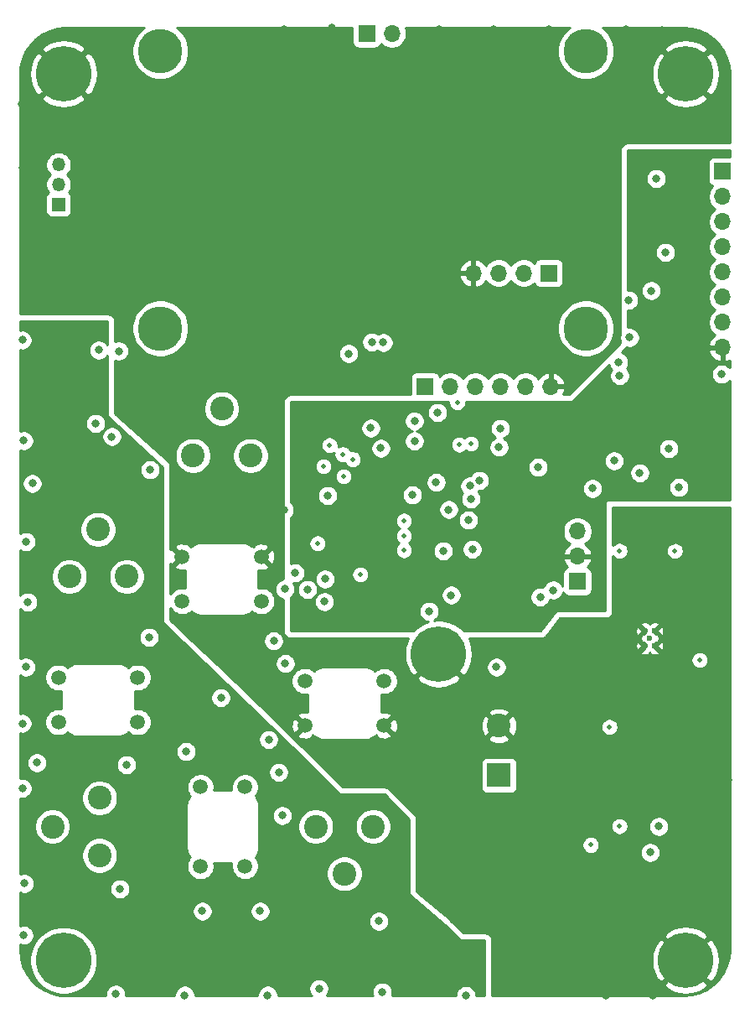
<source format=gbr>
%TF.GenerationSoftware,KiCad,Pcbnew,(5.1.10)-1*%
%TF.CreationDate,2021-11-18T09:17:22-06:00*%
%TF.ProjectId,batteryless_gaming_device,62617474-6572-4796-9c65-73735f67616d,rev?*%
%TF.SameCoordinates,Original*%
%TF.FileFunction,Copper,L3,Inr*%
%TF.FilePolarity,Positive*%
%FSLAX46Y46*%
G04 Gerber Fmt 4.6, Leading zero omitted, Abs format (unit mm)*
G04 Created by KiCad (PCBNEW (5.1.10)-1) date 2021-11-18 09:17:22*
%MOMM*%
%LPD*%
G01*
G04 APERTURE LIST*
%TA.AperFunction,ComponentPad*%
%ADD10C,2.400000*%
%TD*%
%TA.AperFunction,ComponentPad*%
%ADD11C,1.500000*%
%TD*%
%TA.AperFunction,ComponentPad*%
%ADD12C,5.600000*%
%TD*%
%TA.AperFunction,ComponentPad*%
%ADD13O,1.350000X1.350000*%
%TD*%
%TA.AperFunction,ComponentPad*%
%ADD14R,1.350000X1.350000*%
%TD*%
%TA.AperFunction,ComponentPad*%
%ADD15O,1.700000X1.700000*%
%TD*%
%TA.AperFunction,ComponentPad*%
%ADD16R,1.700000X1.700000*%
%TD*%
%TA.AperFunction,ComponentPad*%
%ADD17C,4.500000*%
%TD*%
%TA.AperFunction,ComponentPad*%
%ADD18C,0.600000*%
%TD*%
%TA.AperFunction,ComponentPad*%
%ADD19R,2.400000X2.400000*%
%TD*%
%TA.AperFunction,ViaPad*%
%ADD20C,0.500000*%
%TD*%
%TA.AperFunction,ViaPad*%
%ADD21C,0.800000*%
%TD*%
%TA.AperFunction,Conductor*%
%ADD22C,0.254000*%
%TD*%
%TA.AperFunction,Conductor*%
%ADD23C,0.100000*%
%TD*%
G04 APERTURE END LIST*
D10*
%TO.N,Net-(D603-Pad4)*%
%TO.C,SW603*%
X87300000Y-109500000D03*
D11*
%TO.N,/Button Generation/Button1*%
X91300000Y-128950000D03*
X83300000Y-128950000D03*
%TO.N,GND*%
X83300000Y-124450000D03*
X91300000Y-124450000D03*
D10*
%TO.N,N/C*%
X84400000Y-114250000D03*
%TO.N,Net-(D603-Pad3)*%
X90200000Y-114250000D03*
%TD*%
%TO.N,Net-(D602-Pad4)*%
%TO.C,SW602*%
X99800000Y-97300000D03*
D11*
%TO.N,/Button Generation/Button2*%
X103800000Y-116750000D03*
X95800000Y-116750000D03*
%TO.N,GND*%
X95800000Y-112250000D03*
X103800000Y-112250000D03*
D10*
%TO.N,N/C*%
X96900000Y-102050000D03*
%TO.N,Net-(D602-Pad3)*%
X102700000Y-102050000D03*
%TD*%
%TO.N,Net-(D601-Pad4)*%
%TO.C,SW601*%
X112200000Y-144250000D03*
D11*
%TO.N,/Button Generation/Button3*%
X108200000Y-124800000D03*
X116200000Y-124800000D03*
%TO.N,GND*%
X116200000Y-129300000D03*
X108200000Y-129300000D03*
D10*
%TO.N,N/C*%
X115100000Y-139500000D03*
%TO.N,Net-(D601-Pad3)*%
X109300000Y-139500000D03*
%TD*%
%TO.N,Net-(D600-Pad4)*%
%TO.C,SW600*%
X82700000Y-139500000D03*
D11*
%TO.N,/Button Generation/Button4*%
X102150000Y-135500000D03*
X102150000Y-143500000D03*
%TO.N,GND*%
X97650000Y-143500000D03*
X97650000Y-135500000D03*
D10*
%TO.N,N/C*%
X87450000Y-142400000D03*
%TO.N,Net-(D600-Pad3)*%
X87450000Y-136600000D03*
%TD*%
D12*
%TO.N,GND*%
%TO.C,H104*%
X121716800Y-122072400D03*
%TD*%
%TO.N,GND*%
%TO.C,H102*%
X83820000Y-63500000D03*
%TD*%
D13*
%TO.N,Net-(D300-Pad6)*%
%TO.C,M300*%
X83312000Y-72676000D03*
%TO.N,Net-(D300-Pad3)*%
X83312000Y-74676000D03*
D14*
%TO.N,Net-(D300-Pad1)*%
X83312000Y-76676000D03*
%TD*%
D15*
%TO.N,GND*%
%TO.C,J400*%
X125222000Y-83616800D03*
%TO.N,/Microcontroller/P3.5*%
X127762000Y-83616800D03*
%TO.N,/Microcontroller/P3.4*%
X130302000Y-83616800D03*
D16*
%TO.N,+3V3*%
X132842000Y-83616800D03*
%TD*%
D15*
%TO.N,+3V3*%
%TO.C,U100*%
X150418800Y-91135200D03*
%TO.N,GND*%
X150418800Y-88595200D03*
%TO.N,/Microcontroller/P5.0*%
X150418800Y-86055200D03*
%TO.N,/Microcontroller/P5.2*%
X150418800Y-83515200D03*
%TO.N,/Microcontroller/P2.5*%
X150418800Y-80975200D03*
%TO.N,/Microcontroller/P4.3*%
X150418800Y-78435200D03*
%TO.N,/Microcontroller/P4.2*%
X150418800Y-75895200D03*
D16*
%TO.N,/Microcontroller/P4.1*%
X150418800Y-73355200D03*
%TD*%
D17*
%TO.N,*%
%TO.C,U101*%
X93600000Y-89200000D03*
X93600000Y-61200000D03*
X136600000Y-61200000D03*
X136600000Y-89200000D03*
%TD*%
D18*
%TO.N,GND*%
%TO.C,U500*%
X142552800Y-121247600D03*
X142552800Y-119747600D03*
X143552800Y-119747600D03*
X143052800Y-120497600D03*
X143552800Y-121247600D03*
%TD*%
D15*
%TO.N,GND*%
%TO.C,J402*%
X133045200Y-95046800D03*
%TO.N,/Microcontroller/V_program*%
X130505200Y-95046800D03*
%TO.N,/Microcontroller/P2.1_RXD*%
X127965200Y-95046800D03*
%TO.N,/Microcontroller/P2.0_TXD*%
X125425200Y-95046800D03*
%TO.N,/Microcontroller/~RST~_SBWTDI0*%
X122885200Y-95046800D03*
D16*
%TO.N,/Microcontroller/TEST_SBWTCK*%
X120345200Y-95046800D03*
%TD*%
D15*
%TO.N,/Microcontroller/P6.1_RxD*%
%TO.C,J401*%
X116992400Y-59436000D03*
D16*
%TO.N,/Microcontroller/P6.0_TxD*%
X114452400Y-59436000D03*
%TD*%
D15*
%TO.N,/Power Regulation/Vout*%
%TO.C,J100*%
X135737600Y-109677200D03*
%TO.N,+3V3*%
X135737600Y-112217200D03*
D16*
%TO.N,/Microcontroller/V_program*%
X135737600Y-114757200D03*
%TD*%
D12*
%TO.N,GND*%
%TO.C,H103*%
X83820000Y-153000000D03*
%TD*%
%TO.N,GND*%
%TO.C,H101*%
X146685000Y-63500000D03*
%TD*%
%TO.N,GND*%
%TO.C,H100*%
X146685000Y-153000000D03*
%TD*%
D10*
%TO.N,GND*%
%TO.C,C206*%
X127812800Y-129315200D03*
D19*
%TO.N,Net-(C206-Pad1)*%
X127812800Y-134315200D03*
%TD*%
D20*
%TO.N,GND*%
X140804900Y-141909800D03*
X140804900Y-142862300D03*
X139903200Y-141922500D03*
X139903200Y-142875000D03*
X109474000Y-110896400D03*
X118211600Y-111607600D03*
X118211600Y-110134400D03*
X113792000Y-114046000D03*
D21*
X122986800Y-116128800D03*
X82651600Y-83820000D03*
X87376000Y-91389200D03*
X87071200Y-98806000D03*
X80670400Y-104851200D03*
X115671600Y-149047200D03*
X97840800Y-148031200D03*
X131978400Y-116332000D03*
X133299200Y-115620800D03*
X115874800Y-101295200D03*
X144983200Y-101346000D03*
X145999200Y-105257600D03*
X114858800Y-99263200D03*
D20*
X118211600Y-108610400D03*
D21*
X136448800Y-155498800D03*
X134315200Y-155600400D03*
X132080000Y-155600400D03*
X127914400Y-155498800D03*
X119735600Y-136296400D03*
X125374400Y-146862800D03*
X109626400Y-155854400D03*
X103682800Y-148031200D03*
X90170000Y-133248400D03*
X81127600Y-133045200D03*
X80213200Y-116840000D03*
X79806800Y-100533200D03*
X79654400Y-90373200D03*
X79908400Y-81534000D03*
X79654400Y-72999600D03*
X79603600Y-66548000D03*
X88493600Y-59283600D03*
X99974400Y-59283600D03*
X106070400Y-59029600D03*
X110896400Y-58877200D03*
X121767600Y-59029600D03*
X127254000Y-59029600D03*
X132842000Y-59029600D03*
X140614400Y-58978800D03*
X144272000Y-59131200D03*
X150926800Y-64211200D03*
X150926800Y-67716400D03*
X150317200Y-93827600D03*
X150774400Y-107899200D03*
X150723600Y-112369600D03*
X150876000Y-116382800D03*
X150876000Y-123088400D03*
X150825200Y-128270000D03*
X150977600Y-134772400D03*
X150825200Y-141935200D03*
X150926800Y-146151600D03*
X150825200Y-151180800D03*
X143357600Y-156565600D03*
X138633200Y-156565600D03*
X124460000Y-156565600D03*
X116027200Y-156210000D03*
X104444800Y-156514800D03*
X96062800Y-156514800D03*
X89103200Y-156413200D03*
X79806800Y-150469600D03*
X79857600Y-145237200D03*
X79654400Y-135636000D03*
X79654400Y-129082800D03*
X80010000Y-123393200D03*
X80010000Y-110744000D03*
X129133600Y-142544800D03*
X121208800Y-145796000D03*
X119380000Y-128117600D03*
X132435600Y-122428000D03*
X114858800Y-121208800D03*
X99720400Y-126492000D03*
X105918000Y-138379200D03*
X92557600Y-103479600D03*
X89662000Y-78943200D03*
X87731600Y-69900800D03*
X98958400Y-69189600D03*
X100634800Y-82397600D03*
X110998000Y-82397600D03*
X105664000Y-73964800D03*
X110286800Y-66344800D03*
X120751600Y-73253600D03*
X121158000Y-87680800D03*
X103428800Y-89001600D03*
X129692400Y-76352400D03*
X124358400Y-64973200D03*
X135382000Y-70764400D03*
X136398000Y-77368400D03*
X142240000Y-68173600D03*
X130708400Y-89662000D03*
X142036800Y-103784400D03*
X137261600Y-105359200D03*
X119329200Y-80467200D03*
X143713200Y-74066400D03*
X122174000Y-111658400D03*
X124714000Y-108559600D03*
X122732800Y-107492800D03*
X125120400Y-111506000D03*
X120751600Y-117754400D03*
X106121200Y-107543600D03*
X99872800Y-109270800D03*
X92456000Y-120396000D03*
X96215200Y-131927600D03*
X89509600Y-145796000D03*
X105562400Y-134010400D03*
X88696800Y-100126800D03*
X85140800Y-87071200D03*
X140919200Y-86360000D03*
X126746000Y-91440000D03*
X136804400Y-93472000D03*
X145389600Y-110642400D03*
X141427200Y-133248400D03*
X147167600Y-132181600D03*
X146253200Y-127711200D03*
X137668000Y-131368800D03*
X135686800Y-134162800D03*
X135026400Y-126898400D03*
X103174800Y-119126000D03*
X110185200Y-116789200D03*
X110236000Y-114503200D03*
X119278400Y-98552000D03*
X121615200Y-97688400D03*
X116789200Y-94742000D03*
X105714800Y-104648000D03*
X105765600Y-99212400D03*
%TO.N,/Power Storage/Vin*%
X102108000Y-150876000D03*
X119888000Y-151384000D03*
X80772000Y-96012000D03*
X84328000Y-93472000D03*
X85852000Y-99568000D03*
X125476000Y-153416000D03*
X124460000Y-151384000D03*
X124663200Y-152552400D03*
D20*
%TO.N,Net-(C206-Pad1)*%
X137083800Y-141351000D03*
D21*
%TO.N,+3V3*%
X131775200Y-110794800D03*
X129997200Y-112674400D03*
X130454400Y-111302800D03*
X128016000Y-116078000D03*
X114300000Y-105664000D03*
X117246400Y-115874800D03*
X144983200Y-92710000D03*
X147218400Y-91236800D03*
X107543600Y-97332800D03*
X113182400Y-118872000D03*
X142138400Y-83566000D03*
%TO.N,/Microcontroller/~RST~_SBWTDI0*%
X139446000Y-102565200D03*
X131775200Y-103225600D03*
X125831600Y-104546400D03*
D20*
%TO.N,Net-(C500-Pad1)*%
X148082000Y-122682000D03*
X138988800Y-129438400D03*
%TO.N,Net-(C503-Pad1)*%
X145592800Y-111658400D03*
X140004800Y-111658400D03*
D21*
%TO.N,/Button Generation/Button4*%
X104546400Y-130708400D03*
X107188000Y-113893600D03*
D20*
X112014000Y-101904800D03*
D21*
%TO.N,/Button Generation/Button3*%
X106222800Y-123037600D03*
X106172000Y-115519200D03*
%TO.N,/Button Generation/Button2*%
X108458000Y-115570000D03*
X121462800Y-104749600D03*
D20*
X110083600Y-103124000D03*
D21*
%TO.N,/Button Generation/Button1*%
X110490000Y-106070400D03*
X119075200Y-106019600D03*
D20*
%TO.N,/Microcontroller/P3.5*%
X123799600Y-100939600D03*
X123596400Y-96654200D03*
%TO.N,/Microcontroller/P3.4*%
X124968000Y-100838000D03*
%TO.N,/Microcontroller/P6.1_RxD*%
X112115600Y-104140000D03*
D21*
X116128800Y-90627200D03*
D20*
%TO.N,/Microcontroller/P6.0_TxD*%
X113030000Y-102412800D03*
D21*
X114960400Y-90576400D03*
%TO.N,/Microcontroller/P2.1_RXD*%
X127965200Y-99314000D03*
%TO.N,/Microcontroller/P2.0_TXD*%
X127812800Y-101193600D03*
%TO.N,/Microcontroller/TEST_SBWTCK*%
X124866400Y-105105200D03*
%TO.N,Net-(R200-Pad1)*%
X143090900Y-142113000D03*
X143967200Y-139484100D03*
%TO.N,/Microcontroller/GeneratorVcc*%
X105054400Y-120751600D03*
X89408000Y-91490800D03*
%TO.N,/Microcontroller/P5.0*%
X140004800Y-93980000D03*
%TO.N,/Microcontroller/P5.2*%
X139903200Y-92608400D03*
%TO.N,/Microcontroller/P2.5*%
X141020800Y-90119200D03*
%TO.N,/Microcontroller/P4.3*%
X143205200Y-85394800D03*
%TO.N,/Microcontroller/P4.2*%
X144627600Y-81534000D03*
D20*
%TO.N,/Microcontroller/VBAT_OK*%
X139995300Y-139458700D03*
D21*
X127558800Y-123393200D03*
%TO.N,/Microcontroller/P2.6_OR_OUT*%
X119278400Y-100584000D03*
X124968000Y-106426000D03*
%TO.N,/Microcontroller/SN_3A_IN*%
X112623600Y-91744800D03*
D20*
X110693200Y-100990400D03*
%TD*%
D22*
%TO.N,/Power Storage/Vin*%
X88265000Y-90856732D02*
X88179937Y-90729426D01*
X88035774Y-90585263D01*
X87866256Y-90471995D01*
X87677898Y-90393974D01*
X87477939Y-90354200D01*
X87274061Y-90354200D01*
X87074102Y-90393974D01*
X86885744Y-90471995D01*
X86716226Y-90585263D01*
X86572063Y-90729426D01*
X86458795Y-90898944D01*
X86380774Y-91087302D01*
X86341000Y-91287261D01*
X86341000Y-91491139D01*
X86380774Y-91691098D01*
X86458795Y-91879456D01*
X86572063Y-92048974D01*
X86716226Y-92193137D01*
X86885744Y-92306405D01*
X87074102Y-92384426D01*
X87274061Y-92424200D01*
X87477939Y-92424200D01*
X87677898Y-92384426D01*
X87866256Y-92306405D01*
X88035774Y-92193137D01*
X88179937Y-92048974D01*
X88265000Y-91921668D01*
X88265000Y-98044000D01*
X88267440Y-98068776D01*
X88274667Y-98092601D01*
X88286403Y-98114557D01*
X88306571Y-98137972D01*
X93853000Y-103180180D01*
X93853000Y-118872000D01*
X93855440Y-118896776D01*
X93862667Y-118920601D01*
X93874403Y-118942557D01*
X93891975Y-118963546D01*
X107099065Y-131662671D01*
X111670197Y-136233803D01*
X111689443Y-136249597D01*
X111711399Y-136261333D01*
X111735224Y-136268560D01*
X111760000Y-136271000D01*
X116279394Y-136271000D01*
X118745000Y-138736606D01*
X118745000Y-146304000D01*
X118747440Y-146328776D01*
X118754667Y-146352601D01*
X118766403Y-146374557D01*
X118789349Y-146400426D01*
X122341646Y-149445252D01*
X123862197Y-150965803D01*
X123881443Y-150981597D01*
X123903399Y-150993333D01*
X123927224Y-151000560D01*
X123952000Y-151003000D01*
X126365000Y-151003000D01*
X126365000Y-156564975D01*
X125495000Y-156564996D01*
X125495000Y-156463661D01*
X125455226Y-156263702D01*
X125377205Y-156075344D01*
X125263937Y-155905826D01*
X125119774Y-155761663D01*
X124950256Y-155648395D01*
X124761898Y-155570374D01*
X124561939Y-155530600D01*
X124358061Y-155530600D01*
X124158102Y-155570374D01*
X123969744Y-155648395D01*
X123800226Y-155761663D01*
X123656063Y-155905826D01*
X123542795Y-156075344D01*
X123464774Y-156263702D01*
X123425000Y-156463661D01*
X123425000Y-156565046D01*
X117000346Y-156565202D01*
X117022426Y-156511898D01*
X117062200Y-156311939D01*
X117062200Y-156108061D01*
X117022426Y-155908102D01*
X116944405Y-155719744D01*
X116831137Y-155550226D01*
X116686974Y-155406063D01*
X116517456Y-155292795D01*
X116329098Y-155214774D01*
X116129139Y-155175000D01*
X115925261Y-155175000D01*
X115725302Y-155214774D01*
X115536944Y-155292795D01*
X115367426Y-155406063D01*
X115223263Y-155550226D01*
X115109995Y-155719744D01*
X115031974Y-155908102D01*
X114992200Y-156108061D01*
X114992200Y-156311939D01*
X115031974Y-156511898D01*
X115054073Y-156565250D01*
X110379147Y-156565364D01*
X110430337Y-156514174D01*
X110543605Y-156344656D01*
X110621626Y-156156298D01*
X110661400Y-155956339D01*
X110661400Y-155752461D01*
X110621626Y-155552502D01*
X110543605Y-155364144D01*
X110430337Y-155194626D01*
X110286174Y-155050463D01*
X110116656Y-154937195D01*
X109928298Y-154859174D01*
X109728339Y-154819400D01*
X109524461Y-154819400D01*
X109324502Y-154859174D01*
X109136144Y-154937195D01*
X108966626Y-155050463D01*
X108822463Y-155194626D01*
X108709195Y-155364144D01*
X108631174Y-155552502D01*
X108591400Y-155752461D01*
X108591400Y-155956339D01*
X108631174Y-156156298D01*
X108709195Y-156344656D01*
X108822463Y-156514174D01*
X108873689Y-156565400D01*
X105479800Y-156565483D01*
X105479800Y-156412861D01*
X105440026Y-156212902D01*
X105362005Y-156024544D01*
X105248737Y-155855026D01*
X105104574Y-155710863D01*
X104935056Y-155597595D01*
X104746698Y-155519574D01*
X104546739Y-155479800D01*
X104342861Y-155479800D01*
X104142902Y-155519574D01*
X103954544Y-155597595D01*
X103785026Y-155710863D01*
X103640863Y-155855026D01*
X103527595Y-156024544D01*
X103449574Y-156212902D01*
X103409800Y-156412861D01*
X103409800Y-156565533D01*
X97097800Y-156565687D01*
X97097800Y-156412861D01*
X97058026Y-156212902D01*
X96980005Y-156024544D01*
X96866737Y-155855026D01*
X96722574Y-155710863D01*
X96553056Y-155597595D01*
X96364698Y-155519574D01*
X96164739Y-155479800D01*
X95960861Y-155479800D01*
X95760902Y-155519574D01*
X95572544Y-155597595D01*
X95403026Y-155710863D01*
X95258863Y-155855026D01*
X95145595Y-156024544D01*
X95067574Y-156212902D01*
X95027800Y-156412861D01*
X95027800Y-156565737D01*
X90128112Y-156565856D01*
X90138200Y-156515139D01*
X90138200Y-156311261D01*
X90098426Y-156111302D01*
X90020405Y-155922944D01*
X89907137Y-155753426D01*
X89762974Y-155609263D01*
X89593456Y-155495995D01*
X89405098Y-155417974D01*
X89205139Y-155378200D01*
X89001261Y-155378200D01*
X88801302Y-155417974D01*
X88612944Y-155495995D01*
X88443426Y-155609263D01*
X88299263Y-155753426D01*
X88185995Y-155922944D01*
X88107974Y-156111302D01*
X88068200Y-156311261D01*
X88068200Y-156515139D01*
X88078298Y-156565906D01*
X84244014Y-156565999D01*
X84242821Y-156565818D01*
X83372541Y-156510515D01*
X82581205Y-156318543D01*
X81835218Y-155992070D01*
X81157260Y-155541020D01*
X80567927Y-154979098D01*
X80085125Y-154323377D01*
X79723520Y-153593775D01*
X79494104Y-152812470D01*
X79477287Y-152661682D01*
X80385000Y-152661682D01*
X80385000Y-153338318D01*
X80517006Y-154001952D01*
X80775943Y-154627082D01*
X81151862Y-155189685D01*
X81630315Y-155668138D01*
X82192918Y-156044057D01*
X82818048Y-156302994D01*
X83481682Y-156435000D01*
X84158318Y-156435000D01*
X84821952Y-156302994D01*
X85447082Y-156044057D01*
X86009685Y-155668138D01*
X86488138Y-155189685D01*
X86864057Y-154627082D01*
X87122994Y-154001952D01*
X87255000Y-153338318D01*
X87255000Y-152661682D01*
X87122994Y-151998048D01*
X86864057Y-151372918D01*
X86488138Y-150810315D01*
X86009685Y-150331862D01*
X85447082Y-149955943D01*
X84821952Y-149697006D01*
X84158318Y-149565000D01*
X83481682Y-149565000D01*
X82818048Y-149697006D01*
X82192918Y-149955943D01*
X81630315Y-150331862D01*
X81151862Y-150810315D01*
X80775943Y-151372918D01*
X80517006Y-151998048D01*
X80385000Y-152661682D01*
X79477287Y-152661682D01*
X79401074Y-151978356D01*
X79400000Y-151888095D01*
X79400000Y-151421374D01*
X79504902Y-151464826D01*
X79704861Y-151504600D01*
X79908739Y-151504600D01*
X80108698Y-151464826D01*
X80297056Y-151386805D01*
X80466574Y-151273537D01*
X80610737Y-151129374D01*
X80724005Y-150959856D01*
X80802026Y-150771498D01*
X80841800Y-150571539D01*
X80841800Y-150367661D01*
X80802026Y-150167702D01*
X80724005Y-149979344D01*
X80610737Y-149809826D01*
X80466574Y-149665663D01*
X80297056Y-149552395D01*
X80108698Y-149474374D01*
X79908739Y-149434600D01*
X79704861Y-149434600D01*
X79504902Y-149474374D01*
X79400000Y-149517826D01*
X79400000Y-147929261D01*
X96805800Y-147929261D01*
X96805800Y-148133139D01*
X96845574Y-148333098D01*
X96923595Y-148521456D01*
X97036863Y-148690974D01*
X97181026Y-148835137D01*
X97350544Y-148948405D01*
X97538902Y-149026426D01*
X97738861Y-149066200D01*
X97942739Y-149066200D01*
X98142698Y-149026426D01*
X98331056Y-148948405D01*
X98500574Y-148835137D01*
X98644737Y-148690974D01*
X98758005Y-148521456D01*
X98836026Y-148333098D01*
X98875800Y-148133139D01*
X98875800Y-147929261D01*
X102647800Y-147929261D01*
X102647800Y-148133139D01*
X102687574Y-148333098D01*
X102765595Y-148521456D01*
X102878863Y-148690974D01*
X103023026Y-148835137D01*
X103192544Y-148948405D01*
X103380902Y-149026426D01*
X103580861Y-149066200D01*
X103784739Y-149066200D01*
X103984698Y-149026426D01*
X104173056Y-148948405D01*
X104177761Y-148945261D01*
X114636600Y-148945261D01*
X114636600Y-149149139D01*
X114676374Y-149349098D01*
X114754395Y-149537456D01*
X114867663Y-149706974D01*
X115011826Y-149851137D01*
X115181344Y-149964405D01*
X115369702Y-150042426D01*
X115569661Y-150082200D01*
X115773539Y-150082200D01*
X115973498Y-150042426D01*
X116161856Y-149964405D01*
X116331374Y-149851137D01*
X116475537Y-149706974D01*
X116588805Y-149537456D01*
X116666826Y-149349098D01*
X116706600Y-149149139D01*
X116706600Y-148945261D01*
X116666826Y-148745302D01*
X116588805Y-148556944D01*
X116475537Y-148387426D01*
X116331374Y-148243263D01*
X116161856Y-148129995D01*
X115973498Y-148051974D01*
X115773539Y-148012200D01*
X115569661Y-148012200D01*
X115369702Y-148051974D01*
X115181344Y-148129995D01*
X115011826Y-148243263D01*
X114867663Y-148387426D01*
X114754395Y-148556944D01*
X114676374Y-148745302D01*
X114636600Y-148945261D01*
X104177761Y-148945261D01*
X104342574Y-148835137D01*
X104486737Y-148690974D01*
X104600005Y-148521456D01*
X104678026Y-148333098D01*
X104717800Y-148133139D01*
X104717800Y-147929261D01*
X104678026Y-147729302D01*
X104600005Y-147540944D01*
X104486737Y-147371426D01*
X104342574Y-147227263D01*
X104173056Y-147113995D01*
X103984698Y-147035974D01*
X103784739Y-146996200D01*
X103580861Y-146996200D01*
X103380902Y-147035974D01*
X103192544Y-147113995D01*
X103023026Y-147227263D01*
X102878863Y-147371426D01*
X102765595Y-147540944D01*
X102687574Y-147729302D01*
X102647800Y-147929261D01*
X98875800Y-147929261D01*
X98836026Y-147729302D01*
X98758005Y-147540944D01*
X98644737Y-147371426D01*
X98500574Y-147227263D01*
X98331056Y-147113995D01*
X98142698Y-147035974D01*
X97942739Y-146996200D01*
X97738861Y-146996200D01*
X97538902Y-147035974D01*
X97350544Y-147113995D01*
X97181026Y-147227263D01*
X97036863Y-147371426D01*
X96923595Y-147540944D01*
X96845574Y-147729302D01*
X96805800Y-147929261D01*
X79400000Y-147929261D01*
X79400000Y-146167932D01*
X79555702Y-146232426D01*
X79755661Y-146272200D01*
X79959539Y-146272200D01*
X80159498Y-146232426D01*
X80347856Y-146154405D01*
X80517374Y-146041137D01*
X80661537Y-145896974D01*
X80774805Y-145727456D01*
X80788637Y-145694061D01*
X88474600Y-145694061D01*
X88474600Y-145897939D01*
X88514374Y-146097898D01*
X88592395Y-146286256D01*
X88705663Y-146455774D01*
X88849826Y-146599937D01*
X89019344Y-146713205D01*
X89207702Y-146791226D01*
X89407661Y-146831000D01*
X89611539Y-146831000D01*
X89811498Y-146791226D01*
X89999856Y-146713205D01*
X90169374Y-146599937D01*
X90313537Y-146455774D01*
X90426805Y-146286256D01*
X90504826Y-146097898D01*
X90544600Y-145897939D01*
X90544600Y-145694061D01*
X90504826Y-145494102D01*
X90426805Y-145305744D01*
X90313537Y-145136226D01*
X90169374Y-144992063D01*
X89999856Y-144878795D01*
X89811498Y-144800774D01*
X89611539Y-144761000D01*
X89407661Y-144761000D01*
X89207702Y-144800774D01*
X89019344Y-144878795D01*
X88849826Y-144992063D01*
X88705663Y-145136226D01*
X88592395Y-145305744D01*
X88514374Y-145494102D01*
X88474600Y-145694061D01*
X80788637Y-145694061D01*
X80852826Y-145539098D01*
X80892600Y-145339139D01*
X80892600Y-145135261D01*
X80852826Y-144935302D01*
X80774805Y-144746944D01*
X80661537Y-144577426D01*
X80517374Y-144433263D01*
X80347856Y-144319995D01*
X80159498Y-144241974D01*
X79959539Y-144202200D01*
X79755661Y-144202200D01*
X79555702Y-144241974D01*
X79400000Y-144306468D01*
X79400000Y-142219268D01*
X85615000Y-142219268D01*
X85615000Y-142580732D01*
X85685518Y-142935250D01*
X85823844Y-143269199D01*
X86024662Y-143569744D01*
X86280256Y-143825338D01*
X86580801Y-144026156D01*
X86914750Y-144164482D01*
X87269268Y-144235000D01*
X87630732Y-144235000D01*
X87985250Y-144164482D01*
X88319199Y-144026156D01*
X88619744Y-143825338D01*
X88875338Y-143569744D01*
X89076156Y-143269199D01*
X89214482Y-142935250D01*
X89285000Y-142580732D01*
X89285000Y-142219268D01*
X89214482Y-141864750D01*
X89076156Y-141530801D01*
X88875338Y-141230256D01*
X88619744Y-140974662D01*
X88319199Y-140773844D01*
X87985250Y-140635518D01*
X87630732Y-140565000D01*
X87269268Y-140565000D01*
X86914750Y-140635518D01*
X86580801Y-140773844D01*
X86280256Y-140974662D01*
X86024662Y-141230256D01*
X85823844Y-141530801D01*
X85685518Y-141864750D01*
X85615000Y-142219268D01*
X79400000Y-142219268D01*
X79400000Y-139319268D01*
X80865000Y-139319268D01*
X80865000Y-139680732D01*
X80935518Y-140035250D01*
X81073844Y-140369199D01*
X81274662Y-140669744D01*
X81530256Y-140925338D01*
X81830801Y-141126156D01*
X82164750Y-141264482D01*
X82519268Y-141335000D01*
X82880732Y-141335000D01*
X83235250Y-141264482D01*
X83569199Y-141126156D01*
X83869744Y-140925338D01*
X84125338Y-140669744D01*
X84326156Y-140369199D01*
X84464482Y-140035250D01*
X84535000Y-139680732D01*
X84535000Y-139319268D01*
X84464482Y-138964750D01*
X84326156Y-138630801D01*
X84125338Y-138330256D01*
X83869744Y-138074662D01*
X83569199Y-137873844D01*
X83235250Y-137735518D01*
X82880732Y-137665000D01*
X82519268Y-137665000D01*
X82164750Y-137735518D01*
X81830801Y-137873844D01*
X81530256Y-138074662D01*
X81274662Y-138330256D01*
X81073844Y-138630801D01*
X80935518Y-138964750D01*
X80865000Y-139319268D01*
X79400000Y-139319268D01*
X79400000Y-136640674D01*
X79552461Y-136671000D01*
X79756339Y-136671000D01*
X79956298Y-136631226D01*
X80144656Y-136553205D01*
X80314174Y-136439937D01*
X80334843Y-136419268D01*
X85615000Y-136419268D01*
X85615000Y-136780732D01*
X85685518Y-137135250D01*
X85823844Y-137469199D01*
X86024662Y-137769744D01*
X86280256Y-138025338D01*
X86580801Y-138226156D01*
X86914750Y-138364482D01*
X87269268Y-138435000D01*
X87630732Y-138435000D01*
X87985250Y-138364482D01*
X88319199Y-138226156D01*
X88619744Y-138025338D01*
X88875338Y-137769744D01*
X89076156Y-137469199D01*
X89077536Y-137465866D01*
X96205000Y-137465866D01*
X96205001Y-141534135D01*
X96207928Y-141563850D01*
X96207885Y-141569972D01*
X96208831Y-141579630D01*
X96229232Y-141773727D01*
X96241905Y-141835461D01*
X96253702Y-141897304D01*
X96256506Y-141906594D01*
X96314218Y-142093032D01*
X96338628Y-142151101D01*
X96362225Y-142209505D01*
X96366781Y-142218074D01*
X96459606Y-142389750D01*
X96494833Y-142441977D01*
X96529323Y-142494683D01*
X96535456Y-142502204D01*
X96605022Y-142586293D01*
X96574201Y-142617114D01*
X96422629Y-142843957D01*
X96318225Y-143096011D01*
X96265000Y-143363589D01*
X96265000Y-143636411D01*
X96318225Y-143903989D01*
X96422629Y-144156043D01*
X96574201Y-144382886D01*
X96767114Y-144575799D01*
X96993957Y-144727371D01*
X97246011Y-144831775D01*
X97513589Y-144885000D01*
X97786411Y-144885000D01*
X98053989Y-144831775D01*
X98306043Y-144727371D01*
X98532886Y-144575799D01*
X98725799Y-144382886D01*
X98877371Y-144156043D01*
X98981775Y-143903989D01*
X99035000Y-143636411D01*
X99035000Y-143363589D01*
X99001465Y-143195000D01*
X100798535Y-143195000D01*
X100765000Y-143363589D01*
X100765000Y-143636411D01*
X100818225Y-143903989D01*
X100922629Y-144156043D01*
X101074201Y-144382886D01*
X101267114Y-144575799D01*
X101493957Y-144727371D01*
X101746011Y-144831775D01*
X102013589Y-144885000D01*
X102286411Y-144885000D01*
X102553989Y-144831775D01*
X102806043Y-144727371D01*
X103032886Y-144575799D01*
X103225799Y-144382886D01*
X103377371Y-144156043D01*
X103413314Y-144069268D01*
X110365000Y-144069268D01*
X110365000Y-144430732D01*
X110435518Y-144785250D01*
X110573844Y-145119199D01*
X110774662Y-145419744D01*
X111030256Y-145675338D01*
X111330801Y-145876156D01*
X111664750Y-146014482D01*
X112019268Y-146085000D01*
X112380732Y-146085000D01*
X112735250Y-146014482D01*
X113069199Y-145876156D01*
X113369744Y-145675338D01*
X113625338Y-145419744D01*
X113826156Y-145119199D01*
X113964482Y-144785250D01*
X114035000Y-144430732D01*
X114035000Y-144069268D01*
X113964482Y-143714750D01*
X113826156Y-143380801D01*
X113625338Y-143080256D01*
X113369744Y-142824662D01*
X113069199Y-142623844D01*
X112735250Y-142485518D01*
X112380732Y-142415000D01*
X112019268Y-142415000D01*
X111664750Y-142485518D01*
X111330801Y-142623844D01*
X111030256Y-142824662D01*
X110774662Y-143080256D01*
X110573844Y-143380801D01*
X110435518Y-143714750D01*
X110365000Y-144069268D01*
X103413314Y-144069268D01*
X103481775Y-143903989D01*
X103535000Y-143636411D01*
X103535000Y-143363589D01*
X103481775Y-143096011D01*
X103377371Y-142843957D01*
X103225799Y-142617114D01*
X103195065Y-142586380D01*
X103271507Y-142492652D01*
X103306363Y-142440191D01*
X103341954Y-142388210D01*
X103346567Y-142379679D01*
X103346570Y-142379675D01*
X103346572Y-142379671D01*
X103438195Y-142207352D01*
X103462203Y-142149105D01*
X103487013Y-142091217D01*
X103489881Y-142081953D01*
X103489884Y-142081946D01*
X103489885Y-142081939D01*
X103546292Y-141895110D01*
X103558522Y-141833342D01*
X103571623Y-141771706D01*
X103572638Y-141762055D01*
X103591683Y-141567821D01*
X103591683Y-141567813D01*
X103595000Y-141534135D01*
X103595000Y-138277261D01*
X104883000Y-138277261D01*
X104883000Y-138481139D01*
X104922774Y-138681098D01*
X105000795Y-138869456D01*
X105114063Y-139038974D01*
X105258226Y-139183137D01*
X105427744Y-139296405D01*
X105616102Y-139374426D01*
X105816061Y-139414200D01*
X106019939Y-139414200D01*
X106219898Y-139374426D01*
X106353060Y-139319268D01*
X107465000Y-139319268D01*
X107465000Y-139680732D01*
X107535518Y-140035250D01*
X107673844Y-140369199D01*
X107874662Y-140669744D01*
X108130256Y-140925338D01*
X108430801Y-141126156D01*
X108764750Y-141264482D01*
X109119268Y-141335000D01*
X109480732Y-141335000D01*
X109835250Y-141264482D01*
X110169199Y-141126156D01*
X110469744Y-140925338D01*
X110725338Y-140669744D01*
X110926156Y-140369199D01*
X111064482Y-140035250D01*
X111135000Y-139680732D01*
X111135000Y-139319268D01*
X113265000Y-139319268D01*
X113265000Y-139680732D01*
X113335518Y-140035250D01*
X113473844Y-140369199D01*
X113674662Y-140669744D01*
X113930256Y-140925338D01*
X114230801Y-141126156D01*
X114564750Y-141264482D01*
X114919268Y-141335000D01*
X115280732Y-141335000D01*
X115635250Y-141264482D01*
X115969199Y-141126156D01*
X116269744Y-140925338D01*
X116525338Y-140669744D01*
X116726156Y-140369199D01*
X116864482Y-140035250D01*
X116935000Y-139680732D01*
X116935000Y-139319268D01*
X116864482Y-138964750D01*
X116726156Y-138630801D01*
X116525338Y-138330256D01*
X116269744Y-138074662D01*
X115969199Y-137873844D01*
X115635250Y-137735518D01*
X115280732Y-137665000D01*
X114919268Y-137665000D01*
X114564750Y-137735518D01*
X114230801Y-137873844D01*
X113930256Y-138074662D01*
X113674662Y-138330256D01*
X113473844Y-138630801D01*
X113335518Y-138964750D01*
X113265000Y-139319268D01*
X111135000Y-139319268D01*
X111064482Y-138964750D01*
X110926156Y-138630801D01*
X110725338Y-138330256D01*
X110469744Y-138074662D01*
X110169199Y-137873844D01*
X109835250Y-137735518D01*
X109480732Y-137665000D01*
X109119268Y-137665000D01*
X108764750Y-137735518D01*
X108430801Y-137873844D01*
X108130256Y-138074662D01*
X107874662Y-138330256D01*
X107673844Y-138630801D01*
X107535518Y-138964750D01*
X107465000Y-139319268D01*
X106353060Y-139319268D01*
X106408256Y-139296405D01*
X106577774Y-139183137D01*
X106721937Y-139038974D01*
X106835205Y-138869456D01*
X106913226Y-138681098D01*
X106953000Y-138481139D01*
X106953000Y-138277261D01*
X106913226Y-138077302D01*
X106835205Y-137888944D01*
X106721937Y-137719426D01*
X106577774Y-137575263D01*
X106408256Y-137461995D01*
X106219898Y-137383974D01*
X106019939Y-137344200D01*
X105816061Y-137344200D01*
X105616102Y-137383974D01*
X105427744Y-137461995D01*
X105258226Y-137575263D01*
X105114063Y-137719426D01*
X105000795Y-137888944D01*
X104922774Y-138077302D01*
X104883000Y-138277261D01*
X103595000Y-138277261D01*
X103595000Y-137465865D01*
X103592072Y-137436141D01*
X103592115Y-137430027D01*
X103591168Y-137420369D01*
X103570768Y-137226273D01*
X103558095Y-137164539D01*
X103546298Y-137102696D01*
X103543494Y-137093405D01*
X103485782Y-136906968D01*
X103461372Y-136848899D01*
X103437775Y-136790495D01*
X103433219Y-136781926D01*
X103340394Y-136610249D01*
X103305167Y-136558023D01*
X103270677Y-136505316D01*
X103264544Y-136497796D01*
X103194979Y-136413706D01*
X103225799Y-136382886D01*
X103377371Y-136156043D01*
X103481775Y-135903989D01*
X103535000Y-135636411D01*
X103535000Y-135363589D01*
X103481775Y-135096011D01*
X103377371Y-134843957D01*
X103225799Y-134617114D01*
X103032886Y-134424201D01*
X102806043Y-134272629D01*
X102553989Y-134168225D01*
X102286411Y-134115000D01*
X102013589Y-134115000D01*
X101746011Y-134168225D01*
X101493957Y-134272629D01*
X101267114Y-134424201D01*
X101074201Y-134617114D01*
X100922629Y-134843957D01*
X100818225Y-135096011D01*
X100765000Y-135363589D01*
X100765000Y-135636411D01*
X100798535Y-135805000D01*
X99001465Y-135805000D01*
X99035000Y-135636411D01*
X99035000Y-135363589D01*
X98981775Y-135096011D01*
X98877371Y-134843957D01*
X98725799Y-134617114D01*
X98532886Y-134424201D01*
X98306043Y-134272629D01*
X98053989Y-134168225D01*
X97786411Y-134115000D01*
X97513589Y-134115000D01*
X97246011Y-134168225D01*
X96993957Y-134272629D01*
X96767114Y-134424201D01*
X96574201Y-134617114D01*
X96422629Y-134843957D01*
X96318225Y-135096011D01*
X96265000Y-135363589D01*
X96265000Y-135636411D01*
X96318225Y-135903989D01*
X96422629Y-136156043D01*
X96574201Y-136382886D01*
X96604935Y-136413620D01*
X96528493Y-136507348D01*
X96493644Y-136559799D01*
X96458046Y-136611789D01*
X96453433Y-136620321D01*
X96453430Y-136620325D01*
X96453430Y-136620326D01*
X96361805Y-136792648D01*
X96337809Y-136850866D01*
X96312987Y-136908783D01*
X96310117Y-136918053D01*
X96253708Y-137104889D01*
X96241473Y-137166679D01*
X96228377Y-137228295D01*
X96227362Y-137237946D01*
X96208317Y-137432179D01*
X96208317Y-137432188D01*
X96205000Y-137465866D01*
X89077536Y-137465866D01*
X89214482Y-137135250D01*
X89285000Y-136780732D01*
X89285000Y-136419268D01*
X89214482Y-136064750D01*
X89076156Y-135730801D01*
X88875338Y-135430256D01*
X88619744Y-135174662D01*
X88319199Y-134973844D01*
X87985250Y-134835518D01*
X87630732Y-134765000D01*
X87269268Y-134765000D01*
X86914750Y-134835518D01*
X86580801Y-134973844D01*
X86280256Y-135174662D01*
X86024662Y-135430256D01*
X85823844Y-135730801D01*
X85685518Y-136064750D01*
X85615000Y-136419268D01*
X80334843Y-136419268D01*
X80458337Y-136295774D01*
X80571605Y-136126256D01*
X80649626Y-135937898D01*
X80689400Y-135737939D01*
X80689400Y-135534061D01*
X80649626Y-135334102D01*
X80571605Y-135145744D01*
X80458337Y-134976226D01*
X80314174Y-134832063D01*
X80144656Y-134718795D01*
X79956298Y-134640774D01*
X79756339Y-134601000D01*
X79552461Y-134601000D01*
X79400000Y-134631326D01*
X79400000Y-132943261D01*
X80092600Y-132943261D01*
X80092600Y-133147139D01*
X80132374Y-133347098D01*
X80210395Y-133535456D01*
X80323663Y-133704974D01*
X80467826Y-133849137D01*
X80637344Y-133962405D01*
X80825702Y-134040426D01*
X81025661Y-134080200D01*
X81229539Y-134080200D01*
X81429498Y-134040426D01*
X81617856Y-133962405D01*
X81787374Y-133849137D01*
X81931537Y-133704974D01*
X82044805Y-133535456D01*
X82122826Y-133347098D01*
X82162600Y-133147139D01*
X82162600Y-133146461D01*
X89135000Y-133146461D01*
X89135000Y-133350339D01*
X89174774Y-133550298D01*
X89252795Y-133738656D01*
X89366063Y-133908174D01*
X89510226Y-134052337D01*
X89679744Y-134165605D01*
X89868102Y-134243626D01*
X90068061Y-134283400D01*
X90271939Y-134283400D01*
X90471898Y-134243626D01*
X90660256Y-134165605D01*
X90829774Y-134052337D01*
X90973650Y-133908461D01*
X104527400Y-133908461D01*
X104527400Y-134112339D01*
X104567174Y-134312298D01*
X104645195Y-134500656D01*
X104758463Y-134670174D01*
X104902626Y-134814337D01*
X105072144Y-134927605D01*
X105260502Y-135005626D01*
X105460461Y-135045400D01*
X105664339Y-135045400D01*
X105864298Y-135005626D01*
X106052656Y-134927605D01*
X106222174Y-134814337D01*
X106366337Y-134670174D01*
X106479605Y-134500656D01*
X106557626Y-134312298D01*
X106597400Y-134112339D01*
X106597400Y-133908461D01*
X106557626Y-133708502D01*
X106479605Y-133520144D01*
X106366337Y-133350626D01*
X106222174Y-133206463D01*
X106052656Y-133093195D01*
X105864298Y-133015174D01*
X105664339Y-132975400D01*
X105460461Y-132975400D01*
X105260502Y-133015174D01*
X105072144Y-133093195D01*
X104902626Y-133206463D01*
X104758463Y-133350626D01*
X104645195Y-133520144D01*
X104567174Y-133708502D01*
X104527400Y-133908461D01*
X90973650Y-133908461D01*
X90973937Y-133908174D01*
X91087205Y-133738656D01*
X91165226Y-133550298D01*
X91205000Y-133350339D01*
X91205000Y-133146461D01*
X91165226Y-132946502D01*
X91087205Y-132758144D01*
X90973937Y-132588626D01*
X90829774Y-132444463D01*
X90660256Y-132331195D01*
X90471898Y-132253174D01*
X90271939Y-132213400D01*
X90068061Y-132213400D01*
X89868102Y-132253174D01*
X89679744Y-132331195D01*
X89510226Y-132444463D01*
X89366063Y-132588626D01*
X89252795Y-132758144D01*
X89174774Y-132946502D01*
X89135000Y-133146461D01*
X82162600Y-133146461D01*
X82162600Y-132943261D01*
X82122826Y-132743302D01*
X82044805Y-132554944D01*
X81931537Y-132385426D01*
X81787374Y-132241263D01*
X81617856Y-132127995D01*
X81429498Y-132049974D01*
X81229539Y-132010200D01*
X81025661Y-132010200D01*
X80825702Y-132049974D01*
X80637344Y-132127995D01*
X80467826Y-132241263D01*
X80323663Y-132385426D01*
X80210395Y-132554944D01*
X80132374Y-132743302D01*
X80092600Y-132943261D01*
X79400000Y-132943261D01*
X79400000Y-131825661D01*
X95180200Y-131825661D01*
X95180200Y-132029539D01*
X95219974Y-132229498D01*
X95297995Y-132417856D01*
X95411263Y-132587374D01*
X95555426Y-132731537D01*
X95724944Y-132844805D01*
X95913302Y-132922826D01*
X96113261Y-132962600D01*
X96317139Y-132962600D01*
X96517098Y-132922826D01*
X96705456Y-132844805D01*
X96874974Y-132731537D01*
X97019137Y-132587374D01*
X97132405Y-132417856D01*
X97210426Y-132229498D01*
X97250200Y-132029539D01*
X97250200Y-131825661D01*
X97210426Y-131625702D01*
X97132405Y-131437344D01*
X97019137Y-131267826D01*
X96874974Y-131123663D01*
X96705456Y-131010395D01*
X96517098Y-130932374D01*
X96317139Y-130892600D01*
X96113261Y-130892600D01*
X95913302Y-130932374D01*
X95724944Y-131010395D01*
X95555426Y-131123663D01*
X95411263Y-131267826D01*
X95297995Y-131437344D01*
X95219974Y-131625702D01*
X95180200Y-131825661D01*
X79400000Y-131825661D01*
X79400000Y-130606461D01*
X103511400Y-130606461D01*
X103511400Y-130810339D01*
X103551174Y-131010298D01*
X103629195Y-131198656D01*
X103742463Y-131368174D01*
X103886626Y-131512337D01*
X104056144Y-131625605D01*
X104244502Y-131703626D01*
X104444461Y-131743400D01*
X104648339Y-131743400D01*
X104848298Y-131703626D01*
X105036656Y-131625605D01*
X105206174Y-131512337D01*
X105350337Y-131368174D01*
X105463605Y-131198656D01*
X105541626Y-131010298D01*
X105581400Y-130810339D01*
X105581400Y-130606461D01*
X105541626Y-130406502D01*
X105463605Y-130218144D01*
X105350337Y-130048626D01*
X105206174Y-129904463D01*
X105036656Y-129791195D01*
X104848298Y-129713174D01*
X104648339Y-129673400D01*
X104444461Y-129673400D01*
X104244502Y-129713174D01*
X104056144Y-129791195D01*
X103886626Y-129904463D01*
X103742463Y-130048626D01*
X103629195Y-130218144D01*
X103551174Y-130406502D01*
X103511400Y-130606461D01*
X79400000Y-130606461D01*
X79400000Y-130087474D01*
X79552461Y-130117800D01*
X79756339Y-130117800D01*
X79956298Y-130078026D01*
X80144656Y-130000005D01*
X80314174Y-129886737D01*
X80458337Y-129742574D01*
X80571605Y-129573056D01*
X80649626Y-129384698D01*
X80689400Y-129184739D01*
X80689400Y-128980861D01*
X80649626Y-128780902D01*
X80571605Y-128592544D01*
X80458337Y-128423026D01*
X80314174Y-128278863D01*
X80144656Y-128165595D01*
X79956298Y-128087574D01*
X79756339Y-128047800D01*
X79552461Y-128047800D01*
X79400000Y-128078126D01*
X79400000Y-124230395D01*
X79519744Y-124310405D01*
X79708102Y-124388426D01*
X79908061Y-124428200D01*
X80111939Y-124428200D01*
X80311898Y-124388426D01*
X80492569Y-124313589D01*
X81915000Y-124313589D01*
X81915000Y-124586411D01*
X81968225Y-124853989D01*
X82072629Y-125106043D01*
X82224201Y-125332886D01*
X82417114Y-125525799D01*
X82643957Y-125677371D01*
X82896011Y-125781775D01*
X83163589Y-125835000D01*
X83436411Y-125835000D01*
X83605000Y-125801465D01*
X83605001Y-127598535D01*
X83436411Y-127565000D01*
X83163589Y-127565000D01*
X82896011Y-127618225D01*
X82643957Y-127722629D01*
X82417114Y-127874201D01*
X82224201Y-128067114D01*
X82072629Y-128293957D01*
X81968225Y-128546011D01*
X81915000Y-128813589D01*
X81915000Y-129086411D01*
X81968225Y-129353989D01*
X82072629Y-129606043D01*
X82224201Y-129832886D01*
X82417114Y-130025799D01*
X82643957Y-130177371D01*
X82896011Y-130281775D01*
X83163589Y-130335000D01*
X83436411Y-130335000D01*
X83703989Y-130281775D01*
X83956043Y-130177371D01*
X84182886Y-130025799D01*
X84213620Y-129995065D01*
X84307348Y-130071507D01*
X84359809Y-130106363D01*
X84411790Y-130141954D01*
X84420321Y-130146567D01*
X84420325Y-130146570D01*
X84420329Y-130146572D01*
X84592648Y-130238195D01*
X84650895Y-130262203D01*
X84708783Y-130287013D01*
X84718047Y-130289881D01*
X84718054Y-130289884D01*
X84718061Y-130289885D01*
X84904890Y-130346292D01*
X84966658Y-130358522D01*
X85028294Y-130371623D01*
X85037945Y-130372638D01*
X85232179Y-130391683D01*
X85232187Y-130391683D01*
X85265865Y-130395000D01*
X89334135Y-130395000D01*
X89363859Y-130392072D01*
X89369972Y-130392115D01*
X89379630Y-130391169D01*
X89573727Y-130370768D01*
X89635461Y-130358095D01*
X89697304Y-130346298D01*
X89706594Y-130343494D01*
X89893032Y-130285782D01*
X89951101Y-130261372D01*
X90009505Y-130237775D01*
X90018074Y-130233219D01*
X90189750Y-130140394D01*
X90241977Y-130105167D01*
X90294683Y-130070677D01*
X90302204Y-130064544D01*
X90386293Y-129994978D01*
X90417114Y-130025799D01*
X90643957Y-130177371D01*
X90896011Y-130281775D01*
X91163589Y-130335000D01*
X91436411Y-130335000D01*
X91703989Y-130281775D01*
X91956043Y-130177371D01*
X92182886Y-130025799D01*
X92375799Y-129832886D01*
X92527371Y-129606043D01*
X92631775Y-129353989D01*
X92685000Y-129086411D01*
X92685000Y-128813589D01*
X92631775Y-128546011D01*
X92527371Y-128293957D01*
X92375799Y-128067114D01*
X92182886Y-127874201D01*
X91956043Y-127722629D01*
X91703989Y-127618225D01*
X91436411Y-127565000D01*
X91163589Y-127565000D01*
X90995000Y-127598535D01*
X90995000Y-126390061D01*
X98685400Y-126390061D01*
X98685400Y-126593939D01*
X98725174Y-126793898D01*
X98803195Y-126982256D01*
X98916463Y-127151774D01*
X99060626Y-127295937D01*
X99230144Y-127409205D01*
X99418502Y-127487226D01*
X99618461Y-127527000D01*
X99822339Y-127527000D01*
X100022298Y-127487226D01*
X100210656Y-127409205D01*
X100380174Y-127295937D01*
X100524337Y-127151774D01*
X100637605Y-126982256D01*
X100715626Y-126793898D01*
X100755400Y-126593939D01*
X100755400Y-126390061D01*
X100715626Y-126190102D01*
X100637605Y-126001744D01*
X100524337Y-125832226D01*
X100380174Y-125688063D01*
X100210656Y-125574795D01*
X100022298Y-125496774D01*
X99822339Y-125457000D01*
X99618461Y-125457000D01*
X99418502Y-125496774D01*
X99230144Y-125574795D01*
X99060626Y-125688063D01*
X98916463Y-125832226D01*
X98803195Y-126001744D01*
X98725174Y-126190102D01*
X98685400Y-126390061D01*
X90995000Y-126390061D01*
X90995000Y-125801465D01*
X91163589Y-125835000D01*
X91436411Y-125835000D01*
X91703989Y-125781775D01*
X91956043Y-125677371D01*
X92182886Y-125525799D01*
X92375799Y-125332886D01*
X92527371Y-125106043D01*
X92631775Y-124853989D01*
X92685000Y-124586411D01*
X92685000Y-124313589D01*
X92631775Y-124046011D01*
X92527371Y-123793957D01*
X92375799Y-123567114D01*
X92182886Y-123374201D01*
X91956043Y-123222629D01*
X91703989Y-123118225D01*
X91436411Y-123065000D01*
X91163589Y-123065000D01*
X90896011Y-123118225D01*
X90643957Y-123222629D01*
X90417114Y-123374201D01*
X90386380Y-123404935D01*
X90292652Y-123328493D01*
X90240201Y-123293644D01*
X90188211Y-123258046D01*
X90179679Y-123253433D01*
X90179675Y-123253430D01*
X90179671Y-123253428D01*
X90007352Y-123161805D01*
X89949134Y-123137809D01*
X89891217Y-123112987D01*
X89881947Y-123110117D01*
X89695111Y-123053708D01*
X89633321Y-123041473D01*
X89571705Y-123028377D01*
X89562054Y-123027362D01*
X89367821Y-123008317D01*
X89367813Y-123008317D01*
X89334135Y-123005000D01*
X85265865Y-123005000D01*
X85236141Y-123007928D01*
X85230027Y-123007885D01*
X85220369Y-123008832D01*
X85026273Y-123029232D01*
X84964539Y-123041905D01*
X84902696Y-123053702D01*
X84893405Y-123056506D01*
X84706968Y-123114218D01*
X84648899Y-123138628D01*
X84590495Y-123162225D01*
X84581926Y-123166781D01*
X84410249Y-123259606D01*
X84358023Y-123294833D01*
X84305316Y-123329323D01*
X84297796Y-123335456D01*
X84213706Y-123405021D01*
X84182886Y-123374201D01*
X83956043Y-123222629D01*
X83703989Y-123118225D01*
X83436411Y-123065000D01*
X83163589Y-123065000D01*
X82896011Y-123118225D01*
X82643957Y-123222629D01*
X82417114Y-123374201D01*
X82224201Y-123567114D01*
X82072629Y-123793957D01*
X81968225Y-124046011D01*
X81915000Y-124313589D01*
X80492569Y-124313589D01*
X80500256Y-124310405D01*
X80669774Y-124197137D01*
X80813937Y-124052974D01*
X80927205Y-123883456D01*
X81005226Y-123695098D01*
X81045000Y-123495139D01*
X81045000Y-123291261D01*
X81005226Y-123091302D01*
X80927205Y-122902944D01*
X80813937Y-122733426D01*
X80669774Y-122589263D01*
X80500256Y-122475995D01*
X80311898Y-122397974D01*
X80111939Y-122358200D01*
X79908061Y-122358200D01*
X79708102Y-122397974D01*
X79519744Y-122475995D01*
X79400000Y-122556005D01*
X79400000Y-120294061D01*
X91421000Y-120294061D01*
X91421000Y-120497939D01*
X91460774Y-120697898D01*
X91538795Y-120886256D01*
X91652063Y-121055774D01*
X91796226Y-121199937D01*
X91965744Y-121313205D01*
X92154102Y-121391226D01*
X92354061Y-121431000D01*
X92557939Y-121431000D01*
X92757898Y-121391226D01*
X92946256Y-121313205D01*
X93115774Y-121199937D01*
X93259937Y-121055774D01*
X93373205Y-120886256D01*
X93451226Y-120697898D01*
X93491000Y-120497939D01*
X93491000Y-120294061D01*
X93451226Y-120094102D01*
X93373205Y-119905744D01*
X93259937Y-119736226D01*
X93115774Y-119592063D01*
X92946256Y-119478795D01*
X92757898Y-119400774D01*
X92557939Y-119361000D01*
X92354061Y-119361000D01*
X92154102Y-119400774D01*
X91965744Y-119478795D01*
X91796226Y-119592063D01*
X91652063Y-119736226D01*
X91538795Y-119905744D01*
X91460774Y-120094102D01*
X91421000Y-120294061D01*
X79400000Y-120294061D01*
X79400000Y-117485911D01*
X79409263Y-117499774D01*
X79553426Y-117643937D01*
X79722944Y-117757205D01*
X79911302Y-117835226D01*
X80111261Y-117875000D01*
X80315139Y-117875000D01*
X80515098Y-117835226D01*
X80703456Y-117757205D01*
X80872974Y-117643937D01*
X81017137Y-117499774D01*
X81130405Y-117330256D01*
X81208426Y-117141898D01*
X81248200Y-116941939D01*
X81248200Y-116738061D01*
X81208426Y-116538102D01*
X81130405Y-116349744D01*
X81017137Y-116180226D01*
X80872974Y-116036063D01*
X80703456Y-115922795D01*
X80515098Y-115844774D01*
X80315139Y-115805000D01*
X80111261Y-115805000D01*
X79911302Y-115844774D01*
X79722944Y-115922795D01*
X79553426Y-116036063D01*
X79409263Y-116180226D01*
X79400000Y-116194089D01*
X79400000Y-114069268D01*
X82565000Y-114069268D01*
X82565000Y-114430732D01*
X82635518Y-114785250D01*
X82773844Y-115119199D01*
X82974662Y-115419744D01*
X83230256Y-115675338D01*
X83530801Y-115876156D01*
X83864750Y-116014482D01*
X84219268Y-116085000D01*
X84580732Y-116085000D01*
X84935250Y-116014482D01*
X85269199Y-115876156D01*
X85569744Y-115675338D01*
X85825338Y-115419744D01*
X86026156Y-115119199D01*
X86164482Y-114785250D01*
X86235000Y-114430732D01*
X86235000Y-114069268D01*
X88365000Y-114069268D01*
X88365000Y-114430732D01*
X88435518Y-114785250D01*
X88573844Y-115119199D01*
X88774662Y-115419744D01*
X89030256Y-115675338D01*
X89330801Y-115876156D01*
X89664750Y-116014482D01*
X90019268Y-116085000D01*
X90380732Y-116085000D01*
X90735250Y-116014482D01*
X91069199Y-115876156D01*
X91369744Y-115675338D01*
X91625338Y-115419744D01*
X91826156Y-115119199D01*
X91964482Y-114785250D01*
X92035000Y-114430732D01*
X92035000Y-114069268D01*
X91964482Y-113714750D01*
X91826156Y-113380801D01*
X91625338Y-113080256D01*
X91369744Y-112824662D01*
X91069199Y-112623844D01*
X90735250Y-112485518D01*
X90380732Y-112415000D01*
X90019268Y-112415000D01*
X89664750Y-112485518D01*
X89330801Y-112623844D01*
X89030256Y-112824662D01*
X88774662Y-113080256D01*
X88573844Y-113380801D01*
X88435518Y-113714750D01*
X88365000Y-114069268D01*
X86235000Y-114069268D01*
X86164482Y-113714750D01*
X86026156Y-113380801D01*
X85825338Y-113080256D01*
X85569744Y-112824662D01*
X85269199Y-112623844D01*
X84935250Y-112485518D01*
X84580732Y-112415000D01*
X84219268Y-112415000D01*
X83864750Y-112485518D01*
X83530801Y-112623844D01*
X83230256Y-112824662D01*
X82974662Y-113080256D01*
X82773844Y-113380801D01*
X82635518Y-113714750D01*
X82565000Y-114069268D01*
X79400000Y-114069268D01*
X79400000Y-111581195D01*
X79519744Y-111661205D01*
X79708102Y-111739226D01*
X79908061Y-111779000D01*
X80111939Y-111779000D01*
X80311898Y-111739226D01*
X80500256Y-111661205D01*
X80669774Y-111547937D01*
X80813937Y-111403774D01*
X80927205Y-111234256D01*
X81005226Y-111045898D01*
X81045000Y-110845939D01*
X81045000Y-110642061D01*
X81005226Y-110442102D01*
X80927205Y-110253744D01*
X80813937Y-110084226D01*
X80669774Y-109940063D01*
X80500256Y-109826795D01*
X80311898Y-109748774D01*
X80111939Y-109709000D01*
X79908061Y-109709000D01*
X79708102Y-109748774D01*
X79519744Y-109826795D01*
X79400000Y-109906805D01*
X79400000Y-109319268D01*
X85465000Y-109319268D01*
X85465000Y-109680732D01*
X85535518Y-110035250D01*
X85673844Y-110369199D01*
X85874662Y-110669744D01*
X86130256Y-110925338D01*
X86430801Y-111126156D01*
X86764750Y-111264482D01*
X87119268Y-111335000D01*
X87480732Y-111335000D01*
X87835250Y-111264482D01*
X88169199Y-111126156D01*
X88469744Y-110925338D01*
X88725338Y-110669744D01*
X88926156Y-110369199D01*
X89064482Y-110035250D01*
X89135000Y-109680732D01*
X89135000Y-109319268D01*
X89064482Y-108964750D01*
X88926156Y-108630801D01*
X88725338Y-108330256D01*
X88469744Y-108074662D01*
X88169199Y-107873844D01*
X87835250Y-107735518D01*
X87480732Y-107665000D01*
X87119268Y-107665000D01*
X86764750Y-107735518D01*
X86430801Y-107873844D01*
X86130256Y-108074662D01*
X85874662Y-108330256D01*
X85673844Y-108630801D01*
X85535518Y-108964750D01*
X85465000Y-109319268D01*
X79400000Y-109319268D01*
X79400000Y-104749261D01*
X79635400Y-104749261D01*
X79635400Y-104953139D01*
X79675174Y-105153098D01*
X79753195Y-105341456D01*
X79866463Y-105510974D01*
X80010626Y-105655137D01*
X80180144Y-105768405D01*
X80368502Y-105846426D01*
X80568461Y-105886200D01*
X80772339Y-105886200D01*
X80972298Y-105846426D01*
X81160656Y-105768405D01*
X81330174Y-105655137D01*
X81474337Y-105510974D01*
X81587605Y-105341456D01*
X81665626Y-105153098D01*
X81705400Y-104953139D01*
X81705400Y-104749261D01*
X81665626Y-104549302D01*
X81587605Y-104360944D01*
X81474337Y-104191426D01*
X81330174Y-104047263D01*
X81160656Y-103933995D01*
X80972298Y-103855974D01*
X80772339Y-103816200D01*
X80568461Y-103816200D01*
X80368502Y-103855974D01*
X80180144Y-103933995D01*
X80010626Y-104047263D01*
X79866463Y-104191426D01*
X79753195Y-104360944D01*
X79675174Y-104549302D01*
X79635400Y-104749261D01*
X79400000Y-104749261D01*
X79400000Y-103377661D01*
X91522600Y-103377661D01*
X91522600Y-103581539D01*
X91562374Y-103781498D01*
X91640395Y-103969856D01*
X91753663Y-104139374D01*
X91897826Y-104283537D01*
X92067344Y-104396805D01*
X92255702Y-104474826D01*
X92455661Y-104514600D01*
X92659539Y-104514600D01*
X92859498Y-104474826D01*
X93047856Y-104396805D01*
X93217374Y-104283537D01*
X93361537Y-104139374D01*
X93474805Y-103969856D01*
X93552826Y-103781498D01*
X93592600Y-103581539D01*
X93592600Y-103377661D01*
X93552826Y-103177702D01*
X93474805Y-102989344D01*
X93361537Y-102819826D01*
X93217374Y-102675663D01*
X93047856Y-102562395D01*
X92859498Y-102484374D01*
X92659539Y-102444600D01*
X92455661Y-102444600D01*
X92255702Y-102484374D01*
X92067344Y-102562395D01*
X91897826Y-102675663D01*
X91753663Y-102819826D01*
X91640395Y-102989344D01*
X91562374Y-103177702D01*
X91522600Y-103377661D01*
X79400000Y-103377661D01*
X79400000Y-101484974D01*
X79504902Y-101528426D01*
X79704861Y-101568200D01*
X79908739Y-101568200D01*
X80108698Y-101528426D01*
X80297056Y-101450405D01*
X80466574Y-101337137D01*
X80610737Y-101192974D01*
X80724005Y-101023456D01*
X80802026Y-100835098D01*
X80841800Y-100635139D01*
X80841800Y-100431261D01*
X80802026Y-100231302D01*
X80724005Y-100042944D01*
X80711923Y-100024861D01*
X87661800Y-100024861D01*
X87661800Y-100228739D01*
X87701574Y-100428698D01*
X87779595Y-100617056D01*
X87892863Y-100786574D01*
X88037026Y-100930737D01*
X88206544Y-101044005D01*
X88394902Y-101122026D01*
X88594861Y-101161800D01*
X88798739Y-101161800D01*
X88998698Y-101122026D01*
X89187056Y-101044005D01*
X89356574Y-100930737D01*
X89500737Y-100786574D01*
X89614005Y-100617056D01*
X89692026Y-100428698D01*
X89731800Y-100228739D01*
X89731800Y-100024861D01*
X89692026Y-99824902D01*
X89614005Y-99636544D01*
X89500737Y-99467026D01*
X89356574Y-99322863D01*
X89187056Y-99209595D01*
X88998698Y-99131574D01*
X88798739Y-99091800D01*
X88594861Y-99091800D01*
X88394902Y-99131574D01*
X88206544Y-99209595D01*
X88037026Y-99322863D01*
X87892863Y-99467026D01*
X87779595Y-99636544D01*
X87701574Y-99824902D01*
X87661800Y-100024861D01*
X80711923Y-100024861D01*
X80610737Y-99873426D01*
X80466574Y-99729263D01*
X80297056Y-99615995D01*
X80108698Y-99537974D01*
X79908739Y-99498200D01*
X79704861Y-99498200D01*
X79504902Y-99537974D01*
X79400000Y-99581426D01*
X79400000Y-98704061D01*
X86036200Y-98704061D01*
X86036200Y-98907939D01*
X86075974Y-99107898D01*
X86153995Y-99296256D01*
X86267263Y-99465774D01*
X86411426Y-99609937D01*
X86580944Y-99723205D01*
X86769302Y-99801226D01*
X86969261Y-99841000D01*
X87173139Y-99841000D01*
X87373098Y-99801226D01*
X87561456Y-99723205D01*
X87730974Y-99609937D01*
X87875137Y-99465774D01*
X87988405Y-99296256D01*
X88066426Y-99107898D01*
X88106200Y-98907939D01*
X88106200Y-98704061D01*
X88066426Y-98504102D01*
X87988405Y-98315744D01*
X87875137Y-98146226D01*
X87730974Y-98002063D01*
X87561456Y-97888795D01*
X87373098Y-97810774D01*
X87173139Y-97771000D01*
X86969261Y-97771000D01*
X86769302Y-97810774D01*
X86580944Y-97888795D01*
X86411426Y-98002063D01*
X86267263Y-98146226D01*
X86153995Y-98315744D01*
X86075974Y-98504102D01*
X86036200Y-98704061D01*
X79400000Y-98704061D01*
X79400000Y-91377874D01*
X79552461Y-91408200D01*
X79756339Y-91408200D01*
X79956298Y-91368426D01*
X80144656Y-91290405D01*
X80314174Y-91177137D01*
X80458337Y-91032974D01*
X80571605Y-90863456D01*
X80649626Y-90675098D01*
X80689400Y-90475139D01*
X80689400Y-90271261D01*
X80649626Y-90071302D01*
X80571605Y-89882944D01*
X80458337Y-89713426D01*
X80314174Y-89569263D01*
X80144656Y-89455995D01*
X79956298Y-89377974D01*
X79756339Y-89338200D01*
X79552461Y-89338200D01*
X79400000Y-89368526D01*
X79400000Y-88519000D01*
X88265000Y-88519000D01*
X88265000Y-90856732D01*
%TA.AperFunction,Conductor*%
D23*
G36*
X88265000Y-90856732D02*
G01*
X88179937Y-90729426D01*
X88035774Y-90585263D01*
X87866256Y-90471995D01*
X87677898Y-90393974D01*
X87477939Y-90354200D01*
X87274061Y-90354200D01*
X87074102Y-90393974D01*
X86885744Y-90471995D01*
X86716226Y-90585263D01*
X86572063Y-90729426D01*
X86458795Y-90898944D01*
X86380774Y-91087302D01*
X86341000Y-91287261D01*
X86341000Y-91491139D01*
X86380774Y-91691098D01*
X86458795Y-91879456D01*
X86572063Y-92048974D01*
X86716226Y-92193137D01*
X86885744Y-92306405D01*
X87074102Y-92384426D01*
X87274061Y-92424200D01*
X87477939Y-92424200D01*
X87677898Y-92384426D01*
X87866256Y-92306405D01*
X88035774Y-92193137D01*
X88179937Y-92048974D01*
X88265000Y-91921668D01*
X88265000Y-98044000D01*
X88267440Y-98068776D01*
X88274667Y-98092601D01*
X88286403Y-98114557D01*
X88306571Y-98137972D01*
X93853000Y-103180180D01*
X93853000Y-118872000D01*
X93855440Y-118896776D01*
X93862667Y-118920601D01*
X93874403Y-118942557D01*
X93891975Y-118963546D01*
X107099065Y-131662671D01*
X111670197Y-136233803D01*
X111689443Y-136249597D01*
X111711399Y-136261333D01*
X111735224Y-136268560D01*
X111760000Y-136271000D01*
X116279394Y-136271000D01*
X118745000Y-138736606D01*
X118745000Y-146304000D01*
X118747440Y-146328776D01*
X118754667Y-146352601D01*
X118766403Y-146374557D01*
X118789349Y-146400426D01*
X122341646Y-149445252D01*
X123862197Y-150965803D01*
X123881443Y-150981597D01*
X123903399Y-150993333D01*
X123927224Y-151000560D01*
X123952000Y-151003000D01*
X126365000Y-151003000D01*
X126365000Y-156564975D01*
X125495000Y-156564996D01*
X125495000Y-156463661D01*
X125455226Y-156263702D01*
X125377205Y-156075344D01*
X125263937Y-155905826D01*
X125119774Y-155761663D01*
X124950256Y-155648395D01*
X124761898Y-155570374D01*
X124561939Y-155530600D01*
X124358061Y-155530600D01*
X124158102Y-155570374D01*
X123969744Y-155648395D01*
X123800226Y-155761663D01*
X123656063Y-155905826D01*
X123542795Y-156075344D01*
X123464774Y-156263702D01*
X123425000Y-156463661D01*
X123425000Y-156565046D01*
X117000346Y-156565202D01*
X117022426Y-156511898D01*
X117062200Y-156311939D01*
X117062200Y-156108061D01*
X117022426Y-155908102D01*
X116944405Y-155719744D01*
X116831137Y-155550226D01*
X116686974Y-155406063D01*
X116517456Y-155292795D01*
X116329098Y-155214774D01*
X116129139Y-155175000D01*
X115925261Y-155175000D01*
X115725302Y-155214774D01*
X115536944Y-155292795D01*
X115367426Y-155406063D01*
X115223263Y-155550226D01*
X115109995Y-155719744D01*
X115031974Y-155908102D01*
X114992200Y-156108061D01*
X114992200Y-156311939D01*
X115031974Y-156511898D01*
X115054073Y-156565250D01*
X110379147Y-156565364D01*
X110430337Y-156514174D01*
X110543605Y-156344656D01*
X110621626Y-156156298D01*
X110661400Y-155956339D01*
X110661400Y-155752461D01*
X110621626Y-155552502D01*
X110543605Y-155364144D01*
X110430337Y-155194626D01*
X110286174Y-155050463D01*
X110116656Y-154937195D01*
X109928298Y-154859174D01*
X109728339Y-154819400D01*
X109524461Y-154819400D01*
X109324502Y-154859174D01*
X109136144Y-154937195D01*
X108966626Y-155050463D01*
X108822463Y-155194626D01*
X108709195Y-155364144D01*
X108631174Y-155552502D01*
X108591400Y-155752461D01*
X108591400Y-155956339D01*
X108631174Y-156156298D01*
X108709195Y-156344656D01*
X108822463Y-156514174D01*
X108873689Y-156565400D01*
X105479800Y-156565483D01*
X105479800Y-156412861D01*
X105440026Y-156212902D01*
X105362005Y-156024544D01*
X105248737Y-155855026D01*
X105104574Y-155710863D01*
X104935056Y-155597595D01*
X104746698Y-155519574D01*
X104546739Y-155479800D01*
X104342861Y-155479800D01*
X104142902Y-155519574D01*
X103954544Y-155597595D01*
X103785026Y-155710863D01*
X103640863Y-155855026D01*
X103527595Y-156024544D01*
X103449574Y-156212902D01*
X103409800Y-156412861D01*
X103409800Y-156565533D01*
X97097800Y-156565687D01*
X97097800Y-156412861D01*
X97058026Y-156212902D01*
X96980005Y-156024544D01*
X96866737Y-155855026D01*
X96722574Y-155710863D01*
X96553056Y-155597595D01*
X96364698Y-155519574D01*
X96164739Y-155479800D01*
X95960861Y-155479800D01*
X95760902Y-155519574D01*
X95572544Y-155597595D01*
X95403026Y-155710863D01*
X95258863Y-155855026D01*
X95145595Y-156024544D01*
X95067574Y-156212902D01*
X95027800Y-156412861D01*
X95027800Y-156565737D01*
X90128112Y-156565856D01*
X90138200Y-156515139D01*
X90138200Y-156311261D01*
X90098426Y-156111302D01*
X90020405Y-155922944D01*
X89907137Y-155753426D01*
X89762974Y-155609263D01*
X89593456Y-155495995D01*
X89405098Y-155417974D01*
X89205139Y-155378200D01*
X89001261Y-155378200D01*
X88801302Y-155417974D01*
X88612944Y-155495995D01*
X88443426Y-155609263D01*
X88299263Y-155753426D01*
X88185995Y-155922944D01*
X88107974Y-156111302D01*
X88068200Y-156311261D01*
X88068200Y-156515139D01*
X88078298Y-156565906D01*
X84244014Y-156565999D01*
X84242821Y-156565818D01*
X83372541Y-156510515D01*
X82581205Y-156318543D01*
X81835218Y-155992070D01*
X81157260Y-155541020D01*
X80567927Y-154979098D01*
X80085125Y-154323377D01*
X79723520Y-153593775D01*
X79494104Y-152812470D01*
X79477287Y-152661682D01*
X80385000Y-152661682D01*
X80385000Y-153338318D01*
X80517006Y-154001952D01*
X80775943Y-154627082D01*
X81151862Y-155189685D01*
X81630315Y-155668138D01*
X82192918Y-156044057D01*
X82818048Y-156302994D01*
X83481682Y-156435000D01*
X84158318Y-156435000D01*
X84821952Y-156302994D01*
X85447082Y-156044057D01*
X86009685Y-155668138D01*
X86488138Y-155189685D01*
X86864057Y-154627082D01*
X87122994Y-154001952D01*
X87255000Y-153338318D01*
X87255000Y-152661682D01*
X87122994Y-151998048D01*
X86864057Y-151372918D01*
X86488138Y-150810315D01*
X86009685Y-150331862D01*
X85447082Y-149955943D01*
X84821952Y-149697006D01*
X84158318Y-149565000D01*
X83481682Y-149565000D01*
X82818048Y-149697006D01*
X82192918Y-149955943D01*
X81630315Y-150331862D01*
X81151862Y-150810315D01*
X80775943Y-151372918D01*
X80517006Y-151998048D01*
X80385000Y-152661682D01*
X79477287Y-152661682D01*
X79401074Y-151978356D01*
X79400000Y-151888095D01*
X79400000Y-151421374D01*
X79504902Y-151464826D01*
X79704861Y-151504600D01*
X79908739Y-151504600D01*
X80108698Y-151464826D01*
X80297056Y-151386805D01*
X80466574Y-151273537D01*
X80610737Y-151129374D01*
X80724005Y-150959856D01*
X80802026Y-150771498D01*
X80841800Y-150571539D01*
X80841800Y-150367661D01*
X80802026Y-150167702D01*
X80724005Y-149979344D01*
X80610737Y-149809826D01*
X80466574Y-149665663D01*
X80297056Y-149552395D01*
X80108698Y-149474374D01*
X79908739Y-149434600D01*
X79704861Y-149434600D01*
X79504902Y-149474374D01*
X79400000Y-149517826D01*
X79400000Y-147929261D01*
X96805800Y-147929261D01*
X96805800Y-148133139D01*
X96845574Y-148333098D01*
X96923595Y-148521456D01*
X97036863Y-148690974D01*
X97181026Y-148835137D01*
X97350544Y-148948405D01*
X97538902Y-149026426D01*
X97738861Y-149066200D01*
X97942739Y-149066200D01*
X98142698Y-149026426D01*
X98331056Y-148948405D01*
X98500574Y-148835137D01*
X98644737Y-148690974D01*
X98758005Y-148521456D01*
X98836026Y-148333098D01*
X98875800Y-148133139D01*
X98875800Y-147929261D01*
X102647800Y-147929261D01*
X102647800Y-148133139D01*
X102687574Y-148333098D01*
X102765595Y-148521456D01*
X102878863Y-148690974D01*
X103023026Y-148835137D01*
X103192544Y-148948405D01*
X103380902Y-149026426D01*
X103580861Y-149066200D01*
X103784739Y-149066200D01*
X103984698Y-149026426D01*
X104173056Y-148948405D01*
X104177761Y-148945261D01*
X114636600Y-148945261D01*
X114636600Y-149149139D01*
X114676374Y-149349098D01*
X114754395Y-149537456D01*
X114867663Y-149706974D01*
X115011826Y-149851137D01*
X115181344Y-149964405D01*
X115369702Y-150042426D01*
X115569661Y-150082200D01*
X115773539Y-150082200D01*
X115973498Y-150042426D01*
X116161856Y-149964405D01*
X116331374Y-149851137D01*
X116475537Y-149706974D01*
X116588805Y-149537456D01*
X116666826Y-149349098D01*
X116706600Y-149149139D01*
X116706600Y-148945261D01*
X116666826Y-148745302D01*
X116588805Y-148556944D01*
X116475537Y-148387426D01*
X116331374Y-148243263D01*
X116161856Y-148129995D01*
X115973498Y-148051974D01*
X115773539Y-148012200D01*
X115569661Y-148012200D01*
X115369702Y-148051974D01*
X115181344Y-148129995D01*
X115011826Y-148243263D01*
X114867663Y-148387426D01*
X114754395Y-148556944D01*
X114676374Y-148745302D01*
X114636600Y-148945261D01*
X104177761Y-148945261D01*
X104342574Y-148835137D01*
X104486737Y-148690974D01*
X104600005Y-148521456D01*
X104678026Y-148333098D01*
X104717800Y-148133139D01*
X104717800Y-147929261D01*
X104678026Y-147729302D01*
X104600005Y-147540944D01*
X104486737Y-147371426D01*
X104342574Y-147227263D01*
X104173056Y-147113995D01*
X103984698Y-147035974D01*
X103784739Y-146996200D01*
X103580861Y-146996200D01*
X103380902Y-147035974D01*
X103192544Y-147113995D01*
X103023026Y-147227263D01*
X102878863Y-147371426D01*
X102765595Y-147540944D01*
X102687574Y-147729302D01*
X102647800Y-147929261D01*
X98875800Y-147929261D01*
X98836026Y-147729302D01*
X98758005Y-147540944D01*
X98644737Y-147371426D01*
X98500574Y-147227263D01*
X98331056Y-147113995D01*
X98142698Y-147035974D01*
X97942739Y-146996200D01*
X97738861Y-146996200D01*
X97538902Y-147035974D01*
X97350544Y-147113995D01*
X97181026Y-147227263D01*
X97036863Y-147371426D01*
X96923595Y-147540944D01*
X96845574Y-147729302D01*
X96805800Y-147929261D01*
X79400000Y-147929261D01*
X79400000Y-146167932D01*
X79555702Y-146232426D01*
X79755661Y-146272200D01*
X79959539Y-146272200D01*
X80159498Y-146232426D01*
X80347856Y-146154405D01*
X80517374Y-146041137D01*
X80661537Y-145896974D01*
X80774805Y-145727456D01*
X80788637Y-145694061D01*
X88474600Y-145694061D01*
X88474600Y-145897939D01*
X88514374Y-146097898D01*
X88592395Y-146286256D01*
X88705663Y-146455774D01*
X88849826Y-146599937D01*
X89019344Y-146713205D01*
X89207702Y-146791226D01*
X89407661Y-146831000D01*
X89611539Y-146831000D01*
X89811498Y-146791226D01*
X89999856Y-146713205D01*
X90169374Y-146599937D01*
X90313537Y-146455774D01*
X90426805Y-146286256D01*
X90504826Y-146097898D01*
X90544600Y-145897939D01*
X90544600Y-145694061D01*
X90504826Y-145494102D01*
X90426805Y-145305744D01*
X90313537Y-145136226D01*
X90169374Y-144992063D01*
X89999856Y-144878795D01*
X89811498Y-144800774D01*
X89611539Y-144761000D01*
X89407661Y-144761000D01*
X89207702Y-144800774D01*
X89019344Y-144878795D01*
X88849826Y-144992063D01*
X88705663Y-145136226D01*
X88592395Y-145305744D01*
X88514374Y-145494102D01*
X88474600Y-145694061D01*
X80788637Y-145694061D01*
X80852826Y-145539098D01*
X80892600Y-145339139D01*
X80892600Y-145135261D01*
X80852826Y-144935302D01*
X80774805Y-144746944D01*
X80661537Y-144577426D01*
X80517374Y-144433263D01*
X80347856Y-144319995D01*
X80159498Y-144241974D01*
X79959539Y-144202200D01*
X79755661Y-144202200D01*
X79555702Y-144241974D01*
X79400000Y-144306468D01*
X79400000Y-142219268D01*
X85615000Y-142219268D01*
X85615000Y-142580732D01*
X85685518Y-142935250D01*
X85823844Y-143269199D01*
X86024662Y-143569744D01*
X86280256Y-143825338D01*
X86580801Y-144026156D01*
X86914750Y-144164482D01*
X87269268Y-144235000D01*
X87630732Y-144235000D01*
X87985250Y-144164482D01*
X88319199Y-144026156D01*
X88619744Y-143825338D01*
X88875338Y-143569744D01*
X89076156Y-143269199D01*
X89214482Y-142935250D01*
X89285000Y-142580732D01*
X89285000Y-142219268D01*
X89214482Y-141864750D01*
X89076156Y-141530801D01*
X88875338Y-141230256D01*
X88619744Y-140974662D01*
X88319199Y-140773844D01*
X87985250Y-140635518D01*
X87630732Y-140565000D01*
X87269268Y-140565000D01*
X86914750Y-140635518D01*
X86580801Y-140773844D01*
X86280256Y-140974662D01*
X86024662Y-141230256D01*
X85823844Y-141530801D01*
X85685518Y-141864750D01*
X85615000Y-142219268D01*
X79400000Y-142219268D01*
X79400000Y-139319268D01*
X80865000Y-139319268D01*
X80865000Y-139680732D01*
X80935518Y-140035250D01*
X81073844Y-140369199D01*
X81274662Y-140669744D01*
X81530256Y-140925338D01*
X81830801Y-141126156D01*
X82164750Y-141264482D01*
X82519268Y-141335000D01*
X82880732Y-141335000D01*
X83235250Y-141264482D01*
X83569199Y-141126156D01*
X83869744Y-140925338D01*
X84125338Y-140669744D01*
X84326156Y-140369199D01*
X84464482Y-140035250D01*
X84535000Y-139680732D01*
X84535000Y-139319268D01*
X84464482Y-138964750D01*
X84326156Y-138630801D01*
X84125338Y-138330256D01*
X83869744Y-138074662D01*
X83569199Y-137873844D01*
X83235250Y-137735518D01*
X82880732Y-137665000D01*
X82519268Y-137665000D01*
X82164750Y-137735518D01*
X81830801Y-137873844D01*
X81530256Y-138074662D01*
X81274662Y-138330256D01*
X81073844Y-138630801D01*
X80935518Y-138964750D01*
X80865000Y-139319268D01*
X79400000Y-139319268D01*
X79400000Y-136640674D01*
X79552461Y-136671000D01*
X79756339Y-136671000D01*
X79956298Y-136631226D01*
X80144656Y-136553205D01*
X80314174Y-136439937D01*
X80334843Y-136419268D01*
X85615000Y-136419268D01*
X85615000Y-136780732D01*
X85685518Y-137135250D01*
X85823844Y-137469199D01*
X86024662Y-137769744D01*
X86280256Y-138025338D01*
X86580801Y-138226156D01*
X86914750Y-138364482D01*
X87269268Y-138435000D01*
X87630732Y-138435000D01*
X87985250Y-138364482D01*
X88319199Y-138226156D01*
X88619744Y-138025338D01*
X88875338Y-137769744D01*
X89076156Y-137469199D01*
X89077536Y-137465866D01*
X96205000Y-137465866D01*
X96205001Y-141534135D01*
X96207928Y-141563850D01*
X96207885Y-141569972D01*
X96208831Y-141579630D01*
X96229232Y-141773727D01*
X96241905Y-141835461D01*
X96253702Y-141897304D01*
X96256506Y-141906594D01*
X96314218Y-142093032D01*
X96338628Y-142151101D01*
X96362225Y-142209505D01*
X96366781Y-142218074D01*
X96459606Y-142389750D01*
X96494833Y-142441977D01*
X96529323Y-142494683D01*
X96535456Y-142502204D01*
X96605022Y-142586293D01*
X96574201Y-142617114D01*
X96422629Y-142843957D01*
X96318225Y-143096011D01*
X96265000Y-143363589D01*
X96265000Y-143636411D01*
X96318225Y-143903989D01*
X96422629Y-144156043D01*
X96574201Y-144382886D01*
X96767114Y-144575799D01*
X96993957Y-144727371D01*
X97246011Y-144831775D01*
X97513589Y-144885000D01*
X97786411Y-144885000D01*
X98053989Y-144831775D01*
X98306043Y-144727371D01*
X98532886Y-144575799D01*
X98725799Y-144382886D01*
X98877371Y-144156043D01*
X98981775Y-143903989D01*
X99035000Y-143636411D01*
X99035000Y-143363589D01*
X99001465Y-143195000D01*
X100798535Y-143195000D01*
X100765000Y-143363589D01*
X100765000Y-143636411D01*
X100818225Y-143903989D01*
X100922629Y-144156043D01*
X101074201Y-144382886D01*
X101267114Y-144575799D01*
X101493957Y-144727371D01*
X101746011Y-144831775D01*
X102013589Y-144885000D01*
X102286411Y-144885000D01*
X102553989Y-144831775D01*
X102806043Y-144727371D01*
X103032886Y-144575799D01*
X103225799Y-144382886D01*
X103377371Y-144156043D01*
X103413314Y-144069268D01*
X110365000Y-144069268D01*
X110365000Y-144430732D01*
X110435518Y-144785250D01*
X110573844Y-145119199D01*
X110774662Y-145419744D01*
X111030256Y-145675338D01*
X111330801Y-145876156D01*
X111664750Y-146014482D01*
X112019268Y-146085000D01*
X112380732Y-146085000D01*
X112735250Y-146014482D01*
X113069199Y-145876156D01*
X113369744Y-145675338D01*
X113625338Y-145419744D01*
X113826156Y-145119199D01*
X113964482Y-144785250D01*
X114035000Y-144430732D01*
X114035000Y-144069268D01*
X113964482Y-143714750D01*
X113826156Y-143380801D01*
X113625338Y-143080256D01*
X113369744Y-142824662D01*
X113069199Y-142623844D01*
X112735250Y-142485518D01*
X112380732Y-142415000D01*
X112019268Y-142415000D01*
X111664750Y-142485518D01*
X111330801Y-142623844D01*
X111030256Y-142824662D01*
X110774662Y-143080256D01*
X110573844Y-143380801D01*
X110435518Y-143714750D01*
X110365000Y-144069268D01*
X103413314Y-144069268D01*
X103481775Y-143903989D01*
X103535000Y-143636411D01*
X103535000Y-143363589D01*
X103481775Y-143096011D01*
X103377371Y-142843957D01*
X103225799Y-142617114D01*
X103195065Y-142586380D01*
X103271507Y-142492652D01*
X103306363Y-142440191D01*
X103341954Y-142388210D01*
X103346567Y-142379679D01*
X103346570Y-142379675D01*
X103346572Y-142379671D01*
X103438195Y-142207352D01*
X103462203Y-142149105D01*
X103487013Y-142091217D01*
X103489881Y-142081953D01*
X103489884Y-142081946D01*
X103489885Y-142081939D01*
X103546292Y-141895110D01*
X103558522Y-141833342D01*
X103571623Y-141771706D01*
X103572638Y-141762055D01*
X103591683Y-141567821D01*
X103591683Y-141567813D01*
X103595000Y-141534135D01*
X103595000Y-138277261D01*
X104883000Y-138277261D01*
X104883000Y-138481139D01*
X104922774Y-138681098D01*
X105000795Y-138869456D01*
X105114063Y-139038974D01*
X105258226Y-139183137D01*
X105427744Y-139296405D01*
X105616102Y-139374426D01*
X105816061Y-139414200D01*
X106019939Y-139414200D01*
X106219898Y-139374426D01*
X106353060Y-139319268D01*
X107465000Y-139319268D01*
X107465000Y-139680732D01*
X107535518Y-140035250D01*
X107673844Y-140369199D01*
X107874662Y-140669744D01*
X108130256Y-140925338D01*
X108430801Y-141126156D01*
X108764750Y-141264482D01*
X109119268Y-141335000D01*
X109480732Y-141335000D01*
X109835250Y-141264482D01*
X110169199Y-141126156D01*
X110469744Y-140925338D01*
X110725338Y-140669744D01*
X110926156Y-140369199D01*
X111064482Y-140035250D01*
X111135000Y-139680732D01*
X111135000Y-139319268D01*
X113265000Y-139319268D01*
X113265000Y-139680732D01*
X113335518Y-140035250D01*
X113473844Y-140369199D01*
X113674662Y-140669744D01*
X113930256Y-140925338D01*
X114230801Y-141126156D01*
X114564750Y-141264482D01*
X114919268Y-141335000D01*
X115280732Y-141335000D01*
X115635250Y-141264482D01*
X115969199Y-141126156D01*
X116269744Y-140925338D01*
X116525338Y-140669744D01*
X116726156Y-140369199D01*
X116864482Y-140035250D01*
X116935000Y-139680732D01*
X116935000Y-139319268D01*
X116864482Y-138964750D01*
X116726156Y-138630801D01*
X116525338Y-138330256D01*
X116269744Y-138074662D01*
X115969199Y-137873844D01*
X115635250Y-137735518D01*
X115280732Y-137665000D01*
X114919268Y-137665000D01*
X114564750Y-137735518D01*
X114230801Y-137873844D01*
X113930256Y-138074662D01*
X113674662Y-138330256D01*
X113473844Y-138630801D01*
X113335518Y-138964750D01*
X113265000Y-139319268D01*
X111135000Y-139319268D01*
X111064482Y-138964750D01*
X110926156Y-138630801D01*
X110725338Y-138330256D01*
X110469744Y-138074662D01*
X110169199Y-137873844D01*
X109835250Y-137735518D01*
X109480732Y-137665000D01*
X109119268Y-137665000D01*
X108764750Y-137735518D01*
X108430801Y-137873844D01*
X108130256Y-138074662D01*
X107874662Y-138330256D01*
X107673844Y-138630801D01*
X107535518Y-138964750D01*
X107465000Y-139319268D01*
X106353060Y-139319268D01*
X106408256Y-139296405D01*
X106577774Y-139183137D01*
X106721937Y-139038974D01*
X106835205Y-138869456D01*
X106913226Y-138681098D01*
X106953000Y-138481139D01*
X106953000Y-138277261D01*
X106913226Y-138077302D01*
X106835205Y-137888944D01*
X106721937Y-137719426D01*
X106577774Y-137575263D01*
X106408256Y-137461995D01*
X106219898Y-137383974D01*
X106019939Y-137344200D01*
X105816061Y-137344200D01*
X105616102Y-137383974D01*
X105427744Y-137461995D01*
X105258226Y-137575263D01*
X105114063Y-137719426D01*
X105000795Y-137888944D01*
X104922774Y-138077302D01*
X104883000Y-138277261D01*
X103595000Y-138277261D01*
X103595000Y-137465865D01*
X103592072Y-137436141D01*
X103592115Y-137430027D01*
X103591168Y-137420369D01*
X103570768Y-137226273D01*
X103558095Y-137164539D01*
X103546298Y-137102696D01*
X103543494Y-137093405D01*
X103485782Y-136906968D01*
X103461372Y-136848899D01*
X103437775Y-136790495D01*
X103433219Y-136781926D01*
X103340394Y-136610249D01*
X103305167Y-136558023D01*
X103270677Y-136505316D01*
X103264544Y-136497796D01*
X103194979Y-136413706D01*
X103225799Y-136382886D01*
X103377371Y-136156043D01*
X103481775Y-135903989D01*
X103535000Y-135636411D01*
X103535000Y-135363589D01*
X103481775Y-135096011D01*
X103377371Y-134843957D01*
X103225799Y-134617114D01*
X103032886Y-134424201D01*
X102806043Y-134272629D01*
X102553989Y-134168225D01*
X102286411Y-134115000D01*
X102013589Y-134115000D01*
X101746011Y-134168225D01*
X101493957Y-134272629D01*
X101267114Y-134424201D01*
X101074201Y-134617114D01*
X100922629Y-134843957D01*
X100818225Y-135096011D01*
X100765000Y-135363589D01*
X100765000Y-135636411D01*
X100798535Y-135805000D01*
X99001465Y-135805000D01*
X99035000Y-135636411D01*
X99035000Y-135363589D01*
X98981775Y-135096011D01*
X98877371Y-134843957D01*
X98725799Y-134617114D01*
X98532886Y-134424201D01*
X98306043Y-134272629D01*
X98053989Y-134168225D01*
X97786411Y-134115000D01*
X97513589Y-134115000D01*
X97246011Y-134168225D01*
X96993957Y-134272629D01*
X96767114Y-134424201D01*
X96574201Y-134617114D01*
X96422629Y-134843957D01*
X96318225Y-135096011D01*
X96265000Y-135363589D01*
X96265000Y-135636411D01*
X96318225Y-135903989D01*
X96422629Y-136156043D01*
X96574201Y-136382886D01*
X96604935Y-136413620D01*
X96528493Y-136507348D01*
X96493644Y-136559799D01*
X96458046Y-136611789D01*
X96453433Y-136620321D01*
X96453430Y-136620325D01*
X96453430Y-136620326D01*
X96361805Y-136792648D01*
X96337809Y-136850866D01*
X96312987Y-136908783D01*
X96310117Y-136918053D01*
X96253708Y-137104889D01*
X96241473Y-137166679D01*
X96228377Y-137228295D01*
X96227362Y-137237946D01*
X96208317Y-137432179D01*
X96208317Y-137432188D01*
X96205000Y-137465866D01*
X89077536Y-137465866D01*
X89214482Y-137135250D01*
X89285000Y-136780732D01*
X89285000Y-136419268D01*
X89214482Y-136064750D01*
X89076156Y-135730801D01*
X88875338Y-135430256D01*
X88619744Y-135174662D01*
X88319199Y-134973844D01*
X87985250Y-134835518D01*
X87630732Y-134765000D01*
X87269268Y-134765000D01*
X86914750Y-134835518D01*
X86580801Y-134973844D01*
X86280256Y-135174662D01*
X86024662Y-135430256D01*
X85823844Y-135730801D01*
X85685518Y-136064750D01*
X85615000Y-136419268D01*
X80334843Y-136419268D01*
X80458337Y-136295774D01*
X80571605Y-136126256D01*
X80649626Y-135937898D01*
X80689400Y-135737939D01*
X80689400Y-135534061D01*
X80649626Y-135334102D01*
X80571605Y-135145744D01*
X80458337Y-134976226D01*
X80314174Y-134832063D01*
X80144656Y-134718795D01*
X79956298Y-134640774D01*
X79756339Y-134601000D01*
X79552461Y-134601000D01*
X79400000Y-134631326D01*
X79400000Y-132943261D01*
X80092600Y-132943261D01*
X80092600Y-133147139D01*
X80132374Y-133347098D01*
X80210395Y-133535456D01*
X80323663Y-133704974D01*
X80467826Y-133849137D01*
X80637344Y-133962405D01*
X80825702Y-134040426D01*
X81025661Y-134080200D01*
X81229539Y-134080200D01*
X81429498Y-134040426D01*
X81617856Y-133962405D01*
X81787374Y-133849137D01*
X81931537Y-133704974D01*
X82044805Y-133535456D01*
X82122826Y-133347098D01*
X82162600Y-133147139D01*
X82162600Y-133146461D01*
X89135000Y-133146461D01*
X89135000Y-133350339D01*
X89174774Y-133550298D01*
X89252795Y-133738656D01*
X89366063Y-133908174D01*
X89510226Y-134052337D01*
X89679744Y-134165605D01*
X89868102Y-134243626D01*
X90068061Y-134283400D01*
X90271939Y-134283400D01*
X90471898Y-134243626D01*
X90660256Y-134165605D01*
X90829774Y-134052337D01*
X90973650Y-133908461D01*
X104527400Y-133908461D01*
X104527400Y-134112339D01*
X104567174Y-134312298D01*
X104645195Y-134500656D01*
X104758463Y-134670174D01*
X104902626Y-134814337D01*
X105072144Y-134927605D01*
X105260502Y-135005626D01*
X105460461Y-135045400D01*
X105664339Y-135045400D01*
X105864298Y-135005626D01*
X106052656Y-134927605D01*
X106222174Y-134814337D01*
X106366337Y-134670174D01*
X106479605Y-134500656D01*
X106557626Y-134312298D01*
X106597400Y-134112339D01*
X106597400Y-133908461D01*
X106557626Y-133708502D01*
X106479605Y-133520144D01*
X106366337Y-133350626D01*
X106222174Y-133206463D01*
X106052656Y-133093195D01*
X105864298Y-133015174D01*
X105664339Y-132975400D01*
X105460461Y-132975400D01*
X105260502Y-133015174D01*
X105072144Y-133093195D01*
X104902626Y-133206463D01*
X104758463Y-133350626D01*
X104645195Y-133520144D01*
X104567174Y-133708502D01*
X104527400Y-133908461D01*
X90973650Y-133908461D01*
X90973937Y-133908174D01*
X91087205Y-133738656D01*
X91165226Y-133550298D01*
X91205000Y-133350339D01*
X91205000Y-133146461D01*
X91165226Y-132946502D01*
X91087205Y-132758144D01*
X90973937Y-132588626D01*
X90829774Y-132444463D01*
X90660256Y-132331195D01*
X90471898Y-132253174D01*
X90271939Y-132213400D01*
X90068061Y-132213400D01*
X89868102Y-132253174D01*
X89679744Y-132331195D01*
X89510226Y-132444463D01*
X89366063Y-132588626D01*
X89252795Y-132758144D01*
X89174774Y-132946502D01*
X89135000Y-133146461D01*
X82162600Y-133146461D01*
X82162600Y-132943261D01*
X82122826Y-132743302D01*
X82044805Y-132554944D01*
X81931537Y-132385426D01*
X81787374Y-132241263D01*
X81617856Y-132127995D01*
X81429498Y-132049974D01*
X81229539Y-132010200D01*
X81025661Y-132010200D01*
X80825702Y-132049974D01*
X80637344Y-132127995D01*
X80467826Y-132241263D01*
X80323663Y-132385426D01*
X80210395Y-132554944D01*
X80132374Y-132743302D01*
X80092600Y-132943261D01*
X79400000Y-132943261D01*
X79400000Y-131825661D01*
X95180200Y-131825661D01*
X95180200Y-132029539D01*
X95219974Y-132229498D01*
X95297995Y-132417856D01*
X95411263Y-132587374D01*
X95555426Y-132731537D01*
X95724944Y-132844805D01*
X95913302Y-132922826D01*
X96113261Y-132962600D01*
X96317139Y-132962600D01*
X96517098Y-132922826D01*
X96705456Y-132844805D01*
X96874974Y-132731537D01*
X97019137Y-132587374D01*
X97132405Y-132417856D01*
X97210426Y-132229498D01*
X97250200Y-132029539D01*
X97250200Y-131825661D01*
X97210426Y-131625702D01*
X97132405Y-131437344D01*
X97019137Y-131267826D01*
X96874974Y-131123663D01*
X96705456Y-131010395D01*
X96517098Y-130932374D01*
X96317139Y-130892600D01*
X96113261Y-130892600D01*
X95913302Y-130932374D01*
X95724944Y-131010395D01*
X95555426Y-131123663D01*
X95411263Y-131267826D01*
X95297995Y-131437344D01*
X95219974Y-131625702D01*
X95180200Y-131825661D01*
X79400000Y-131825661D01*
X79400000Y-130606461D01*
X103511400Y-130606461D01*
X103511400Y-130810339D01*
X103551174Y-131010298D01*
X103629195Y-131198656D01*
X103742463Y-131368174D01*
X103886626Y-131512337D01*
X104056144Y-131625605D01*
X104244502Y-131703626D01*
X104444461Y-131743400D01*
X104648339Y-131743400D01*
X104848298Y-131703626D01*
X105036656Y-131625605D01*
X105206174Y-131512337D01*
X105350337Y-131368174D01*
X105463605Y-131198656D01*
X105541626Y-131010298D01*
X105581400Y-130810339D01*
X105581400Y-130606461D01*
X105541626Y-130406502D01*
X105463605Y-130218144D01*
X105350337Y-130048626D01*
X105206174Y-129904463D01*
X105036656Y-129791195D01*
X104848298Y-129713174D01*
X104648339Y-129673400D01*
X104444461Y-129673400D01*
X104244502Y-129713174D01*
X104056144Y-129791195D01*
X103886626Y-129904463D01*
X103742463Y-130048626D01*
X103629195Y-130218144D01*
X103551174Y-130406502D01*
X103511400Y-130606461D01*
X79400000Y-130606461D01*
X79400000Y-130087474D01*
X79552461Y-130117800D01*
X79756339Y-130117800D01*
X79956298Y-130078026D01*
X80144656Y-130000005D01*
X80314174Y-129886737D01*
X80458337Y-129742574D01*
X80571605Y-129573056D01*
X80649626Y-129384698D01*
X80689400Y-129184739D01*
X80689400Y-128980861D01*
X80649626Y-128780902D01*
X80571605Y-128592544D01*
X80458337Y-128423026D01*
X80314174Y-128278863D01*
X80144656Y-128165595D01*
X79956298Y-128087574D01*
X79756339Y-128047800D01*
X79552461Y-128047800D01*
X79400000Y-128078126D01*
X79400000Y-124230395D01*
X79519744Y-124310405D01*
X79708102Y-124388426D01*
X79908061Y-124428200D01*
X80111939Y-124428200D01*
X80311898Y-124388426D01*
X80492569Y-124313589D01*
X81915000Y-124313589D01*
X81915000Y-124586411D01*
X81968225Y-124853989D01*
X82072629Y-125106043D01*
X82224201Y-125332886D01*
X82417114Y-125525799D01*
X82643957Y-125677371D01*
X82896011Y-125781775D01*
X83163589Y-125835000D01*
X83436411Y-125835000D01*
X83605000Y-125801465D01*
X83605001Y-127598535D01*
X83436411Y-127565000D01*
X83163589Y-127565000D01*
X82896011Y-127618225D01*
X82643957Y-127722629D01*
X82417114Y-127874201D01*
X82224201Y-128067114D01*
X82072629Y-128293957D01*
X81968225Y-128546011D01*
X81915000Y-128813589D01*
X81915000Y-129086411D01*
X81968225Y-129353989D01*
X82072629Y-129606043D01*
X82224201Y-129832886D01*
X82417114Y-130025799D01*
X82643957Y-130177371D01*
X82896011Y-130281775D01*
X83163589Y-130335000D01*
X83436411Y-130335000D01*
X83703989Y-130281775D01*
X83956043Y-130177371D01*
X84182886Y-130025799D01*
X84213620Y-129995065D01*
X84307348Y-130071507D01*
X84359809Y-130106363D01*
X84411790Y-130141954D01*
X84420321Y-130146567D01*
X84420325Y-130146570D01*
X84420329Y-130146572D01*
X84592648Y-130238195D01*
X84650895Y-130262203D01*
X84708783Y-130287013D01*
X84718047Y-130289881D01*
X84718054Y-130289884D01*
X84718061Y-130289885D01*
X84904890Y-130346292D01*
X84966658Y-130358522D01*
X85028294Y-130371623D01*
X85037945Y-130372638D01*
X85232179Y-130391683D01*
X85232187Y-130391683D01*
X85265865Y-130395000D01*
X89334135Y-130395000D01*
X89363859Y-130392072D01*
X89369972Y-130392115D01*
X89379630Y-130391169D01*
X89573727Y-130370768D01*
X89635461Y-130358095D01*
X89697304Y-130346298D01*
X89706594Y-130343494D01*
X89893032Y-130285782D01*
X89951101Y-130261372D01*
X90009505Y-130237775D01*
X90018074Y-130233219D01*
X90189750Y-130140394D01*
X90241977Y-130105167D01*
X90294683Y-130070677D01*
X90302204Y-130064544D01*
X90386293Y-129994978D01*
X90417114Y-130025799D01*
X90643957Y-130177371D01*
X90896011Y-130281775D01*
X91163589Y-130335000D01*
X91436411Y-130335000D01*
X91703989Y-130281775D01*
X91956043Y-130177371D01*
X92182886Y-130025799D01*
X92375799Y-129832886D01*
X92527371Y-129606043D01*
X92631775Y-129353989D01*
X92685000Y-129086411D01*
X92685000Y-128813589D01*
X92631775Y-128546011D01*
X92527371Y-128293957D01*
X92375799Y-128067114D01*
X92182886Y-127874201D01*
X91956043Y-127722629D01*
X91703989Y-127618225D01*
X91436411Y-127565000D01*
X91163589Y-127565000D01*
X90995000Y-127598535D01*
X90995000Y-126390061D01*
X98685400Y-126390061D01*
X98685400Y-126593939D01*
X98725174Y-126793898D01*
X98803195Y-126982256D01*
X98916463Y-127151774D01*
X99060626Y-127295937D01*
X99230144Y-127409205D01*
X99418502Y-127487226D01*
X99618461Y-127527000D01*
X99822339Y-127527000D01*
X100022298Y-127487226D01*
X100210656Y-127409205D01*
X100380174Y-127295937D01*
X100524337Y-127151774D01*
X100637605Y-126982256D01*
X100715626Y-126793898D01*
X100755400Y-126593939D01*
X100755400Y-126390061D01*
X100715626Y-126190102D01*
X100637605Y-126001744D01*
X100524337Y-125832226D01*
X100380174Y-125688063D01*
X100210656Y-125574795D01*
X100022298Y-125496774D01*
X99822339Y-125457000D01*
X99618461Y-125457000D01*
X99418502Y-125496774D01*
X99230144Y-125574795D01*
X99060626Y-125688063D01*
X98916463Y-125832226D01*
X98803195Y-126001744D01*
X98725174Y-126190102D01*
X98685400Y-126390061D01*
X90995000Y-126390061D01*
X90995000Y-125801465D01*
X91163589Y-125835000D01*
X91436411Y-125835000D01*
X91703989Y-125781775D01*
X91956043Y-125677371D01*
X92182886Y-125525799D01*
X92375799Y-125332886D01*
X92527371Y-125106043D01*
X92631775Y-124853989D01*
X92685000Y-124586411D01*
X92685000Y-124313589D01*
X92631775Y-124046011D01*
X92527371Y-123793957D01*
X92375799Y-123567114D01*
X92182886Y-123374201D01*
X91956043Y-123222629D01*
X91703989Y-123118225D01*
X91436411Y-123065000D01*
X91163589Y-123065000D01*
X90896011Y-123118225D01*
X90643957Y-123222629D01*
X90417114Y-123374201D01*
X90386380Y-123404935D01*
X90292652Y-123328493D01*
X90240201Y-123293644D01*
X90188211Y-123258046D01*
X90179679Y-123253433D01*
X90179675Y-123253430D01*
X90179671Y-123253428D01*
X90007352Y-123161805D01*
X89949134Y-123137809D01*
X89891217Y-123112987D01*
X89881947Y-123110117D01*
X89695111Y-123053708D01*
X89633321Y-123041473D01*
X89571705Y-123028377D01*
X89562054Y-123027362D01*
X89367821Y-123008317D01*
X89367813Y-123008317D01*
X89334135Y-123005000D01*
X85265865Y-123005000D01*
X85236141Y-123007928D01*
X85230027Y-123007885D01*
X85220369Y-123008832D01*
X85026273Y-123029232D01*
X84964539Y-123041905D01*
X84902696Y-123053702D01*
X84893405Y-123056506D01*
X84706968Y-123114218D01*
X84648899Y-123138628D01*
X84590495Y-123162225D01*
X84581926Y-123166781D01*
X84410249Y-123259606D01*
X84358023Y-123294833D01*
X84305316Y-123329323D01*
X84297796Y-123335456D01*
X84213706Y-123405021D01*
X84182886Y-123374201D01*
X83956043Y-123222629D01*
X83703989Y-123118225D01*
X83436411Y-123065000D01*
X83163589Y-123065000D01*
X82896011Y-123118225D01*
X82643957Y-123222629D01*
X82417114Y-123374201D01*
X82224201Y-123567114D01*
X82072629Y-123793957D01*
X81968225Y-124046011D01*
X81915000Y-124313589D01*
X80492569Y-124313589D01*
X80500256Y-124310405D01*
X80669774Y-124197137D01*
X80813937Y-124052974D01*
X80927205Y-123883456D01*
X81005226Y-123695098D01*
X81045000Y-123495139D01*
X81045000Y-123291261D01*
X81005226Y-123091302D01*
X80927205Y-122902944D01*
X80813937Y-122733426D01*
X80669774Y-122589263D01*
X80500256Y-122475995D01*
X80311898Y-122397974D01*
X80111939Y-122358200D01*
X79908061Y-122358200D01*
X79708102Y-122397974D01*
X79519744Y-122475995D01*
X79400000Y-122556005D01*
X79400000Y-120294061D01*
X91421000Y-120294061D01*
X91421000Y-120497939D01*
X91460774Y-120697898D01*
X91538795Y-120886256D01*
X91652063Y-121055774D01*
X91796226Y-121199937D01*
X91965744Y-121313205D01*
X92154102Y-121391226D01*
X92354061Y-121431000D01*
X92557939Y-121431000D01*
X92757898Y-121391226D01*
X92946256Y-121313205D01*
X93115774Y-121199937D01*
X93259937Y-121055774D01*
X93373205Y-120886256D01*
X93451226Y-120697898D01*
X93491000Y-120497939D01*
X93491000Y-120294061D01*
X93451226Y-120094102D01*
X93373205Y-119905744D01*
X93259937Y-119736226D01*
X93115774Y-119592063D01*
X92946256Y-119478795D01*
X92757898Y-119400774D01*
X92557939Y-119361000D01*
X92354061Y-119361000D01*
X92154102Y-119400774D01*
X91965744Y-119478795D01*
X91796226Y-119592063D01*
X91652063Y-119736226D01*
X91538795Y-119905744D01*
X91460774Y-120094102D01*
X91421000Y-120294061D01*
X79400000Y-120294061D01*
X79400000Y-117485911D01*
X79409263Y-117499774D01*
X79553426Y-117643937D01*
X79722944Y-117757205D01*
X79911302Y-117835226D01*
X80111261Y-117875000D01*
X80315139Y-117875000D01*
X80515098Y-117835226D01*
X80703456Y-117757205D01*
X80872974Y-117643937D01*
X81017137Y-117499774D01*
X81130405Y-117330256D01*
X81208426Y-117141898D01*
X81248200Y-116941939D01*
X81248200Y-116738061D01*
X81208426Y-116538102D01*
X81130405Y-116349744D01*
X81017137Y-116180226D01*
X80872974Y-116036063D01*
X80703456Y-115922795D01*
X80515098Y-115844774D01*
X80315139Y-115805000D01*
X80111261Y-115805000D01*
X79911302Y-115844774D01*
X79722944Y-115922795D01*
X79553426Y-116036063D01*
X79409263Y-116180226D01*
X79400000Y-116194089D01*
X79400000Y-114069268D01*
X82565000Y-114069268D01*
X82565000Y-114430732D01*
X82635518Y-114785250D01*
X82773844Y-115119199D01*
X82974662Y-115419744D01*
X83230256Y-115675338D01*
X83530801Y-115876156D01*
X83864750Y-116014482D01*
X84219268Y-116085000D01*
X84580732Y-116085000D01*
X84935250Y-116014482D01*
X85269199Y-115876156D01*
X85569744Y-115675338D01*
X85825338Y-115419744D01*
X86026156Y-115119199D01*
X86164482Y-114785250D01*
X86235000Y-114430732D01*
X86235000Y-114069268D01*
X88365000Y-114069268D01*
X88365000Y-114430732D01*
X88435518Y-114785250D01*
X88573844Y-115119199D01*
X88774662Y-115419744D01*
X89030256Y-115675338D01*
X89330801Y-115876156D01*
X89664750Y-116014482D01*
X90019268Y-116085000D01*
X90380732Y-116085000D01*
X90735250Y-116014482D01*
X91069199Y-115876156D01*
X91369744Y-115675338D01*
X91625338Y-115419744D01*
X91826156Y-115119199D01*
X91964482Y-114785250D01*
X92035000Y-114430732D01*
X92035000Y-114069268D01*
X91964482Y-113714750D01*
X91826156Y-113380801D01*
X91625338Y-113080256D01*
X91369744Y-112824662D01*
X91069199Y-112623844D01*
X90735250Y-112485518D01*
X90380732Y-112415000D01*
X90019268Y-112415000D01*
X89664750Y-112485518D01*
X89330801Y-112623844D01*
X89030256Y-112824662D01*
X88774662Y-113080256D01*
X88573844Y-113380801D01*
X88435518Y-113714750D01*
X88365000Y-114069268D01*
X86235000Y-114069268D01*
X86164482Y-113714750D01*
X86026156Y-113380801D01*
X85825338Y-113080256D01*
X85569744Y-112824662D01*
X85269199Y-112623844D01*
X84935250Y-112485518D01*
X84580732Y-112415000D01*
X84219268Y-112415000D01*
X83864750Y-112485518D01*
X83530801Y-112623844D01*
X83230256Y-112824662D01*
X82974662Y-113080256D01*
X82773844Y-113380801D01*
X82635518Y-113714750D01*
X82565000Y-114069268D01*
X79400000Y-114069268D01*
X79400000Y-111581195D01*
X79519744Y-111661205D01*
X79708102Y-111739226D01*
X79908061Y-111779000D01*
X80111939Y-111779000D01*
X80311898Y-111739226D01*
X80500256Y-111661205D01*
X80669774Y-111547937D01*
X80813937Y-111403774D01*
X80927205Y-111234256D01*
X81005226Y-111045898D01*
X81045000Y-110845939D01*
X81045000Y-110642061D01*
X81005226Y-110442102D01*
X80927205Y-110253744D01*
X80813937Y-110084226D01*
X80669774Y-109940063D01*
X80500256Y-109826795D01*
X80311898Y-109748774D01*
X80111939Y-109709000D01*
X79908061Y-109709000D01*
X79708102Y-109748774D01*
X79519744Y-109826795D01*
X79400000Y-109906805D01*
X79400000Y-109319268D01*
X85465000Y-109319268D01*
X85465000Y-109680732D01*
X85535518Y-110035250D01*
X85673844Y-110369199D01*
X85874662Y-110669744D01*
X86130256Y-110925338D01*
X86430801Y-111126156D01*
X86764750Y-111264482D01*
X87119268Y-111335000D01*
X87480732Y-111335000D01*
X87835250Y-111264482D01*
X88169199Y-111126156D01*
X88469744Y-110925338D01*
X88725338Y-110669744D01*
X88926156Y-110369199D01*
X89064482Y-110035250D01*
X89135000Y-109680732D01*
X89135000Y-109319268D01*
X89064482Y-108964750D01*
X88926156Y-108630801D01*
X88725338Y-108330256D01*
X88469744Y-108074662D01*
X88169199Y-107873844D01*
X87835250Y-107735518D01*
X87480732Y-107665000D01*
X87119268Y-107665000D01*
X86764750Y-107735518D01*
X86430801Y-107873844D01*
X86130256Y-108074662D01*
X85874662Y-108330256D01*
X85673844Y-108630801D01*
X85535518Y-108964750D01*
X85465000Y-109319268D01*
X79400000Y-109319268D01*
X79400000Y-104749261D01*
X79635400Y-104749261D01*
X79635400Y-104953139D01*
X79675174Y-105153098D01*
X79753195Y-105341456D01*
X79866463Y-105510974D01*
X80010626Y-105655137D01*
X80180144Y-105768405D01*
X80368502Y-105846426D01*
X80568461Y-105886200D01*
X80772339Y-105886200D01*
X80972298Y-105846426D01*
X81160656Y-105768405D01*
X81330174Y-105655137D01*
X81474337Y-105510974D01*
X81587605Y-105341456D01*
X81665626Y-105153098D01*
X81705400Y-104953139D01*
X81705400Y-104749261D01*
X81665626Y-104549302D01*
X81587605Y-104360944D01*
X81474337Y-104191426D01*
X81330174Y-104047263D01*
X81160656Y-103933995D01*
X80972298Y-103855974D01*
X80772339Y-103816200D01*
X80568461Y-103816200D01*
X80368502Y-103855974D01*
X80180144Y-103933995D01*
X80010626Y-104047263D01*
X79866463Y-104191426D01*
X79753195Y-104360944D01*
X79675174Y-104549302D01*
X79635400Y-104749261D01*
X79400000Y-104749261D01*
X79400000Y-103377661D01*
X91522600Y-103377661D01*
X91522600Y-103581539D01*
X91562374Y-103781498D01*
X91640395Y-103969856D01*
X91753663Y-104139374D01*
X91897826Y-104283537D01*
X92067344Y-104396805D01*
X92255702Y-104474826D01*
X92455661Y-104514600D01*
X92659539Y-104514600D01*
X92859498Y-104474826D01*
X93047856Y-104396805D01*
X93217374Y-104283537D01*
X93361537Y-104139374D01*
X93474805Y-103969856D01*
X93552826Y-103781498D01*
X93592600Y-103581539D01*
X93592600Y-103377661D01*
X93552826Y-103177702D01*
X93474805Y-102989344D01*
X93361537Y-102819826D01*
X93217374Y-102675663D01*
X93047856Y-102562395D01*
X92859498Y-102484374D01*
X92659539Y-102444600D01*
X92455661Y-102444600D01*
X92255702Y-102484374D01*
X92067344Y-102562395D01*
X91897826Y-102675663D01*
X91753663Y-102819826D01*
X91640395Y-102989344D01*
X91562374Y-103177702D01*
X91522600Y-103377661D01*
X79400000Y-103377661D01*
X79400000Y-101484974D01*
X79504902Y-101528426D01*
X79704861Y-101568200D01*
X79908739Y-101568200D01*
X80108698Y-101528426D01*
X80297056Y-101450405D01*
X80466574Y-101337137D01*
X80610737Y-101192974D01*
X80724005Y-101023456D01*
X80802026Y-100835098D01*
X80841800Y-100635139D01*
X80841800Y-100431261D01*
X80802026Y-100231302D01*
X80724005Y-100042944D01*
X80711923Y-100024861D01*
X87661800Y-100024861D01*
X87661800Y-100228739D01*
X87701574Y-100428698D01*
X87779595Y-100617056D01*
X87892863Y-100786574D01*
X88037026Y-100930737D01*
X88206544Y-101044005D01*
X88394902Y-101122026D01*
X88594861Y-101161800D01*
X88798739Y-101161800D01*
X88998698Y-101122026D01*
X89187056Y-101044005D01*
X89356574Y-100930737D01*
X89500737Y-100786574D01*
X89614005Y-100617056D01*
X89692026Y-100428698D01*
X89731800Y-100228739D01*
X89731800Y-100024861D01*
X89692026Y-99824902D01*
X89614005Y-99636544D01*
X89500737Y-99467026D01*
X89356574Y-99322863D01*
X89187056Y-99209595D01*
X88998698Y-99131574D01*
X88798739Y-99091800D01*
X88594861Y-99091800D01*
X88394902Y-99131574D01*
X88206544Y-99209595D01*
X88037026Y-99322863D01*
X87892863Y-99467026D01*
X87779595Y-99636544D01*
X87701574Y-99824902D01*
X87661800Y-100024861D01*
X80711923Y-100024861D01*
X80610737Y-99873426D01*
X80466574Y-99729263D01*
X80297056Y-99615995D01*
X80108698Y-99537974D01*
X79908739Y-99498200D01*
X79704861Y-99498200D01*
X79504902Y-99537974D01*
X79400000Y-99581426D01*
X79400000Y-98704061D01*
X86036200Y-98704061D01*
X86036200Y-98907939D01*
X86075974Y-99107898D01*
X86153995Y-99296256D01*
X86267263Y-99465774D01*
X86411426Y-99609937D01*
X86580944Y-99723205D01*
X86769302Y-99801226D01*
X86969261Y-99841000D01*
X87173139Y-99841000D01*
X87373098Y-99801226D01*
X87561456Y-99723205D01*
X87730974Y-99609937D01*
X87875137Y-99465774D01*
X87988405Y-99296256D01*
X88066426Y-99107898D01*
X88106200Y-98907939D01*
X88106200Y-98704061D01*
X88066426Y-98504102D01*
X87988405Y-98315744D01*
X87875137Y-98146226D01*
X87730974Y-98002063D01*
X87561456Y-97888795D01*
X87373098Y-97810774D01*
X87173139Y-97771000D01*
X86969261Y-97771000D01*
X86769302Y-97810774D01*
X86580944Y-97888795D01*
X86411426Y-98002063D01*
X86267263Y-98146226D01*
X86153995Y-98315744D01*
X86075974Y-98504102D01*
X86036200Y-98704061D01*
X79400000Y-98704061D01*
X79400000Y-91377874D01*
X79552461Y-91408200D01*
X79756339Y-91408200D01*
X79956298Y-91368426D01*
X80144656Y-91290405D01*
X80314174Y-91177137D01*
X80458337Y-91032974D01*
X80571605Y-90863456D01*
X80649626Y-90675098D01*
X80689400Y-90475139D01*
X80689400Y-90271261D01*
X80649626Y-90071302D01*
X80571605Y-89882944D01*
X80458337Y-89713426D01*
X80314174Y-89569263D01*
X80144656Y-89455995D01*
X79956298Y-89377974D01*
X79756339Y-89338200D01*
X79552461Y-89338200D01*
X79400000Y-89368526D01*
X79400000Y-88519000D01*
X88265000Y-88519000D01*
X88265000Y-90856732D01*
G37*
%TD.AperFunction*%
%TD*%
D22*
%TO.N,+3V3*%
X151105000Y-71867128D02*
X149568800Y-71867128D01*
X149444318Y-71879388D01*
X149324620Y-71915698D01*
X149214306Y-71974663D01*
X149117615Y-72054015D01*
X149038263Y-72150706D01*
X148979298Y-72261020D01*
X148942988Y-72380718D01*
X148930728Y-72505200D01*
X148930728Y-74205200D01*
X148942988Y-74329682D01*
X148979298Y-74449380D01*
X149038263Y-74559694D01*
X149117615Y-74656385D01*
X149214306Y-74735737D01*
X149324620Y-74794702D01*
X149397180Y-74816713D01*
X149265325Y-74948568D01*
X149102810Y-75191789D01*
X148990868Y-75462042D01*
X148933800Y-75748940D01*
X148933800Y-76041460D01*
X148990868Y-76328358D01*
X149102810Y-76598611D01*
X149265325Y-76841832D01*
X149472168Y-77048675D01*
X149646560Y-77165200D01*
X149472168Y-77281725D01*
X149265325Y-77488568D01*
X149102810Y-77731789D01*
X148990868Y-78002042D01*
X148933800Y-78288940D01*
X148933800Y-78581460D01*
X148990868Y-78868358D01*
X149102810Y-79138611D01*
X149265325Y-79381832D01*
X149472168Y-79588675D01*
X149646560Y-79705200D01*
X149472168Y-79821725D01*
X149265325Y-80028568D01*
X149102810Y-80271789D01*
X148990868Y-80542042D01*
X148933800Y-80828940D01*
X148933800Y-81121460D01*
X148990868Y-81408358D01*
X149102810Y-81678611D01*
X149265325Y-81921832D01*
X149472168Y-82128675D01*
X149646560Y-82245200D01*
X149472168Y-82361725D01*
X149265325Y-82568568D01*
X149102810Y-82811789D01*
X148990868Y-83082042D01*
X148933800Y-83368940D01*
X148933800Y-83661460D01*
X148990868Y-83948358D01*
X149102810Y-84218611D01*
X149265325Y-84461832D01*
X149472168Y-84668675D01*
X149646560Y-84785200D01*
X149472168Y-84901725D01*
X149265325Y-85108568D01*
X149102810Y-85351789D01*
X148990868Y-85622042D01*
X148933800Y-85908940D01*
X148933800Y-86201460D01*
X148990868Y-86488358D01*
X149102810Y-86758611D01*
X149265325Y-87001832D01*
X149472168Y-87208675D01*
X149646560Y-87325200D01*
X149472168Y-87441725D01*
X149265325Y-87648568D01*
X149102810Y-87891789D01*
X148990868Y-88162042D01*
X148933800Y-88448940D01*
X148933800Y-88741460D01*
X148990868Y-89028358D01*
X149102810Y-89298611D01*
X149265325Y-89541832D01*
X149472168Y-89748675D01*
X149654334Y-89870395D01*
X149537445Y-89940022D01*
X149321212Y-90134931D01*
X149147159Y-90368280D01*
X149021975Y-90631101D01*
X148977324Y-90778310D01*
X149098645Y-91008200D01*
X150291800Y-91008200D01*
X150291800Y-90988200D01*
X150545800Y-90988200D01*
X150545800Y-91008200D01*
X150565800Y-91008200D01*
X150565800Y-91262200D01*
X150545800Y-91262200D01*
X150545800Y-92456014D01*
X150775691Y-92576681D01*
X151050052Y-92479357D01*
X151105000Y-92446626D01*
X151105000Y-93151689D01*
X150976974Y-93023663D01*
X150807456Y-92910395D01*
X150619098Y-92832374D01*
X150419139Y-92792600D01*
X150215261Y-92792600D01*
X150015302Y-92832374D01*
X149826944Y-92910395D01*
X149657426Y-93023663D01*
X149513263Y-93167826D01*
X149399995Y-93337344D01*
X149321974Y-93525702D01*
X149282200Y-93725661D01*
X149282200Y-93929539D01*
X149321974Y-94129498D01*
X149399995Y-94317856D01*
X149513263Y-94487374D01*
X149657426Y-94631537D01*
X149826944Y-94744805D01*
X150015302Y-94822826D01*
X150215261Y-94862600D01*
X150419139Y-94862600D01*
X150619098Y-94822826D01*
X150807456Y-94744805D01*
X150976974Y-94631537D01*
X151105000Y-94503511D01*
X151105000Y-106553000D01*
X138684000Y-106553000D01*
X138659224Y-106555440D01*
X138635399Y-106562667D01*
X138613443Y-106574403D01*
X138594197Y-106590197D01*
X138578403Y-106609443D01*
X138566667Y-106631399D01*
X138559440Y-106655224D01*
X138557000Y-106680000D01*
X138557000Y-117729000D01*
X133604000Y-117729000D01*
X133579224Y-117731440D01*
X133555399Y-117738667D01*
X133533443Y-117750403D01*
X133514197Y-117766197D01*
X133502400Y-117779800D01*
X132016500Y-119761000D01*
X124263223Y-119761000D01*
X123906485Y-119404262D01*
X123343882Y-119028343D01*
X122718752Y-118769406D01*
X122055118Y-118637400D01*
X121378482Y-118637400D01*
X121256833Y-118661598D01*
X121411374Y-118558337D01*
X121555537Y-118414174D01*
X121668805Y-118244656D01*
X121746826Y-118056298D01*
X121786600Y-117856339D01*
X121786600Y-117652461D01*
X121746826Y-117452502D01*
X121668805Y-117264144D01*
X121555537Y-117094626D01*
X121411374Y-116950463D01*
X121241856Y-116837195D01*
X121053498Y-116759174D01*
X120853539Y-116719400D01*
X120649661Y-116719400D01*
X120449702Y-116759174D01*
X120261344Y-116837195D01*
X120091826Y-116950463D01*
X119947663Y-117094626D01*
X119834395Y-117264144D01*
X119756374Y-117452502D01*
X119716600Y-117652461D01*
X119716600Y-117856339D01*
X119756374Y-118056298D01*
X119834395Y-118244656D01*
X119947663Y-118414174D01*
X120091826Y-118558337D01*
X120261344Y-118671605D01*
X120449702Y-118749626D01*
X120649661Y-118789400D01*
X120666578Y-118789400D01*
X120089718Y-119028343D01*
X119527115Y-119404262D01*
X119170377Y-119761000D01*
X106807000Y-119761000D01*
X106807000Y-116687261D01*
X109150200Y-116687261D01*
X109150200Y-116891139D01*
X109189974Y-117091098D01*
X109267995Y-117279456D01*
X109381263Y-117448974D01*
X109525426Y-117593137D01*
X109694944Y-117706405D01*
X109883302Y-117784426D01*
X110083261Y-117824200D01*
X110287139Y-117824200D01*
X110487098Y-117784426D01*
X110675456Y-117706405D01*
X110844974Y-117593137D01*
X110989137Y-117448974D01*
X111102405Y-117279456D01*
X111180426Y-117091098D01*
X111220200Y-116891139D01*
X111220200Y-116687261D01*
X111180426Y-116487302D01*
X111102405Y-116298944D01*
X110989137Y-116129426D01*
X110886572Y-116026861D01*
X121951800Y-116026861D01*
X121951800Y-116230739D01*
X121991574Y-116430698D01*
X122069595Y-116619056D01*
X122182863Y-116788574D01*
X122327026Y-116932737D01*
X122496544Y-117046005D01*
X122684902Y-117124026D01*
X122884861Y-117163800D01*
X123088739Y-117163800D01*
X123288698Y-117124026D01*
X123477056Y-117046005D01*
X123646574Y-116932737D01*
X123790737Y-116788574D01*
X123904005Y-116619056D01*
X123982026Y-116430698D01*
X124021800Y-116230739D01*
X124021800Y-116230061D01*
X130943400Y-116230061D01*
X130943400Y-116433939D01*
X130983174Y-116633898D01*
X131061195Y-116822256D01*
X131174463Y-116991774D01*
X131318626Y-117135937D01*
X131488144Y-117249205D01*
X131676502Y-117327226D01*
X131876461Y-117367000D01*
X132080339Y-117367000D01*
X132280298Y-117327226D01*
X132468656Y-117249205D01*
X132638174Y-117135937D01*
X132782337Y-116991774D01*
X132895605Y-116822256D01*
X132973626Y-116633898D01*
X132978713Y-116608326D01*
X132997302Y-116616026D01*
X133197261Y-116655800D01*
X133401139Y-116655800D01*
X133601098Y-116616026D01*
X133789456Y-116538005D01*
X133958974Y-116424737D01*
X134103137Y-116280574D01*
X134216405Y-116111056D01*
X134294426Y-115922698D01*
X134305760Y-115865715D01*
X134357063Y-115961694D01*
X134436415Y-116058385D01*
X134533106Y-116137737D01*
X134643420Y-116196702D01*
X134763118Y-116233012D01*
X134887600Y-116245272D01*
X136587600Y-116245272D01*
X136712082Y-116233012D01*
X136831780Y-116196702D01*
X136942094Y-116137737D01*
X137038785Y-116058385D01*
X137118137Y-115961694D01*
X137177102Y-115851380D01*
X137213412Y-115731682D01*
X137225672Y-115607200D01*
X137225672Y-113907200D01*
X137213412Y-113782718D01*
X137177102Y-113663020D01*
X137118137Y-113552706D01*
X137038785Y-113456015D01*
X136942094Y-113376663D01*
X136831780Y-113317698D01*
X136751134Y-113293234D01*
X136835188Y-113217469D01*
X137009241Y-112984120D01*
X137134425Y-112721299D01*
X137179076Y-112574090D01*
X137057755Y-112344200D01*
X135864600Y-112344200D01*
X135864600Y-112364200D01*
X135610600Y-112364200D01*
X135610600Y-112344200D01*
X134417445Y-112344200D01*
X134296124Y-112574090D01*
X134340775Y-112721299D01*
X134465959Y-112984120D01*
X134640012Y-113217469D01*
X134724066Y-113293234D01*
X134643420Y-113317698D01*
X134533106Y-113376663D01*
X134436415Y-113456015D01*
X134357063Y-113552706D01*
X134298098Y-113663020D01*
X134261788Y-113782718D01*
X134249528Y-113907200D01*
X134249528Y-115210509D01*
X134216405Y-115130544D01*
X134103137Y-114961026D01*
X133958974Y-114816863D01*
X133789456Y-114703595D01*
X133601098Y-114625574D01*
X133401139Y-114585800D01*
X133197261Y-114585800D01*
X132997302Y-114625574D01*
X132808944Y-114703595D01*
X132639426Y-114816863D01*
X132495263Y-114961026D01*
X132381995Y-115130544D01*
X132303974Y-115318902D01*
X132298887Y-115344474D01*
X132280298Y-115336774D01*
X132080339Y-115297000D01*
X131876461Y-115297000D01*
X131676502Y-115336774D01*
X131488144Y-115414795D01*
X131318626Y-115528063D01*
X131174463Y-115672226D01*
X131061195Y-115841744D01*
X130983174Y-116030102D01*
X130943400Y-116230061D01*
X124021800Y-116230061D01*
X124021800Y-116026861D01*
X123982026Y-115826902D01*
X123904005Y-115638544D01*
X123790737Y-115469026D01*
X123646574Y-115324863D01*
X123477056Y-115211595D01*
X123288698Y-115133574D01*
X123088739Y-115093800D01*
X122884861Y-115093800D01*
X122684902Y-115133574D01*
X122496544Y-115211595D01*
X122327026Y-115324863D01*
X122182863Y-115469026D01*
X122069595Y-115638544D01*
X121991574Y-115826902D01*
X121951800Y-116026861D01*
X110886572Y-116026861D01*
X110844974Y-115985263D01*
X110675456Y-115871995D01*
X110487098Y-115793974D01*
X110287139Y-115754200D01*
X110083261Y-115754200D01*
X109883302Y-115793974D01*
X109694944Y-115871995D01*
X109525426Y-115985263D01*
X109381263Y-116129426D01*
X109267995Y-116298944D01*
X109189974Y-116487302D01*
X109150200Y-116687261D01*
X106807000Y-116687261D01*
X106807000Y-116339690D01*
X106831774Y-116323137D01*
X106975937Y-116178974D01*
X107089205Y-116009456D01*
X107167226Y-115821098D01*
X107207000Y-115621139D01*
X107207000Y-115468061D01*
X107423000Y-115468061D01*
X107423000Y-115671939D01*
X107462774Y-115871898D01*
X107540795Y-116060256D01*
X107654063Y-116229774D01*
X107798226Y-116373937D01*
X107967744Y-116487205D01*
X108156102Y-116565226D01*
X108356061Y-116605000D01*
X108559939Y-116605000D01*
X108759898Y-116565226D01*
X108948256Y-116487205D01*
X109117774Y-116373937D01*
X109261937Y-116229774D01*
X109375205Y-116060256D01*
X109453226Y-115871898D01*
X109493000Y-115671939D01*
X109493000Y-115468061D01*
X109453226Y-115268102D01*
X109375205Y-115079744D01*
X109261937Y-114910226D01*
X109117774Y-114766063D01*
X108948256Y-114652795D01*
X108759898Y-114574774D01*
X108559939Y-114535000D01*
X108356061Y-114535000D01*
X108156102Y-114574774D01*
X107967744Y-114652795D01*
X107798226Y-114766063D01*
X107654063Y-114910226D01*
X107540795Y-115079744D01*
X107462774Y-115268102D01*
X107423000Y-115468061D01*
X107207000Y-115468061D01*
X107207000Y-115417261D01*
X107167226Y-115217302D01*
X107089205Y-115028944D01*
X107012362Y-114913941D01*
X107086061Y-114928600D01*
X107289939Y-114928600D01*
X107489898Y-114888826D01*
X107678256Y-114810805D01*
X107847774Y-114697537D01*
X107991937Y-114553374D01*
X108093575Y-114401261D01*
X109201000Y-114401261D01*
X109201000Y-114605139D01*
X109240774Y-114805098D01*
X109318795Y-114993456D01*
X109432063Y-115162974D01*
X109576226Y-115307137D01*
X109745744Y-115420405D01*
X109934102Y-115498426D01*
X110134061Y-115538200D01*
X110337939Y-115538200D01*
X110537898Y-115498426D01*
X110726256Y-115420405D01*
X110895774Y-115307137D01*
X111039937Y-115162974D01*
X111153205Y-114993456D01*
X111231226Y-114805098D01*
X111271000Y-114605139D01*
X111271000Y-114401261D01*
X111231226Y-114201302D01*
X111153205Y-114012944D01*
X111117051Y-113958835D01*
X112907000Y-113958835D01*
X112907000Y-114133165D01*
X112941010Y-114304145D01*
X113007723Y-114465205D01*
X113104576Y-114610155D01*
X113227845Y-114733424D01*
X113372795Y-114830277D01*
X113533855Y-114896990D01*
X113704835Y-114931000D01*
X113879165Y-114931000D01*
X114050145Y-114896990D01*
X114211205Y-114830277D01*
X114356155Y-114733424D01*
X114479424Y-114610155D01*
X114576277Y-114465205D01*
X114642990Y-114304145D01*
X114677000Y-114133165D01*
X114677000Y-113958835D01*
X114642990Y-113787855D01*
X114576277Y-113626795D01*
X114479424Y-113481845D01*
X114356155Y-113358576D01*
X114211205Y-113261723D01*
X114050145Y-113195010D01*
X113879165Y-113161000D01*
X113704835Y-113161000D01*
X113533855Y-113195010D01*
X113372795Y-113261723D01*
X113227845Y-113358576D01*
X113104576Y-113481845D01*
X113007723Y-113626795D01*
X112941010Y-113787855D01*
X112907000Y-113958835D01*
X111117051Y-113958835D01*
X111039937Y-113843426D01*
X110895774Y-113699263D01*
X110726256Y-113585995D01*
X110537898Y-113507974D01*
X110337939Y-113468200D01*
X110134061Y-113468200D01*
X109934102Y-113507974D01*
X109745744Y-113585995D01*
X109576226Y-113699263D01*
X109432063Y-113843426D01*
X109318795Y-114012944D01*
X109240774Y-114201302D01*
X109201000Y-114401261D01*
X108093575Y-114401261D01*
X108105205Y-114383856D01*
X108183226Y-114195498D01*
X108223000Y-113995539D01*
X108223000Y-113791661D01*
X108183226Y-113591702D01*
X108105205Y-113403344D01*
X107991937Y-113233826D01*
X107847774Y-113089663D01*
X107678256Y-112976395D01*
X107489898Y-112898374D01*
X107289939Y-112858600D01*
X107086061Y-112858600D01*
X106886102Y-112898374D01*
X106807000Y-112931139D01*
X106807000Y-110809235D01*
X108589000Y-110809235D01*
X108589000Y-110983565D01*
X108623010Y-111154545D01*
X108689723Y-111315605D01*
X108786576Y-111460555D01*
X108909845Y-111583824D01*
X109054795Y-111680677D01*
X109215855Y-111747390D01*
X109386835Y-111781400D01*
X109561165Y-111781400D01*
X109732145Y-111747390D01*
X109893205Y-111680677D01*
X110038155Y-111583824D01*
X110161424Y-111460555D01*
X110258277Y-111315605D01*
X110324990Y-111154545D01*
X110359000Y-110983565D01*
X110359000Y-110809235D01*
X110324990Y-110638255D01*
X110258277Y-110477195D01*
X110161424Y-110332245D01*
X110038155Y-110208976D01*
X109893205Y-110112123D01*
X109732145Y-110045410D01*
X109561165Y-110011400D01*
X109386835Y-110011400D01*
X109215855Y-110045410D01*
X109054795Y-110112123D01*
X108909845Y-110208976D01*
X108786576Y-110332245D01*
X108689723Y-110477195D01*
X108623010Y-110638255D01*
X108589000Y-110809235D01*
X106807000Y-110809235D01*
X106807000Y-108523235D01*
X117326600Y-108523235D01*
X117326600Y-108697565D01*
X117360610Y-108868545D01*
X117427323Y-109029605D01*
X117524176Y-109174555D01*
X117647445Y-109297824D01*
X117759055Y-109372400D01*
X117647445Y-109446976D01*
X117524176Y-109570245D01*
X117427323Y-109715195D01*
X117360610Y-109876255D01*
X117326600Y-110047235D01*
X117326600Y-110221565D01*
X117360610Y-110392545D01*
X117427323Y-110553605D01*
X117524176Y-110698555D01*
X117647445Y-110821824D01*
X117721042Y-110871000D01*
X117647445Y-110920176D01*
X117524176Y-111043445D01*
X117427323Y-111188395D01*
X117360610Y-111349455D01*
X117326600Y-111520435D01*
X117326600Y-111694765D01*
X117360610Y-111865745D01*
X117427323Y-112026805D01*
X117524176Y-112171755D01*
X117647445Y-112295024D01*
X117792395Y-112391877D01*
X117953455Y-112458590D01*
X118124435Y-112492600D01*
X118298765Y-112492600D01*
X118469745Y-112458590D01*
X118630805Y-112391877D01*
X118775755Y-112295024D01*
X118899024Y-112171755D01*
X118995877Y-112026805D01*
X119062590Y-111865745D01*
X119096600Y-111694765D01*
X119096600Y-111556461D01*
X121139000Y-111556461D01*
X121139000Y-111760339D01*
X121178774Y-111960298D01*
X121256795Y-112148656D01*
X121370063Y-112318174D01*
X121514226Y-112462337D01*
X121683744Y-112575605D01*
X121872102Y-112653626D01*
X122072061Y-112693400D01*
X122275939Y-112693400D01*
X122475898Y-112653626D01*
X122664256Y-112575605D01*
X122833774Y-112462337D01*
X122977937Y-112318174D01*
X123091205Y-112148656D01*
X123169226Y-111960298D01*
X123209000Y-111760339D01*
X123209000Y-111556461D01*
X123178686Y-111404061D01*
X124085400Y-111404061D01*
X124085400Y-111607939D01*
X124125174Y-111807898D01*
X124203195Y-111996256D01*
X124316463Y-112165774D01*
X124460626Y-112309937D01*
X124630144Y-112423205D01*
X124818502Y-112501226D01*
X125018461Y-112541000D01*
X125222339Y-112541000D01*
X125422298Y-112501226D01*
X125610656Y-112423205D01*
X125780174Y-112309937D01*
X125924337Y-112165774D01*
X126037605Y-111996256D01*
X126115626Y-111807898D01*
X126155400Y-111607939D01*
X126155400Y-111404061D01*
X126115626Y-111204102D01*
X126037605Y-111015744D01*
X125924337Y-110846226D01*
X125780174Y-110702063D01*
X125610656Y-110588795D01*
X125422298Y-110510774D01*
X125222339Y-110471000D01*
X125018461Y-110471000D01*
X124818502Y-110510774D01*
X124630144Y-110588795D01*
X124460626Y-110702063D01*
X124316463Y-110846226D01*
X124203195Y-111015744D01*
X124125174Y-111204102D01*
X124085400Y-111404061D01*
X123178686Y-111404061D01*
X123169226Y-111356502D01*
X123091205Y-111168144D01*
X122977937Y-110998626D01*
X122833774Y-110854463D01*
X122664256Y-110741195D01*
X122475898Y-110663174D01*
X122275939Y-110623400D01*
X122072061Y-110623400D01*
X121872102Y-110663174D01*
X121683744Y-110741195D01*
X121514226Y-110854463D01*
X121370063Y-110998626D01*
X121256795Y-111168144D01*
X121178774Y-111356502D01*
X121139000Y-111556461D01*
X119096600Y-111556461D01*
X119096600Y-111520435D01*
X119062590Y-111349455D01*
X118995877Y-111188395D01*
X118899024Y-111043445D01*
X118775755Y-110920176D01*
X118702158Y-110871000D01*
X118775755Y-110821824D01*
X118899024Y-110698555D01*
X118995877Y-110553605D01*
X119062590Y-110392545D01*
X119096600Y-110221565D01*
X119096600Y-110047235D01*
X119062590Y-109876255D01*
X118995877Y-109715195D01*
X118899024Y-109570245D01*
X118775755Y-109446976D01*
X118664145Y-109372400D01*
X118775755Y-109297824D01*
X118899024Y-109174555D01*
X118995877Y-109029605D01*
X119062590Y-108868545D01*
X119096600Y-108697565D01*
X119096600Y-108523235D01*
X119062590Y-108352255D01*
X118995877Y-108191195D01*
X118899024Y-108046245D01*
X118775755Y-107922976D01*
X118630805Y-107826123D01*
X118469745Y-107759410D01*
X118298765Y-107725400D01*
X118124435Y-107725400D01*
X117953455Y-107759410D01*
X117792395Y-107826123D01*
X117647445Y-107922976D01*
X117524176Y-108046245D01*
X117427323Y-108191195D01*
X117360610Y-108352255D01*
X117326600Y-108523235D01*
X106807000Y-108523235D01*
X106807000Y-108321511D01*
X106925137Y-108203374D01*
X107038405Y-108033856D01*
X107116426Y-107845498D01*
X107156200Y-107645539D01*
X107156200Y-107441661D01*
X107146096Y-107390861D01*
X121697800Y-107390861D01*
X121697800Y-107594739D01*
X121737574Y-107794698D01*
X121815595Y-107983056D01*
X121928863Y-108152574D01*
X122073026Y-108296737D01*
X122242544Y-108410005D01*
X122430902Y-108488026D01*
X122630861Y-108527800D01*
X122834739Y-108527800D01*
X123034698Y-108488026D01*
X123108005Y-108457661D01*
X123679000Y-108457661D01*
X123679000Y-108661539D01*
X123718774Y-108861498D01*
X123796795Y-109049856D01*
X123910063Y-109219374D01*
X124054226Y-109363537D01*
X124223744Y-109476805D01*
X124412102Y-109554826D01*
X124612061Y-109594600D01*
X124815939Y-109594600D01*
X125015898Y-109554826D01*
X125073563Y-109530940D01*
X134252600Y-109530940D01*
X134252600Y-109823460D01*
X134309668Y-110110358D01*
X134421610Y-110380611D01*
X134584125Y-110623832D01*
X134790968Y-110830675D01*
X134973134Y-110952395D01*
X134856245Y-111022022D01*
X134640012Y-111216931D01*
X134465959Y-111450280D01*
X134340775Y-111713101D01*
X134296124Y-111860310D01*
X134417445Y-112090200D01*
X135610600Y-112090200D01*
X135610600Y-112070200D01*
X135864600Y-112070200D01*
X135864600Y-112090200D01*
X137057755Y-112090200D01*
X137179076Y-111860310D01*
X137134425Y-111713101D01*
X137009241Y-111450280D01*
X136835188Y-111216931D01*
X136618955Y-111022022D01*
X136502066Y-110952395D01*
X136684232Y-110830675D01*
X136891075Y-110623832D01*
X137053590Y-110380611D01*
X137165532Y-110110358D01*
X137222600Y-109823460D01*
X137222600Y-109530940D01*
X137165532Y-109244042D01*
X137053590Y-108973789D01*
X136891075Y-108730568D01*
X136684232Y-108523725D01*
X136441011Y-108361210D01*
X136170758Y-108249268D01*
X135883860Y-108192200D01*
X135591340Y-108192200D01*
X135304442Y-108249268D01*
X135034189Y-108361210D01*
X134790968Y-108523725D01*
X134584125Y-108730568D01*
X134421610Y-108973789D01*
X134309668Y-109244042D01*
X134252600Y-109530940D01*
X125073563Y-109530940D01*
X125204256Y-109476805D01*
X125373774Y-109363537D01*
X125517937Y-109219374D01*
X125631205Y-109049856D01*
X125709226Y-108861498D01*
X125749000Y-108661539D01*
X125749000Y-108457661D01*
X125709226Y-108257702D01*
X125631205Y-108069344D01*
X125517937Y-107899826D01*
X125373774Y-107755663D01*
X125204256Y-107642395D01*
X125015898Y-107564374D01*
X124815939Y-107524600D01*
X124612061Y-107524600D01*
X124412102Y-107564374D01*
X124223744Y-107642395D01*
X124054226Y-107755663D01*
X123910063Y-107899826D01*
X123796795Y-108069344D01*
X123718774Y-108257702D01*
X123679000Y-108457661D01*
X123108005Y-108457661D01*
X123223056Y-108410005D01*
X123392574Y-108296737D01*
X123536737Y-108152574D01*
X123650005Y-107983056D01*
X123728026Y-107794698D01*
X123767800Y-107594739D01*
X123767800Y-107390861D01*
X123728026Y-107190902D01*
X123650005Y-107002544D01*
X123536737Y-106833026D01*
X123392574Y-106688863D01*
X123223056Y-106575595D01*
X123034698Y-106497574D01*
X122834739Y-106457800D01*
X122630861Y-106457800D01*
X122430902Y-106497574D01*
X122242544Y-106575595D01*
X122073026Y-106688863D01*
X121928863Y-106833026D01*
X121815595Y-107002544D01*
X121737574Y-107190902D01*
X121697800Y-107390861D01*
X107146096Y-107390861D01*
X107116426Y-107241702D01*
X107038405Y-107053344D01*
X106925137Y-106883826D01*
X106807000Y-106765689D01*
X106807000Y-105968461D01*
X109455000Y-105968461D01*
X109455000Y-106172339D01*
X109494774Y-106372298D01*
X109572795Y-106560656D01*
X109686063Y-106730174D01*
X109830226Y-106874337D01*
X109999744Y-106987605D01*
X110188102Y-107065626D01*
X110388061Y-107105400D01*
X110591939Y-107105400D01*
X110791898Y-107065626D01*
X110980256Y-106987605D01*
X111149774Y-106874337D01*
X111293937Y-106730174D01*
X111407205Y-106560656D01*
X111485226Y-106372298D01*
X111525000Y-106172339D01*
X111525000Y-105968461D01*
X111514896Y-105917661D01*
X118040200Y-105917661D01*
X118040200Y-106121539D01*
X118079974Y-106321498D01*
X118157995Y-106509856D01*
X118271263Y-106679374D01*
X118415426Y-106823537D01*
X118584944Y-106936805D01*
X118773302Y-107014826D01*
X118973261Y-107054600D01*
X119177139Y-107054600D01*
X119377098Y-107014826D01*
X119565456Y-106936805D01*
X119734974Y-106823537D01*
X119879137Y-106679374D01*
X119992405Y-106509856D01*
X120070426Y-106321498D01*
X120110200Y-106121539D01*
X120110200Y-105917661D01*
X120070426Y-105717702D01*
X119992405Y-105529344D01*
X119879137Y-105359826D01*
X119734974Y-105215663D01*
X119565456Y-105102395D01*
X119377098Y-105024374D01*
X119177139Y-104984600D01*
X118973261Y-104984600D01*
X118773302Y-105024374D01*
X118584944Y-105102395D01*
X118415426Y-105215663D01*
X118271263Y-105359826D01*
X118157995Y-105529344D01*
X118079974Y-105717702D01*
X118040200Y-105917661D01*
X111514896Y-105917661D01*
X111485226Y-105768502D01*
X111407205Y-105580144D01*
X111293937Y-105410626D01*
X111149774Y-105266463D01*
X110980256Y-105153195D01*
X110791898Y-105075174D01*
X110591939Y-105035400D01*
X110388061Y-105035400D01*
X110188102Y-105075174D01*
X109999744Y-105153195D01*
X109830226Y-105266463D01*
X109686063Y-105410626D01*
X109572795Y-105580144D01*
X109494774Y-105768502D01*
X109455000Y-105968461D01*
X106807000Y-105968461D01*
X106807000Y-104052835D01*
X111230600Y-104052835D01*
X111230600Y-104227165D01*
X111264610Y-104398145D01*
X111331323Y-104559205D01*
X111428176Y-104704155D01*
X111551445Y-104827424D01*
X111696395Y-104924277D01*
X111857455Y-104990990D01*
X112028435Y-105025000D01*
X112202765Y-105025000D01*
X112373745Y-104990990D01*
X112534805Y-104924277D01*
X112679755Y-104827424D01*
X112803024Y-104704155D01*
X112840772Y-104647661D01*
X120427800Y-104647661D01*
X120427800Y-104851539D01*
X120467574Y-105051498D01*
X120545595Y-105239856D01*
X120658863Y-105409374D01*
X120803026Y-105553537D01*
X120972544Y-105666805D01*
X121160902Y-105744826D01*
X121360861Y-105784600D01*
X121564739Y-105784600D01*
X121764698Y-105744826D01*
X121953056Y-105666805D01*
X122122574Y-105553537D01*
X122266737Y-105409374D01*
X122380005Y-105239856D01*
X122458026Y-105051498D01*
X122467620Y-105003261D01*
X123831400Y-105003261D01*
X123831400Y-105207139D01*
X123871174Y-105407098D01*
X123949195Y-105595456D01*
X124062463Y-105764974D01*
X124123869Y-105826380D01*
X124050795Y-105935744D01*
X123972774Y-106124102D01*
X123933000Y-106324061D01*
X123933000Y-106527939D01*
X123972774Y-106727898D01*
X124050795Y-106916256D01*
X124164063Y-107085774D01*
X124308226Y-107229937D01*
X124477744Y-107343205D01*
X124666102Y-107421226D01*
X124866061Y-107461000D01*
X125069939Y-107461000D01*
X125269898Y-107421226D01*
X125458256Y-107343205D01*
X125627774Y-107229937D01*
X125771937Y-107085774D01*
X125885205Y-106916256D01*
X125963226Y-106727898D01*
X126003000Y-106527939D01*
X126003000Y-106324061D01*
X125963226Y-106124102D01*
X125885205Y-105935744D01*
X125771937Y-105766226D01*
X125710531Y-105704820D01*
X125783605Y-105595456D01*
X125789427Y-105581400D01*
X125933539Y-105581400D01*
X126133498Y-105541626D01*
X126321856Y-105463605D01*
X126491374Y-105350337D01*
X126584450Y-105257261D01*
X136226600Y-105257261D01*
X136226600Y-105461139D01*
X136266374Y-105661098D01*
X136344395Y-105849456D01*
X136457663Y-106018974D01*
X136601826Y-106163137D01*
X136771344Y-106276405D01*
X136959702Y-106354426D01*
X137159661Y-106394200D01*
X137363539Y-106394200D01*
X137563498Y-106354426D01*
X137751856Y-106276405D01*
X137921374Y-106163137D01*
X138065537Y-106018974D01*
X138178805Y-105849456D01*
X138256826Y-105661098D01*
X138296600Y-105461139D01*
X138296600Y-105257261D01*
X138276391Y-105155661D01*
X144964200Y-105155661D01*
X144964200Y-105359539D01*
X145003974Y-105559498D01*
X145081995Y-105747856D01*
X145195263Y-105917374D01*
X145339426Y-106061537D01*
X145508944Y-106174805D01*
X145697302Y-106252826D01*
X145897261Y-106292600D01*
X146101139Y-106292600D01*
X146301098Y-106252826D01*
X146489456Y-106174805D01*
X146658974Y-106061537D01*
X146803137Y-105917374D01*
X146916405Y-105747856D01*
X146994426Y-105559498D01*
X147034200Y-105359539D01*
X147034200Y-105155661D01*
X146994426Y-104955702D01*
X146916405Y-104767344D01*
X146803137Y-104597826D01*
X146658974Y-104453663D01*
X146489456Y-104340395D01*
X146301098Y-104262374D01*
X146101139Y-104222600D01*
X145897261Y-104222600D01*
X145697302Y-104262374D01*
X145508944Y-104340395D01*
X145339426Y-104453663D01*
X145195263Y-104597826D01*
X145081995Y-104767344D01*
X145003974Y-104955702D01*
X144964200Y-105155661D01*
X138276391Y-105155661D01*
X138256826Y-105057302D01*
X138178805Y-104868944D01*
X138065537Y-104699426D01*
X137921374Y-104555263D01*
X137751856Y-104441995D01*
X137563498Y-104363974D01*
X137363539Y-104324200D01*
X137159661Y-104324200D01*
X136959702Y-104363974D01*
X136771344Y-104441995D01*
X136601826Y-104555263D01*
X136457663Y-104699426D01*
X136344395Y-104868944D01*
X136266374Y-105057302D01*
X136226600Y-105257261D01*
X126584450Y-105257261D01*
X126635537Y-105206174D01*
X126748805Y-105036656D01*
X126826826Y-104848298D01*
X126866600Y-104648339D01*
X126866600Y-104444461D01*
X126826826Y-104244502D01*
X126748805Y-104056144D01*
X126635537Y-103886626D01*
X126491374Y-103742463D01*
X126321856Y-103629195D01*
X126133498Y-103551174D01*
X125933539Y-103511400D01*
X125729661Y-103511400D01*
X125529702Y-103551174D01*
X125341344Y-103629195D01*
X125171826Y-103742463D01*
X125027663Y-103886626D01*
X124914395Y-104056144D01*
X124908573Y-104070200D01*
X124764461Y-104070200D01*
X124564502Y-104109974D01*
X124376144Y-104187995D01*
X124206626Y-104301263D01*
X124062463Y-104445426D01*
X123949195Y-104614944D01*
X123871174Y-104803302D01*
X123831400Y-105003261D01*
X122467620Y-105003261D01*
X122497800Y-104851539D01*
X122497800Y-104647661D01*
X122458026Y-104447702D01*
X122380005Y-104259344D01*
X122266737Y-104089826D01*
X122122574Y-103945663D01*
X121953056Y-103832395D01*
X121764698Y-103754374D01*
X121564739Y-103714600D01*
X121360861Y-103714600D01*
X121160902Y-103754374D01*
X120972544Y-103832395D01*
X120803026Y-103945663D01*
X120658863Y-104089826D01*
X120545595Y-104259344D01*
X120467574Y-104447702D01*
X120427800Y-104647661D01*
X112840772Y-104647661D01*
X112899877Y-104559205D01*
X112966590Y-104398145D01*
X113000600Y-104227165D01*
X113000600Y-104052835D01*
X112966590Y-103881855D01*
X112899877Y-103720795D01*
X112803024Y-103575845D01*
X112679755Y-103452576D01*
X112534805Y-103355723D01*
X112373745Y-103289010D01*
X112202765Y-103255000D01*
X112028435Y-103255000D01*
X111857455Y-103289010D01*
X111696395Y-103355723D01*
X111551445Y-103452576D01*
X111428176Y-103575845D01*
X111331323Y-103720795D01*
X111264610Y-103881855D01*
X111230600Y-104052835D01*
X106807000Y-104052835D01*
X106807000Y-103036835D01*
X109198600Y-103036835D01*
X109198600Y-103211165D01*
X109232610Y-103382145D01*
X109299323Y-103543205D01*
X109396176Y-103688155D01*
X109519445Y-103811424D01*
X109664395Y-103908277D01*
X109825455Y-103974990D01*
X109996435Y-104009000D01*
X110170765Y-104009000D01*
X110341745Y-103974990D01*
X110502805Y-103908277D01*
X110647755Y-103811424D01*
X110771024Y-103688155D01*
X110867877Y-103543205D01*
X110934590Y-103382145D01*
X110968600Y-103211165D01*
X110968600Y-103036835D01*
X110934590Y-102865855D01*
X110867877Y-102704795D01*
X110771024Y-102559845D01*
X110647755Y-102436576D01*
X110502805Y-102339723D01*
X110341745Y-102273010D01*
X110170765Y-102239000D01*
X109996435Y-102239000D01*
X109825455Y-102273010D01*
X109664395Y-102339723D01*
X109519445Y-102436576D01*
X109396176Y-102559845D01*
X109299323Y-102704795D01*
X109232610Y-102865855D01*
X109198600Y-103036835D01*
X106807000Y-103036835D01*
X106807000Y-100903235D01*
X109808200Y-100903235D01*
X109808200Y-101077565D01*
X109842210Y-101248545D01*
X109908923Y-101409605D01*
X110005776Y-101554555D01*
X110129045Y-101677824D01*
X110273995Y-101774677D01*
X110435055Y-101841390D01*
X110606035Y-101875400D01*
X110780365Y-101875400D01*
X110951345Y-101841390D01*
X111112405Y-101774677D01*
X111141398Y-101755304D01*
X111129000Y-101817635D01*
X111129000Y-101991965D01*
X111163010Y-102162945D01*
X111229723Y-102324005D01*
X111326576Y-102468955D01*
X111449845Y-102592224D01*
X111594795Y-102689077D01*
X111755855Y-102755790D01*
X111926835Y-102789800D01*
X112101165Y-102789800D01*
X112218568Y-102766447D01*
X112245723Y-102832005D01*
X112342576Y-102976955D01*
X112465845Y-103100224D01*
X112610795Y-103197077D01*
X112771855Y-103263790D01*
X112942835Y-103297800D01*
X113117165Y-103297800D01*
X113288145Y-103263790D01*
X113449205Y-103197077D01*
X113559079Y-103123661D01*
X130740200Y-103123661D01*
X130740200Y-103327539D01*
X130779974Y-103527498D01*
X130857995Y-103715856D01*
X130971263Y-103885374D01*
X131115426Y-104029537D01*
X131284944Y-104142805D01*
X131473302Y-104220826D01*
X131673261Y-104260600D01*
X131877139Y-104260600D01*
X132077098Y-104220826D01*
X132265456Y-104142805D01*
X132434974Y-104029537D01*
X132579137Y-103885374D01*
X132692405Y-103715856D01*
X132706237Y-103682461D01*
X141001800Y-103682461D01*
X141001800Y-103886339D01*
X141041574Y-104086298D01*
X141119595Y-104274656D01*
X141232863Y-104444174D01*
X141377026Y-104588337D01*
X141546544Y-104701605D01*
X141734902Y-104779626D01*
X141934861Y-104819400D01*
X142138739Y-104819400D01*
X142338698Y-104779626D01*
X142527056Y-104701605D01*
X142696574Y-104588337D01*
X142840737Y-104444174D01*
X142954005Y-104274656D01*
X143032026Y-104086298D01*
X143071800Y-103886339D01*
X143071800Y-103682461D01*
X143032026Y-103482502D01*
X142954005Y-103294144D01*
X142840737Y-103124626D01*
X142696574Y-102980463D01*
X142527056Y-102867195D01*
X142338698Y-102789174D01*
X142138739Y-102749400D01*
X141934861Y-102749400D01*
X141734902Y-102789174D01*
X141546544Y-102867195D01*
X141377026Y-102980463D01*
X141232863Y-103124626D01*
X141119595Y-103294144D01*
X141041574Y-103482502D01*
X141001800Y-103682461D01*
X132706237Y-103682461D01*
X132770426Y-103527498D01*
X132810200Y-103327539D01*
X132810200Y-103123661D01*
X132770426Y-102923702D01*
X132692405Y-102735344D01*
X132579137Y-102565826D01*
X132476572Y-102463261D01*
X138411000Y-102463261D01*
X138411000Y-102667139D01*
X138450774Y-102867098D01*
X138528795Y-103055456D01*
X138642063Y-103224974D01*
X138786226Y-103369137D01*
X138955744Y-103482405D01*
X139144102Y-103560426D01*
X139344061Y-103600200D01*
X139547939Y-103600200D01*
X139747898Y-103560426D01*
X139936256Y-103482405D01*
X140105774Y-103369137D01*
X140249937Y-103224974D01*
X140363205Y-103055456D01*
X140441226Y-102867098D01*
X140481000Y-102667139D01*
X140481000Y-102463261D01*
X140441226Y-102263302D01*
X140363205Y-102074944D01*
X140249937Y-101905426D01*
X140105774Y-101761263D01*
X139936256Y-101647995D01*
X139747898Y-101569974D01*
X139547939Y-101530200D01*
X139344061Y-101530200D01*
X139144102Y-101569974D01*
X138955744Y-101647995D01*
X138786226Y-101761263D01*
X138642063Y-101905426D01*
X138528795Y-102074944D01*
X138450774Y-102263302D01*
X138411000Y-102463261D01*
X132476572Y-102463261D01*
X132434974Y-102421663D01*
X132265456Y-102308395D01*
X132077098Y-102230374D01*
X131877139Y-102190600D01*
X131673261Y-102190600D01*
X131473302Y-102230374D01*
X131284944Y-102308395D01*
X131115426Y-102421663D01*
X130971263Y-102565826D01*
X130857995Y-102735344D01*
X130779974Y-102923702D01*
X130740200Y-103123661D01*
X113559079Y-103123661D01*
X113594155Y-103100224D01*
X113717424Y-102976955D01*
X113814277Y-102832005D01*
X113880990Y-102670945D01*
X113915000Y-102499965D01*
X113915000Y-102325635D01*
X113880990Y-102154655D01*
X113814277Y-101993595D01*
X113717424Y-101848645D01*
X113594155Y-101725376D01*
X113449205Y-101628523D01*
X113288145Y-101561810D01*
X113117165Y-101527800D01*
X112942835Y-101527800D01*
X112825432Y-101551153D01*
X112798277Y-101485595D01*
X112701424Y-101340645D01*
X112578155Y-101217376D01*
X112542065Y-101193261D01*
X114839800Y-101193261D01*
X114839800Y-101397139D01*
X114879574Y-101597098D01*
X114957595Y-101785456D01*
X115070863Y-101954974D01*
X115215026Y-102099137D01*
X115384544Y-102212405D01*
X115572902Y-102290426D01*
X115772861Y-102330200D01*
X115976739Y-102330200D01*
X116176698Y-102290426D01*
X116365056Y-102212405D01*
X116534574Y-102099137D01*
X116678737Y-101954974D01*
X116792005Y-101785456D01*
X116870026Y-101597098D01*
X116909800Y-101397139D01*
X116909800Y-101193261D01*
X116870026Y-100993302D01*
X116792005Y-100804944D01*
X116678737Y-100635426D01*
X116534574Y-100491263D01*
X116365056Y-100377995D01*
X116176698Y-100299974D01*
X115976739Y-100260200D01*
X115772861Y-100260200D01*
X115572902Y-100299974D01*
X115384544Y-100377995D01*
X115215026Y-100491263D01*
X115070863Y-100635426D01*
X114957595Y-100804944D01*
X114879574Y-100993302D01*
X114839800Y-101193261D01*
X112542065Y-101193261D01*
X112433205Y-101120523D01*
X112272145Y-101053810D01*
X112101165Y-101019800D01*
X111926835Y-101019800D01*
X111755855Y-101053810D01*
X111594795Y-101120523D01*
X111565802Y-101139896D01*
X111578200Y-101077565D01*
X111578200Y-100903235D01*
X111544190Y-100732255D01*
X111477477Y-100571195D01*
X111380624Y-100426245D01*
X111257355Y-100302976D01*
X111112405Y-100206123D01*
X110951345Y-100139410D01*
X110780365Y-100105400D01*
X110606035Y-100105400D01*
X110435055Y-100139410D01*
X110273995Y-100206123D01*
X110129045Y-100302976D01*
X110005776Y-100426245D01*
X109908923Y-100571195D01*
X109842210Y-100732255D01*
X109808200Y-100903235D01*
X106807000Y-100903235D01*
X106807000Y-99161261D01*
X113823800Y-99161261D01*
X113823800Y-99365139D01*
X113863574Y-99565098D01*
X113941595Y-99753456D01*
X114054863Y-99922974D01*
X114199026Y-100067137D01*
X114368544Y-100180405D01*
X114556902Y-100258426D01*
X114756861Y-100298200D01*
X114960739Y-100298200D01*
X115160698Y-100258426D01*
X115349056Y-100180405D01*
X115518574Y-100067137D01*
X115662737Y-99922974D01*
X115776005Y-99753456D01*
X115854026Y-99565098D01*
X115893800Y-99365139D01*
X115893800Y-99161261D01*
X115854026Y-98961302D01*
X115776005Y-98772944D01*
X115662737Y-98603426D01*
X115518574Y-98459263D01*
X115504803Y-98450061D01*
X118243400Y-98450061D01*
X118243400Y-98653939D01*
X118283174Y-98853898D01*
X118361195Y-99042256D01*
X118474463Y-99211774D01*
X118618626Y-99355937D01*
X118788144Y-99469205D01*
X118976502Y-99547226D01*
X119080941Y-99568000D01*
X118976502Y-99588774D01*
X118788144Y-99666795D01*
X118618626Y-99780063D01*
X118474463Y-99924226D01*
X118361195Y-100093744D01*
X118283174Y-100282102D01*
X118243400Y-100482061D01*
X118243400Y-100685939D01*
X118283174Y-100885898D01*
X118361195Y-101074256D01*
X118474463Y-101243774D01*
X118618626Y-101387937D01*
X118788144Y-101501205D01*
X118976502Y-101579226D01*
X119176461Y-101619000D01*
X119380339Y-101619000D01*
X119580298Y-101579226D01*
X119768656Y-101501205D01*
X119938174Y-101387937D01*
X120082337Y-101243774D01*
X120195605Y-101074256D01*
X120273626Y-100885898D01*
X120280282Y-100852435D01*
X122914600Y-100852435D01*
X122914600Y-101026765D01*
X122948610Y-101197745D01*
X123015323Y-101358805D01*
X123112176Y-101503755D01*
X123235445Y-101627024D01*
X123380395Y-101723877D01*
X123541455Y-101790590D01*
X123712435Y-101824600D01*
X123886765Y-101824600D01*
X124057745Y-101790590D01*
X124218805Y-101723877D01*
X124363755Y-101627024D01*
X124440717Y-101550062D01*
X124548795Y-101622277D01*
X124709855Y-101688990D01*
X124880835Y-101723000D01*
X125055165Y-101723000D01*
X125226145Y-101688990D01*
X125387205Y-101622277D01*
X125532155Y-101525424D01*
X125655424Y-101402155D01*
X125752277Y-101257205D01*
X125818990Y-101096145D01*
X125819881Y-101091661D01*
X126777800Y-101091661D01*
X126777800Y-101295539D01*
X126817574Y-101495498D01*
X126895595Y-101683856D01*
X127008863Y-101853374D01*
X127153026Y-101997537D01*
X127322544Y-102110805D01*
X127510902Y-102188826D01*
X127710861Y-102228600D01*
X127914739Y-102228600D01*
X128114698Y-102188826D01*
X128303056Y-102110805D01*
X128472574Y-101997537D01*
X128616737Y-101853374D01*
X128730005Y-101683856D01*
X128808026Y-101495498D01*
X128847800Y-101295539D01*
X128847800Y-101244061D01*
X143948200Y-101244061D01*
X143948200Y-101447939D01*
X143987974Y-101647898D01*
X144065995Y-101836256D01*
X144179263Y-102005774D01*
X144323426Y-102149937D01*
X144492944Y-102263205D01*
X144681302Y-102341226D01*
X144881261Y-102381000D01*
X145085139Y-102381000D01*
X145285098Y-102341226D01*
X145473456Y-102263205D01*
X145642974Y-102149937D01*
X145787137Y-102005774D01*
X145900405Y-101836256D01*
X145978426Y-101647898D01*
X146018200Y-101447939D01*
X146018200Y-101244061D01*
X145978426Y-101044102D01*
X145900405Y-100855744D01*
X145787137Y-100686226D01*
X145642974Y-100542063D01*
X145473456Y-100428795D01*
X145285098Y-100350774D01*
X145085139Y-100311000D01*
X144881261Y-100311000D01*
X144681302Y-100350774D01*
X144492944Y-100428795D01*
X144323426Y-100542063D01*
X144179263Y-100686226D01*
X144065995Y-100855744D01*
X143987974Y-101044102D01*
X143948200Y-101244061D01*
X128847800Y-101244061D01*
X128847800Y-101091661D01*
X128808026Y-100891702D01*
X128730005Y-100703344D01*
X128616737Y-100533826D01*
X128472574Y-100389663D01*
X128319627Y-100287468D01*
X128455456Y-100231205D01*
X128624974Y-100117937D01*
X128769137Y-99973774D01*
X128882405Y-99804256D01*
X128960426Y-99615898D01*
X129000200Y-99415939D01*
X129000200Y-99212061D01*
X128960426Y-99012102D01*
X128882405Y-98823744D01*
X128769137Y-98654226D01*
X128624974Y-98510063D01*
X128455456Y-98396795D01*
X128267098Y-98318774D01*
X128067139Y-98279000D01*
X127863261Y-98279000D01*
X127663302Y-98318774D01*
X127474944Y-98396795D01*
X127305426Y-98510063D01*
X127161263Y-98654226D01*
X127047995Y-98823744D01*
X126969974Y-99012102D01*
X126930200Y-99212061D01*
X126930200Y-99415939D01*
X126969974Y-99615898D01*
X127047995Y-99804256D01*
X127161263Y-99973774D01*
X127305426Y-100117937D01*
X127458373Y-100220132D01*
X127322544Y-100276395D01*
X127153026Y-100389663D01*
X127008863Y-100533826D01*
X126895595Y-100703344D01*
X126817574Y-100891702D01*
X126777800Y-101091661D01*
X125819881Y-101091661D01*
X125853000Y-100925165D01*
X125853000Y-100750835D01*
X125818990Y-100579855D01*
X125752277Y-100418795D01*
X125655424Y-100273845D01*
X125532155Y-100150576D01*
X125387205Y-100053723D01*
X125226145Y-99987010D01*
X125055165Y-99953000D01*
X124880835Y-99953000D01*
X124709855Y-99987010D01*
X124548795Y-100053723D01*
X124403845Y-100150576D01*
X124326883Y-100227538D01*
X124218805Y-100155323D01*
X124057745Y-100088610D01*
X123886765Y-100054600D01*
X123712435Y-100054600D01*
X123541455Y-100088610D01*
X123380395Y-100155323D01*
X123235445Y-100252176D01*
X123112176Y-100375445D01*
X123015323Y-100520395D01*
X122948610Y-100681455D01*
X122914600Y-100852435D01*
X120280282Y-100852435D01*
X120313400Y-100685939D01*
X120313400Y-100482061D01*
X120273626Y-100282102D01*
X120195605Y-100093744D01*
X120082337Y-99924226D01*
X119938174Y-99780063D01*
X119768656Y-99666795D01*
X119580298Y-99588774D01*
X119475859Y-99568000D01*
X119580298Y-99547226D01*
X119768656Y-99469205D01*
X119938174Y-99355937D01*
X120082337Y-99211774D01*
X120195605Y-99042256D01*
X120273626Y-98853898D01*
X120313400Y-98653939D01*
X120313400Y-98450061D01*
X120273626Y-98250102D01*
X120195605Y-98061744D01*
X120082337Y-97892226D01*
X119938174Y-97748063D01*
X119768656Y-97634795D01*
X119651969Y-97586461D01*
X120580200Y-97586461D01*
X120580200Y-97790339D01*
X120619974Y-97990298D01*
X120697995Y-98178656D01*
X120811263Y-98348174D01*
X120955426Y-98492337D01*
X121124944Y-98605605D01*
X121313302Y-98683626D01*
X121513261Y-98723400D01*
X121717139Y-98723400D01*
X121917098Y-98683626D01*
X122105456Y-98605605D01*
X122274974Y-98492337D01*
X122419137Y-98348174D01*
X122532405Y-98178656D01*
X122610426Y-97990298D01*
X122650200Y-97790339D01*
X122650200Y-97586461D01*
X122610426Y-97386502D01*
X122532405Y-97198144D01*
X122419137Y-97028626D01*
X122274974Y-96884463D01*
X122105456Y-96771195D01*
X121917098Y-96693174D01*
X121717139Y-96653400D01*
X121513261Y-96653400D01*
X121313302Y-96693174D01*
X121124944Y-96771195D01*
X120955426Y-96884463D01*
X120811263Y-97028626D01*
X120697995Y-97198144D01*
X120619974Y-97386502D01*
X120580200Y-97586461D01*
X119651969Y-97586461D01*
X119580298Y-97556774D01*
X119380339Y-97517000D01*
X119176461Y-97517000D01*
X118976502Y-97556774D01*
X118788144Y-97634795D01*
X118618626Y-97748063D01*
X118474463Y-97892226D01*
X118361195Y-98061744D01*
X118283174Y-98250102D01*
X118243400Y-98450061D01*
X115504803Y-98450061D01*
X115349056Y-98345995D01*
X115160698Y-98267974D01*
X114960739Y-98228200D01*
X114756861Y-98228200D01*
X114556902Y-98267974D01*
X114368544Y-98345995D01*
X114199026Y-98459263D01*
X114054863Y-98603426D01*
X113941595Y-98772944D01*
X113863574Y-98961302D01*
X113823800Y-99161261D01*
X106807000Y-99161261D01*
X106807000Y-96647000D01*
X122711400Y-96647000D01*
X122711400Y-96741365D01*
X122745410Y-96912345D01*
X122812123Y-97073405D01*
X122908976Y-97218355D01*
X123032245Y-97341624D01*
X123177195Y-97438477D01*
X123338255Y-97505190D01*
X123509235Y-97539200D01*
X123683565Y-97539200D01*
X123854545Y-97505190D01*
X124015605Y-97438477D01*
X124160555Y-97341624D01*
X124283824Y-97218355D01*
X124380677Y-97073405D01*
X124447390Y-96912345D01*
X124481400Y-96741365D01*
X124481400Y-96647000D01*
X135128000Y-96647000D01*
X135152776Y-96644560D01*
X135176601Y-96637333D01*
X135198557Y-96625597D01*
X135217803Y-96609803D01*
X138910708Y-92916898D01*
X138985995Y-93098656D01*
X139099263Y-93268174D01*
X139181017Y-93349928D01*
X139087595Y-93489744D01*
X139009574Y-93678102D01*
X138969800Y-93878061D01*
X138969800Y-94081939D01*
X139009574Y-94281898D01*
X139087595Y-94470256D01*
X139200863Y-94639774D01*
X139345026Y-94783937D01*
X139514544Y-94897205D01*
X139702902Y-94975226D01*
X139902861Y-95015000D01*
X140106739Y-95015000D01*
X140306698Y-94975226D01*
X140495056Y-94897205D01*
X140664574Y-94783937D01*
X140808737Y-94639774D01*
X140922005Y-94470256D01*
X141000026Y-94281898D01*
X141039800Y-94081939D01*
X141039800Y-93878061D01*
X141000026Y-93678102D01*
X140922005Y-93489744D01*
X140808737Y-93320226D01*
X140726983Y-93238472D01*
X140820405Y-93098656D01*
X140898426Y-92910298D01*
X140938200Y-92710339D01*
X140938200Y-92506461D01*
X140898426Y-92306502D01*
X140820405Y-92118144D01*
X140707137Y-91948626D01*
X140562974Y-91804463D01*
X140393456Y-91691195D01*
X140211698Y-91615908D01*
X140335516Y-91492090D01*
X148977324Y-91492090D01*
X149021975Y-91639299D01*
X149147159Y-91902120D01*
X149321212Y-92135469D01*
X149537445Y-92330378D01*
X149787548Y-92479357D01*
X150061909Y-92576681D01*
X150291800Y-92456014D01*
X150291800Y-91262200D01*
X149098645Y-91262200D01*
X148977324Y-91492090D01*
X140335516Y-91492090D01*
X140714856Y-91112750D01*
X140718902Y-91114426D01*
X140918861Y-91154200D01*
X141122739Y-91154200D01*
X141322698Y-91114426D01*
X141511056Y-91036405D01*
X141680574Y-90923137D01*
X141824737Y-90778974D01*
X141938005Y-90609456D01*
X142016026Y-90421098D01*
X142055800Y-90221139D01*
X142055800Y-90017261D01*
X142016026Y-89817302D01*
X141938005Y-89628944D01*
X141824737Y-89459426D01*
X141680574Y-89315263D01*
X141511056Y-89201995D01*
X141322698Y-89123974D01*
X141122739Y-89084200D01*
X140918861Y-89084200D01*
X140843000Y-89099290D01*
X140843000Y-87395000D01*
X141021139Y-87395000D01*
X141221098Y-87355226D01*
X141409456Y-87277205D01*
X141578974Y-87163937D01*
X141723137Y-87019774D01*
X141836405Y-86850256D01*
X141914426Y-86661898D01*
X141954200Y-86461939D01*
X141954200Y-86258061D01*
X141914426Y-86058102D01*
X141836405Y-85869744D01*
X141723137Y-85700226D01*
X141578974Y-85556063D01*
X141409456Y-85442795D01*
X141221098Y-85364774D01*
X141021139Y-85325000D01*
X140843000Y-85325000D01*
X140843000Y-85292861D01*
X142170200Y-85292861D01*
X142170200Y-85496739D01*
X142209974Y-85696698D01*
X142287995Y-85885056D01*
X142401263Y-86054574D01*
X142545426Y-86198737D01*
X142714944Y-86312005D01*
X142903302Y-86390026D01*
X143103261Y-86429800D01*
X143307139Y-86429800D01*
X143507098Y-86390026D01*
X143695456Y-86312005D01*
X143864974Y-86198737D01*
X144009137Y-86054574D01*
X144122405Y-85885056D01*
X144200426Y-85696698D01*
X144240200Y-85496739D01*
X144240200Y-85292861D01*
X144200426Y-85092902D01*
X144122405Y-84904544D01*
X144009137Y-84735026D01*
X143864974Y-84590863D01*
X143695456Y-84477595D01*
X143507098Y-84399574D01*
X143307139Y-84359800D01*
X143103261Y-84359800D01*
X142903302Y-84399574D01*
X142714944Y-84477595D01*
X142545426Y-84590863D01*
X142401263Y-84735026D01*
X142287995Y-84904544D01*
X142209974Y-85092902D01*
X142170200Y-85292861D01*
X140843000Y-85292861D01*
X140843000Y-81432061D01*
X143592600Y-81432061D01*
X143592600Y-81635939D01*
X143632374Y-81835898D01*
X143710395Y-82024256D01*
X143823663Y-82193774D01*
X143967826Y-82337937D01*
X144137344Y-82451205D01*
X144325702Y-82529226D01*
X144525661Y-82569000D01*
X144729539Y-82569000D01*
X144929498Y-82529226D01*
X145117856Y-82451205D01*
X145287374Y-82337937D01*
X145431537Y-82193774D01*
X145544805Y-82024256D01*
X145622826Y-81835898D01*
X145662600Y-81635939D01*
X145662600Y-81432061D01*
X145622826Y-81232102D01*
X145544805Y-81043744D01*
X145431537Y-80874226D01*
X145287374Y-80730063D01*
X145117856Y-80616795D01*
X144929498Y-80538774D01*
X144729539Y-80499000D01*
X144525661Y-80499000D01*
X144325702Y-80538774D01*
X144137344Y-80616795D01*
X143967826Y-80730063D01*
X143823663Y-80874226D01*
X143710395Y-81043744D01*
X143632374Y-81232102D01*
X143592600Y-81432061D01*
X140843000Y-81432061D01*
X140843000Y-73964461D01*
X142678200Y-73964461D01*
X142678200Y-74168339D01*
X142717974Y-74368298D01*
X142795995Y-74556656D01*
X142909263Y-74726174D01*
X143053426Y-74870337D01*
X143222944Y-74983605D01*
X143411302Y-75061626D01*
X143611261Y-75101400D01*
X143815139Y-75101400D01*
X144015098Y-75061626D01*
X144203456Y-74983605D01*
X144372974Y-74870337D01*
X144517137Y-74726174D01*
X144630405Y-74556656D01*
X144708426Y-74368298D01*
X144748200Y-74168339D01*
X144748200Y-73964461D01*
X144708426Y-73764502D01*
X144630405Y-73576144D01*
X144517137Y-73406626D01*
X144372974Y-73262463D01*
X144203456Y-73149195D01*
X144015098Y-73071174D01*
X143815139Y-73031400D01*
X143611261Y-73031400D01*
X143411302Y-73071174D01*
X143222944Y-73149195D01*
X143053426Y-73262463D01*
X142909263Y-73406626D01*
X142795995Y-73576144D01*
X142717974Y-73764502D01*
X142678200Y-73964461D01*
X140843000Y-73964461D01*
X140843000Y-71247000D01*
X151105000Y-71247000D01*
X151105000Y-71867128D01*
%TA.AperFunction,Conductor*%
D23*
G36*
X151105000Y-71867128D02*
G01*
X149568800Y-71867128D01*
X149444318Y-71879388D01*
X149324620Y-71915698D01*
X149214306Y-71974663D01*
X149117615Y-72054015D01*
X149038263Y-72150706D01*
X148979298Y-72261020D01*
X148942988Y-72380718D01*
X148930728Y-72505200D01*
X148930728Y-74205200D01*
X148942988Y-74329682D01*
X148979298Y-74449380D01*
X149038263Y-74559694D01*
X149117615Y-74656385D01*
X149214306Y-74735737D01*
X149324620Y-74794702D01*
X149397180Y-74816713D01*
X149265325Y-74948568D01*
X149102810Y-75191789D01*
X148990868Y-75462042D01*
X148933800Y-75748940D01*
X148933800Y-76041460D01*
X148990868Y-76328358D01*
X149102810Y-76598611D01*
X149265325Y-76841832D01*
X149472168Y-77048675D01*
X149646560Y-77165200D01*
X149472168Y-77281725D01*
X149265325Y-77488568D01*
X149102810Y-77731789D01*
X148990868Y-78002042D01*
X148933800Y-78288940D01*
X148933800Y-78581460D01*
X148990868Y-78868358D01*
X149102810Y-79138611D01*
X149265325Y-79381832D01*
X149472168Y-79588675D01*
X149646560Y-79705200D01*
X149472168Y-79821725D01*
X149265325Y-80028568D01*
X149102810Y-80271789D01*
X148990868Y-80542042D01*
X148933800Y-80828940D01*
X148933800Y-81121460D01*
X148990868Y-81408358D01*
X149102810Y-81678611D01*
X149265325Y-81921832D01*
X149472168Y-82128675D01*
X149646560Y-82245200D01*
X149472168Y-82361725D01*
X149265325Y-82568568D01*
X149102810Y-82811789D01*
X148990868Y-83082042D01*
X148933800Y-83368940D01*
X148933800Y-83661460D01*
X148990868Y-83948358D01*
X149102810Y-84218611D01*
X149265325Y-84461832D01*
X149472168Y-84668675D01*
X149646560Y-84785200D01*
X149472168Y-84901725D01*
X149265325Y-85108568D01*
X149102810Y-85351789D01*
X148990868Y-85622042D01*
X148933800Y-85908940D01*
X148933800Y-86201460D01*
X148990868Y-86488358D01*
X149102810Y-86758611D01*
X149265325Y-87001832D01*
X149472168Y-87208675D01*
X149646560Y-87325200D01*
X149472168Y-87441725D01*
X149265325Y-87648568D01*
X149102810Y-87891789D01*
X148990868Y-88162042D01*
X148933800Y-88448940D01*
X148933800Y-88741460D01*
X148990868Y-89028358D01*
X149102810Y-89298611D01*
X149265325Y-89541832D01*
X149472168Y-89748675D01*
X149654334Y-89870395D01*
X149537445Y-89940022D01*
X149321212Y-90134931D01*
X149147159Y-90368280D01*
X149021975Y-90631101D01*
X148977324Y-90778310D01*
X149098645Y-91008200D01*
X150291800Y-91008200D01*
X150291800Y-90988200D01*
X150545800Y-90988200D01*
X150545800Y-91008200D01*
X150565800Y-91008200D01*
X150565800Y-91262200D01*
X150545800Y-91262200D01*
X150545800Y-92456014D01*
X150775691Y-92576681D01*
X151050052Y-92479357D01*
X151105000Y-92446626D01*
X151105000Y-93151689D01*
X150976974Y-93023663D01*
X150807456Y-92910395D01*
X150619098Y-92832374D01*
X150419139Y-92792600D01*
X150215261Y-92792600D01*
X150015302Y-92832374D01*
X149826944Y-92910395D01*
X149657426Y-93023663D01*
X149513263Y-93167826D01*
X149399995Y-93337344D01*
X149321974Y-93525702D01*
X149282200Y-93725661D01*
X149282200Y-93929539D01*
X149321974Y-94129498D01*
X149399995Y-94317856D01*
X149513263Y-94487374D01*
X149657426Y-94631537D01*
X149826944Y-94744805D01*
X150015302Y-94822826D01*
X150215261Y-94862600D01*
X150419139Y-94862600D01*
X150619098Y-94822826D01*
X150807456Y-94744805D01*
X150976974Y-94631537D01*
X151105000Y-94503511D01*
X151105000Y-106553000D01*
X138684000Y-106553000D01*
X138659224Y-106555440D01*
X138635399Y-106562667D01*
X138613443Y-106574403D01*
X138594197Y-106590197D01*
X138578403Y-106609443D01*
X138566667Y-106631399D01*
X138559440Y-106655224D01*
X138557000Y-106680000D01*
X138557000Y-117729000D01*
X133604000Y-117729000D01*
X133579224Y-117731440D01*
X133555399Y-117738667D01*
X133533443Y-117750403D01*
X133514197Y-117766197D01*
X133502400Y-117779800D01*
X132016500Y-119761000D01*
X124263223Y-119761000D01*
X123906485Y-119404262D01*
X123343882Y-119028343D01*
X122718752Y-118769406D01*
X122055118Y-118637400D01*
X121378482Y-118637400D01*
X121256833Y-118661598D01*
X121411374Y-118558337D01*
X121555537Y-118414174D01*
X121668805Y-118244656D01*
X121746826Y-118056298D01*
X121786600Y-117856339D01*
X121786600Y-117652461D01*
X121746826Y-117452502D01*
X121668805Y-117264144D01*
X121555537Y-117094626D01*
X121411374Y-116950463D01*
X121241856Y-116837195D01*
X121053498Y-116759174D01*
X120853539Y-116719400D01*
X120649661Y-116719400D01*
X120449702Y-116759174D01*
X120261344Y-116837195D01*
X120091826Y-116950463D01*
X119947663Y-117094626D01*
X119834395Y-117264144D01*
X119756374Y-117452502D01*
X119716600Y-117652461D01*
X119716600Y-117856339D01*
X119756374Y-118056298D01*
X119834395Y-118244656D01*
X119947663Y-118414174D01*
X120091826Y-118558337D01*
X120261344Y-118671605D01*
X120449702Y-118749626D01*
X120649661Y-118789400D01*
X120666578Y-118789400D01*
X120089718Y-119028343D01*
X119527115Y-119404262D01*
X119170377Y-119761000D01*
X106807000Y-119761000D01*
X106807000Y-116687261D01*
X109150200Y-116687261D01*
X109150200Y-116891139D01*
X109189974Y-117091098D01*
X109267995Y-117279456D01*
X109381263Y-117448974D01*
X109525426Y-117593137D01*
X109694944Y-117706405D01*
X109883302Y-117784426D01*
X110083261Y-117824200D01*
X110287139Y-117824200D01*
X110487098Y-117784426D01*
X110675456Y-117706405D01*
X110844974Y-117593137D01*
X110989137Y-117448974D01*
X111102405Y-117279456D01*
X111180426Y-117091098D01*
X111220200Y-116891139D01*
X111220200Y-116687261D01*
X111180426Y-116487302D01*
X111102405Y-116298944D01*
X110989137Y-116129426D01*
X110886572Y-116026861D01*
X121951800Y-116026861D01*
X121951800Y-116230739D01*
X121991574Y-116430698D01*
X122069595Y-116619056D01*
X122182863Y-116788574D01*
X122327026Y-116932737D01*
X122496544Y-117046005D01*
X122684902Y-117124026D01*
X122884861Y-117163800D01*
X123088739Y-117163800D01*
X123288698Y-117124026D01*
X123477056Y-117046005D01*
X123646574Y-116932737D01*
X123790737Y-116788574D01*
X123904005Y-116619056D01*
X123982026Y-116430698D01*
X124021800Y-116230739D01*
X124021800Y-116230061D01*
X130943400Y-116230061D01*
X130943400Y-116433939D01*
X130983174Y-116633898D01*
X131061195Y-116822256D01*
X131174463Y-116991774D01*
X131318626Y-117135937D01*
X131488144Y-117249205D01*
X131676502Y-117327226D01*
X131876461Y-117367000D01*
X132080339Y-117367000D01*
X132280298Y-117327226D01*
X132468656Y-117249205D01*
X132638174Y-117135937D01*
X132782337Y-116991774D01*
X132895605Y-116822256D01*
X132973626Y-116633898D01*
X132978713Y-116608326D01*
X132997302Y-116616026D01*
X133197261Y-116655800D01*
X133401139Y-116655800D01*
X133601098Y-116616026D01*
X133789456Y-116538005D01*
X133958974Y-116424737D01*
X134103137Y-116280574D01*
X134216405Y-116111056D01*
X134294426Y-115922698D01*
X134305760Y-115865715D01*
X134357063Y-115961694D01*
X134436415Y-116058385D01*
X134533106Y-116137737D01*
X134643420Y-116196702D01*
X134763118Y-116233012D01*
X134887600Y-116245272D01*
X136587600Y-116245272D01*
X136712082Y-116233012D01*
X136831780Y-116196702D01*
X136942094Y-116137737D01*
X137038785Y-116058385D01*
X137118137Y-115961694D01*
X137177102Y-115851380D01*
X137213412Y-115731682D01*
X137225672Y-115607200D01*
X137225672Y-113907200D01*
X137213412Y-113782718D01*
X137177102Y-113663020D01*
X137118137Y-113552706D01*
X137038785Y-113456015D01*
X136942094Y-113376663D01*
X136831780Y-113317698D01*
X136751134Y-113293234D01*
X136835188Y-113217469D01*
X137009241Y-112984120D01*
X137134425Y-112721299D01*
X137179076Y-112574090D01*
X137057755Y-112344200D01*
X135864600Y-112344200D01*
X135864600Y-112364200D01*
X135610600Y-112364200D01*
X135610600Y-112344200D01*
X134417445Y-112344200D01*
X134296124Y-112574090D01*
X134340775Y-112721299D01*
X134465959Y-112984120D01*
X134640012Y-113217469D01*
X134724066Y-113293234D01*
X134643420Y-113317698D01*
X134533106Y-113376663D01*
X134436415Y-113456015D01*
X134357063Y-113552706D01*
X134298098Y-113663020D01*
X134261788Y-113782718D01*
X134249528Y-113907200D01*
X134249528Y-115210509D01*
X134216405Y-115130544D01*
X134103137Y-114961026D01*
X133958974Y-114816863D01*
X133789456Y-114703595D01*
X133601098Y-114625574D01*
X133401139Y-114585800D01*
X133197261Y-114585800D01*
X132997302Y-114625574D01*
X132808944Y-114703595D01*
X132639426Y-114816863D01*
X132495263Y-114961026D01*
X132381995Y-115130544D01*
X132303974Y-115318902D01*
X132298887Y-115344474D01*
X132280298Y-115336774D01*
X132080339Y-115297000D01*
X131876461Y-115297000D01*
X131676502Y-115336774D01*
X131488144Y-115414795D01*
X131318626Y-115528063D01*
X131174463Y-115672226D01*
X131061195Y-115841744D01*
X130983174Y-116030102D01*
X130943400Y-116230061D01*
X124021800Y-116230061D01*
X124021800Y-116026861D01*
X123982026Y-115826902D01*
X123904005Y-115638544D01*
X123790737Y-115469026D01*
X123646574Y-115324863D01*
X123477056Y-115211595D01*
X123288698Y-115133574D01*
X123088739Y-115093800D01*
X122884861Y-115093800D01*
X122684902Y-115133574D01*
X122496544Y-115211595D01*
X122327026Y-115324863D01*
X122182863Y-115469026D01*
X122069595Y-115638544D01*
X121991574Y-115826902D01*
X121951800Y-116026861D01*
X110886572Y-116026861D01*
X110844974Y-115985263D01*
X110675456Y-115871995D01*
X110487098Y-115793974D01*
X110287139Y-115754200D01*
X110083261Y-115754200D01*
X109883302Y-115793974D01*
X109694944Y-115871995D01*
X109525426Y-115985263D01*
X109381263Y-116129426D01*
X109267995Y-116298944D01*
X109189974Y-116487302D01*
X109150200Y-116687261D01*
X106807000Y-116687261D01*
X106807000Y-116339690D01*
X106831774Y-116323137D01*
X106975937Y-116178974D01*
X107089205Y-116009456D01*
X107167226Y-115821098D01*
X107207000Y-115621139D01*
X107207000Y-115468061D01*
X107423000Y-115468061D01*
X107423000Y-115671939D01*
X107462774Y-115871898D01*
X107540795Y-116060256D01*
X107654063Y-116229774D01*
X107798226Y-116373937D01*
X107967744Y-116487205D01*
X108156102Y-116565226D01*
X108356061Y-116605000D01*
X108559939Y-116605000D01*
X108759898Y-116565226D01*
X108948256Y-116487205D01*
X109117774Y-116373937D01*
X109261937Y-116229774D01*
X109375205Y-116060256D01*
X109453226Y-115871898D01*
X109493000Y-115671939D01*
X109493000Y-115468061D01*
X109453226Y-115268102D01*
X109375205Y-115079744D01*
X109261937Y-114910226D01*
X109117774Y-114766063D01*
X108948256Y-114652795D01*
X108759898Y-114574774D01*
X108559939Y-114535000D01*
X108356061Y-114535000D01*
X108156102Y-114574774D01*
X107967744Y-114652795D01*
X107798226Y-114766063D01*
X107654063Y-114910226D01*
X107540795Y-115079744D01*
X107462774Y-115268102D01*
X107423000Y-115468061D01*
X107207000Y-115468061D01*
X107207000Y-115417261D01*
X107167226Y-115217302D01*
X107089205Y-115028944D01*
X107012362Y-114913941D01*
X107086061Y-114928600D01*
X107289939Y-114928600D01*
X107489898Y-114888826D01*
X107678256Y-114810805D01*
X107847774Y-114697537D01*
X107991937Y-114553374D01*
X108093575Y-114401261D01*
X109201000Y-114401261D01*
X109201000Y-114605139D01*
X109240774Y-114805098D01*
X109318795Y-114993456D01*
X109432063Y-115162974D01*
X109576226Y-115307137D01*
X109745744Y-115420405D01*
X109934102Y-115498426D01*
X110134061Y-115538200D01*
X110337939Y-115538200D01*
X110537898Y-115498426D01*
X110726256Y-115420405D01*
X110895774Y-115307137D01*
X111039937Y-115162974D01*
X111153205Y-114993456D01*
X111231226Y-114805098D01*
X111271000Y-114605139D01*
X111271000Y-114401261D01*
X111231226Y-114201302D01*
X111153205Y-114012944D01*
X111117051Y-113958835D01*
X112907000Y-113958835D01*
X112907000Y-114133165D01*
X112941010Y-114304145D01*
X113007723Y-114465205D01*
X113104576Y-114610155D01*
X113227845Y-114733424D01*
X113372795Y-114830277D01*
X113533855Y-114896990D01*
X113704835Y-114931000D01*
X113879165Y-114931000D01*
X114050145Y-114896990D01*
X114211205Y-114830277D01*
X114356155Y-114733424D01*
X114479424Y-114610155D01*
X114576277Y-114465205D01*
X114642990Y-114304145D01*
X114677000Y-114133165D01*
X114677000Y-113958835D01*
X114642990Y-113787855D01*
X114576277Y-113626795D01*
X114479424Y-113481845D01*
X114356155Y-113358576D01*
X114211205Y-113261723D01*
X114050145Y-113195010D01*
X113879165Y-113161000D01*
X113704835Y-113161000D01*
X113533855Y-113195010D01*
X113372795Y-113261723D01*
X113227845Y-113358576D01*
X113104576Y-113481845D01*
X113007723Y-113626795D01*
X112941010Y-113787855D01*
X112907000Y-113958835D01*
X111117051Y-113958835D01*
X111039937Y-113843426D01*
X110895774Y-113699263D01*
X110726256Y-113585995D01*
X110537898Y-113507974D01*
X110337939Y-113468200D01*
X110134061Y-113468200D01*
X109934102Y-113507974D01*
X109745744Y-113585995D01*
X109576226Y-113699263D01*
X109432063Y-113843426D01*
X109318795Y-114012944D01*
X109240774Y-114201302D01*
X109201000Y-114401261D01*
X108093575Y-114401261D01*
X108105205Y-114383856D01*
X108183226Y-114195498D01*
X108223000Y-113995539D01*
X108223000Y-113791661D01*
X108183226Y-113591702D01*
X108105205Y-113403344D01*
X107991937Y-113233826D01*
X107847774Y-113089663D01*
X107678256Y-112976395D01*
X107489898Y-112898374D01*
X107289939Y-112858600D01*
X107086061Y-112858600D01*
X106886102Y-112898374D01*
X106807000Y-112931139D01*
X106807000Y-110809235D01*
X108589000Y-110809235D01*
X108589000Y-110983565D01*
X108623010Y-111154545D01*
X108689723Y-111315605D01*
X108786576Y-111460555D01*
X108909845Y-111583824D01*
X109054795Y-111680677D01*
X109215855Y-111747390D01*
X109386835Y-111781400D01*
X109561165Y-111781400D01*
X109732145Y-111747390D01*
X109893205Y-111680677D01*
X110038155Y-111583824D01*
X110161424Y-111460555D01*
X110258277Y-111315605D01*
X110324990Y-111154545D01*
X110359000Y-110983565D01*
X110359000Y-110809235D01*
X110324990Y-110638255D01*
X110258277Y-110477195D01*
X110161424Y-110332245D01*
X110038155Y-110208976D01*
X109893205Y-110112123D01*
X109732145Y-110045410D01*
X109561165Y-110011400D01*
X109386835Y-110011400D01*
X109215855Y-110045410D01*
X109054795Y-110112123D01*
X108909845Y-110208976D01*
X108786576Y-110332245D01*
X108689723Y-110477195D01*
X108623010Y-110638255D01*
X108589000Y-110809235D01*
X106807000Y-110809235D01*
X106807000Y-108523235D01*
X117326600Y-108523235D01*
X117326600Y-108697565D01*
X117360610Y-108868545D01*
X117427323Y-109029605D01*
X117524176Y-109174555D01*
X117647445Y-109297824D01*
X117759055Y-109372400D01*
X117647445Y-109446976D01*
X117524176Y-109570245D01*
X117427323Y-109715195D01*
X117360610Y-109876255D01*
X117326600Y-110047235D01*
X117326600Y-110221565D01*
X117360610Y-110392545D01*
X117427323Y-110553605D01*
X117524176Y-110698555D01*
X117647445Y-110821824D01*
X117721042Y-110871000D01*
X117647445Y-110920176D01*
X117524176Y-111043445D01*
X117427323Y-111188395D01*
X117360610Y-111349455D01*
X117326600Y-111520435D01*
X117326600Y-111694765D01*
X117360610Y-111865745D01*
X117427323Y-112026805D01*
X117524176Y-112171755D01*
X117647445Y-112295024D01*
X117792395Y-112391877D01*
X117953455Y-112458590D01*
X118124435Y-112492600D01*
X118298765Y-112492600D01*
X118469745Y-112458590D01*
X118630805Y-112391877D01*
X118775755Y-112295024D01*
X118899024Y-112171755D01*
X118995877Y-112026805D01*
X119062590Y-111865745D01*
X119096600Y-111694765D01*
X119096600Y-111556461D01*
X121139000Y-111556461D01*
X121139000Y-111760339D01*
X121178774Y-111960298D01*
X121256795Y-112148656D01*
X121370063Y-112318174D01*
X121514226Y-112462337D01*
X121683744Y-112575605D01*
X121872102Y-112653626D01*
X122072061Y-112693400D01*
X122275939Y-112693400D01*
X122475898Y-112653626D01*
X122664256Y-112575605D01*
X122833774Y-112462337D01*
X122977937Y-112318174D01*
X123091205Y-112148656D01*
X123169226Y-111960298D01*
X123209000Y-111760339D01*
X123209000Y-111556461D01*
X123178686Y-111404061D01*
X124085400Y-111404061D01*
X124085400Y-111607939D01*
X124125174Y-111807898D01*
X124203195Y-111996256D01*
X124316463Y-112165774D01*
X124460626Y-112309937D01*
X124630144Y-112423205D01*
X124818502Y-112501226D01*
X125018461Y-112541000D01*
X125222339Y-112541000D01*
X125422298Y-112501226D01*
X125610656Y-112423205D01*
X125780174Y-112309937D01*
X125924337Y-112165774D01*
X126037605Y-111996256D01*
X126115626Y-111807898D01*
X126155400Y-111607939D01*
X126155400Y-111404061D01*
X126115626Y-111204102D01*
X126037605Y-111015744D01*
X125924337Y-110846226D01*
X125780174Y-110702063D01*
X125610656Y-110588795D01*
X125422298Y-110510774D01*
X125222339Y-110471000D01*
X125018461Y-110471000D01*
X124818502Y-110510774D01*
X124630144Y-110588795D01*
X124460626Y-110702063D01*
X124316463Y-110846226D01*
X124203195Y-111015744D01*
X124125174Y-111204102D01*
X124085400Y-111404061D01*
X123178686Y-111404061D01*
X123169226Y-111356502D01*
X123091205Y-111168144D01*
X122977937Y-110998626D01*
X122833774Y-110854463D01*
X122664256Y-110741195D01*
X122475898Y-110663174D01*
X122275939Y-110623400D01*
X122072061Y-110623400D01*
X121872102Y-110663174D01*
X121683744Y-110741195D01*
X121514226Y-110854463D01*
X121370063Y-110998626D01*
X121256795Y-111168144D01*
X121178774Y-111356502D01*
X121139000Y-111556461D01*
X119096600Y-111556461D01*
X119096600Y-111520435D01*
X119062590Y-111349455D01*
X118995877Y-111188395D01*
X118899024Y-111043445D01*
X118775755Y-110920176D01*
X118702158Y-110871000D01*
X118775755Y-110821824D01*
X118899024Y-110698555D01*
X118995877Y-110553605D01*
X119062590Y-110392545D01*
X119096600Y-110221565D01*
X119096600Y-110047235D01*
X119062590Y-109876255D01*
X118995877Y-109715195D01*
X118899024Y-109570245D01*
X118775755Y-109446976D01*
X118664145Y-109372400D01*
X118775755Y-109297824D01*
X118899024Y-109174555D01*
X118995877Y-109029605D01*
X119062590Y-108868545D01*
X119096600Y-108697565D01*
X119096600Y-108523235D01*
X119062590Y-108352255D01*
X118995877Y-108191195D01*
X118899024Y-108046245D01*
X118775755Y-107922976D01*
X118630805Y-107826123D01*
X118469745Y-107759410D01*
X118298765Y-107725400D01*
X118124435Y-107725400D01*
X117953455Y-107759410D01*
X117792395Y-107826123D01*
X117647445Y-107922976D01*
X117524176Y-108046245D01*
X117427323Y-108191195D01*
X117360610Y-108352255D01*
X117326600Y-108523235D01*
X106807000Y-108523235D01*
X106807000Y-108321511D01*
X106925137Y-108203374D01*
X107038405Y-108033856D01*
X107116426Y-107845498D01*
X107156200Y-107645539D01*
X107156200Y-107441661D01*
X107146096Y-107390861D01*
X121697800Y-107390861D01*
X121697800Y-107594739D01*
X121737574Y-107794698D01*
X121815595Y-107983056D01*
X121928863Y-108152574D01*
X122073026Y-108296737D01*
X122242544Y-108410005D01*
X122430902Y-108488026D01*
X122630861Y-108527800D01*
X122834739Y-108527800D01*
X123034698Y-108488026D01*
X123108005Y-108457661D01*
X123679000Y-108457661D01*
X123679000Y-108661539D01*
X123718774Y-108861498D01*
X123796795Y-109049856D01*
X123910063Y-109219374D01*
X124054226Y-109363537D01*
X124223744Y-109476805D01*
X124412102Y-109554826D01*
X124612061Y-109594600D01*
X124815939Y-109594600D01*
X125015898Y-109554826D01*
X125073563Y-109530940D01*
X134252600Y-109530940D01*
X134252600Y-109823460D01*
X134309668Y-110110358D01*
X134421610Y-110380611D01*
X134584125Y-110623832D01*
X134790968Y-110830675D01*
X134973134Y-110952395D01*
X134856245Y-111022022D01*
X134640012Y-111216931D01*
X134465959Y-111450280D01*
X134340775Y-111713101D01*
X134296124Y-111860310D01*
X134417445Y-112090200D01*
X135610600Y-112090200D01*
X135610600Y-112070200D01*
X135864600Y-112070200D01*
X135864600Y-112090200D01*
X137057755Y-112090200D01*
X137179076Y-111860310D01*
X137134425Y-111713101D01*
X137009241Y-111450280D01*
X136835188Y-111216931D01*
X136618955Y-111022022D01*
X136502066Y-110952395D01*
X136684232Y-110830675D01*
X136891075Y-110623832D01*
X137053590Y-110380611D01*
X137165532Y-110110358D01*
X137222600Y-109823460D01*
X137222600Y-109530940D01*
X137165532Y-109244042D01*
X137053590Y-108973789D01*
X136891075Y-108730568D01*
X136684232Y-108523725D01*
X136441011Y-108361210D01*
X136170758Y-108249268D01*
X135883860Y-108192200D01*
X135591340Y-108192200D01*
X135304442Y-108249268D01*
X135034189Y-108361210D01*
X134790968Y-108523725D01*
X134584125Y-108730568D01*
X134421610Y-108973789D01*
X134309668Y-109244042D01*
X134252600Y-109530940D01*
X125073563Y-109530940D01*
X125204256Y-109476805D01*
X125373774Y-109363537D01*
X125517937Y-109219374D01*
X125631205Y-109049856D01*
X125709226Y-108861498D01*
X125749000Y-108661539D01*
X125749000Y-108457661D01*
X125709226Y-108257702D01*
X125631205Y-108069344D01*
X125517937Y-107899826D01*
X125373774Y-107755663D01*
X125204256Y-107642395D01*
X125015898Y-107564374D01*
X124815939Y-107524600D01*
X124612061Y-107524600D01*
X124412102Y-107564374D01*
X124223744Y-107642395D01*
X124054226Y-107755663D01*
X123910063Y-107899826D01*
X123796795Y-108069344D01*
X123718774Y-108257702D01*
X123679000Y-108457661D01*
X123108005Y-108457661D01*
X123223056Y-108410005D01*
X123392574Y-108296737D01*
X123536737Y-108152574D01*
X123650005Y-107983056D01*
X123728026Y-107794698D01*
X123767800Y-107594739D01*
X123767800Y-107390861D01*
X123728026Y-107190902D01*
X123650005Y-107002544D01*
X123536737Y-106833026D01*
X123392574Y-106688863D01*
X123223056Y-106575595D01*
X123034698Y-106497574D01*
X122834739Y-106457800D01*
X122630861Y-106457800D01*
X122430902Y-106497574D01*
X122242544Y-106575595D01*
X122073026Y-106688863D01*
X121928863Y-106833026D01*
X121815595Y-107002544D01*
X121737574Y-107190902D01*
X121697800Y-107390861D01*
X107146096Y-107390861D01*
X107116426Y-107241702D01*
X107038405Y-107053344D01*
X106925137Y-106883826D01*
X106807000Y-106765689D01*
X106807000Y-105968461D01*
X109455000Y-105968461D01*
X109455000Y-106172339D01*
X109494774Y-106372298D01*
X109572795Y-106560656D01*
X109686063Y-106730174D01*
X109830226Y-106874337D01*
X109999744Y-106987605D01*
X110188102Y-107065626D01*
X110388061Y-107105400D01*
X110591939Y-107105400D01*
X110791898Y-107065626D01*
X110980256Y-106987605D01*
X111149774Y-106874337D01*
X111293937Y-106730174D01*
X111407205Y-106560656D01*
X111485226Y-106372298D01*
X111525000Y-106172339D01*
X111525000Y-105968461D01*
X111514896Y-105917661D01*
X118040200Y-105917661D01*
X118040200Y-106121539D01*
X118079974Y-106321498D01*
X118157995Y-106509856D01*
X118271263Y-106679374D01*
X118415426Y-106823537D01*
X118584944Y-106936805D01*
X118773302Y-107014826D01*
X118973261Y-107054600D01*
X119177139Y-107054600D01*
X119377098Y-107014826D01*
X119565456Y-106936805D01*
X119734974Y-106823537D01*
X119879137Y-106679374D01*
X119992405Y-106509856D01*
X120070426Y-106321498D01*
X120110200Y-106121539D01*
X120110200Y-105917661D01*
X120070426Y-105717702D01*
X119992405Y-105529344D01*
X119879137Y-105359826D01*
X119734974Y-105215663D01*
X119565456Y-105102395D01*
X119377098Y-105024374D01*
X119177139Y-104984600D01*
X118973261Y-104984600D01*
X118773302Y-105024374D01*
X118584944Y-105102395D01*
X118415426Y-105215663D01*
X118271263Y-105359826D01*
X118157995Y-105529344D01*
X118079974Y-105717702D01*
X118040200Y-105917661D01*
X111514896Y-105917661D01*
X111485226Y-105768502D01*
X111407205Y-105580144D01*
X111293937Y-105410626D01*
X111149774Y-105266463D01*
X110980256Y-105153195D01*
X110791898Y-105075174D01*
X110591939Y-105035400D01*
X110388061Y-105035400D01*
X110188102Y-105075174D01*
X109999744Y-105153195D01*
X109830226Y-105266463D01*
X109686063Y-105410626D01*
X109572795Y-105580144D01*
X109494774Y-105768502D01*
X109455000Y-105968461D01*
X106807000Y-105968461D01*
X106807000Y-104052835D01*
X111230600Y-104052835D01*
X111230600Y-104227165D01*
X111264610Y-104398145D01*
X111331323Y-104559205D01*
X111428176Y-104704155D01*
X111551445Y-104827424D01*
X111696395Y-104924277D01*
X111857455Y-104990990D01*
X112028435Y-105025000D01*
X112202765Y-105025000D01*
X112373745Y-104990990D01*
X112534805Y-104924277D01*
X112679755Y-104827424D01*
X112803024Y-104704155D01*
X112840772Y-104647661D01*
X120427800Y-104647661D01*
X120427800Y-104851539D01*
X120467574Y-105051498D01*
X120545595Y-105239856D01*
X120658863Y-105409374D01*
X120803026Y-105553537D01*
X120972544Y-105666805D01*
X121160902Y-105744826D01*
X121360861Y-105784600D01*
X121564739Y-105784600D01*
X121764698Y-105744826D01*
X121953056Y-105666805D01*
X122122574Y-105553537D01*
X122266737Y-105409374D01*
X122380005Y-105239856D01*
X122458026Y-105051498D01*
X122467620Y-105003261D01*
X123831400Y-105003261D01*
X123831400Y-105207139D01*
X123871174Y-105407098D01*
X123949195Y-105595456D01*
X124062463Y-105764974D01*
X124123869Y-105826380D01*
X124050795Y-105935744D01*
X123972774Y-106124102D01*
X123933000Y-106324061D01*
X123933000Y-106527939D01*
X123972774Y-106727898D01*
X124050795Y-106916256D01*
X124164063Y-107085774D01*
X124308226Y-107229937D01*
X124477744Y-107343205D01*
X124666102Y-107421226D01*
X124866061Y-107461000D01*
X125069939Y-107461000D01*
X125269898Y-107421226D01*
X125458256Y-107343205D01*
X125627774Y-107229937D01*
X125771937Y-107085774D01*
X125885205Y-106916256D01*
X125963226Y-106727898D01*
X126003000Y-106527939D01*
X126003000Y-106324061D01*
X125963226Y-106124102D01*
X125885205Y-105935744D01*
X125771937Y-105766226D01*
X125710531Y-105704820D01*
X125783605Y-105595456D01*
X125789427Y-105581400D01*
X125933539Y-105581400D01*
X126133498Y-105541626D01*
X126321856Y-105463605D01*
X126491374Y-105350337D01*
X126584450Y-105257261D01*
X136226600Y-105257261D01*
X136226600Y-105461139D01*
X136266374Y-105661098D01*
X136344395Y-105849456D01*
X136457663Y-106018974D01*
X136601826Y-106163137D01*
X136771344Y-106276405D01*
X136959702Y-106354426D01*
X137159661Y-106394200D01*
X137363539Y-106394200D01*
X137563498Y-106354426D01*
X137751856Y-106276405D01*
X137921374Y-106163137D01*
X138065537Y-106018974D01*
X138178805Y-105849456D01*
X138256826Y-105661098D01*
X138296600Y-105461139D01*
X138296600Y-105257261D01*
X138276391Y-105155661D01*
X144964200Y-105155661D01*
X144964200Y-105359539D01*
X145003974Y-105559498D01*
X145081995Y-105747856D01*
X145195263Y-105917374D01*
X145339426Y-106061537D01*
X145508944Y-106174805D01*
X145697302Y-106252826D01*
X145897261Y-106292600D01*
X146101139Y-106292600D01*
X146301098Y-106252826D01*
X146489456Y-106174805D01*
X146658974Y-106061537D01*
X146803137Y-105917374D01*
X146916405Y-105747856D01*
X146994426Y-105559498D01*
X147034200Y-105359539D01*
X147034200Y-105155661D01*
X146994426Y-104955702D01*
X146916405Y-104767344D01*
X146803137Y-104597826D01*
X146658974Y-104453663D01*
X146489456Y-104340395D01*
X146301098Y-104262374D01*
X146101139Y-104222600D01*
X145897261Y-104222600D01*
X145697302Y-104262374D01*
X145508944Y-104340395D01*
X145339426Y-104453663D01*
X145195263Y-104597826D01*
X145081995Y-104767344D01*
X145003974Y-104955702D01*
X144964200Y-105155661D01*
X138276391Y-105155661D01*
X138256826Y-105057302D01*
X138178805Y-104868944D01*
X138065537Y-104699426D01*
X137921374Y-104555263D01*
X137751856Y-104441995D01*
X137563498Y-104363974D01*
X137363539Y-104324200D01*
X137159661Y-104324200D01*
X136959702Y-104363974D01*
X136771344Y-104441995D01*
X136601826Y-104555263D01*
X136457663Y-104699426D01*
X136344395Y-104868944D01*
X136266374Y-105057302D01*
X136226600Y-105257261D01*
X126584450Y-105257261D01*
X126635537Y-105206174D01*
X126748805Y-105036656D01*
X126826826Y-104848298D01*
X126866600Y-104648339D01*
X126866600Y-104444461D01*
X126826826Y-104244502D01*
X126748805Y-104056144D01*
X126635537Y-103886626D01*
X126491374Y-103742463D01*
X126321856Y-103629195D01*
X126133498Y-103551174D01*
X125933539Y-103511400D01*
X125729661Y-103511400D01*
X125529702Y-103551174D01*
X125341344Y-103629195D01*
X125171826Y-103742463D01*
X125027663Y-103886626D01*
X124914395Y-104056144D01*
X124908573Y-104070200D01*
X124764461Y-104070200D01*
X124564502Y-104109974D01*
X124376144Y-104187995D01*
X124206626Y-104301263D01*
X124062463Y-104445426D01*
X123949195Y-104614944D01*
X123871174Y-104803302D01*
X123831400Y-105003261D01*
X122467620Y-105003261D01*
X122497800Y-104851539D01*
X122497800Y-104647661D01*
X122458026Y-104447702D01*
X122380005Y-104259344D01*
X122266737Y-104089826D01*
X122122574Y-103945663D01*
X121953056Y-103832395D01*
X121764698Y-103754374D01*
X121564739Y-103714600D01*
X121360861Y-103714600D01*
X121160902Y-103754374D01*
X120972544Y-103832395D01*
X120803026Y-103945663D01*
X120658863Y-104089826D01*
X120545595Y-104259344D01*
X120467574Y-104447702D01*
X120427800Y-104647661D01*
X112840772Y-104647661D01*
X112899877Y-104559205D01*
X112966590Y-104398145D01*
X113000600Y-104227165D01*
X113000600Y-104052835D01*
X112966590Y-103881855D01*
X112899877Y-103720795D01*
X112803024Y-103575845D01*
X112679755Y-103452576D01*
X112534805Y-103355723D01*
X112373745Y-103289010D01*
X112202765Y-103255000D01*
X112028435Y-103255000D01*
X111857455Y-103289010D01*
X111696395Y-103355723D01*
X111551445Y-103452576D01*
X111428176Y-103575845D01*
X111331323Y-103720795D01*
X111264610Y-103881855D01*
X111230600Y-104052835D01*
X106807000Y-104052835D01*
X106807000Y-103036835D01*
X109198600Y-103036835D01*
X109198600Y-103211165D01*
X109232610Y-103382145D01*
X109299323Y-103543205D01*
X109396176Y-103688155D01*
X109519445Y-103811424D01*
X109664395Y-103908277D01*
X109825455Y-103974990D01*
X109996435Y-104009000D01*
X110170765Y-104009000D01*
X110341745Y-103974990D01*
X110502805Y-103908277D01*
X110647755Y-103811424D01*
X110771024Y-103688155D01*
X110867877Y-103543205D01*
X110934590Y-103382145D01*
X110968600Y-103211165D01*
X110968600Y-103036835D01*
X110934590Y-102865855D01*
X110867877Y-102704795D01*
X110771024Y-102559845D01*
X110647755Y-102436576D01*
X110502805Y-102339723D01*
X110341745Y-102273010D01*
X110170765Y-102239000D01*
X109996435Y-102239000D01*
X109825455Y-102273010D01*
X109664395Y-102339723D01*
X109519445Y-102436576D01*
X109396176Y-102559845D01*
X109299323Y-102704795D01*
X109232610Y-102865855D01*
X109198600Y-103036835D01*
X106807000Y-103036835D01*
X106807000Y-100903235D01*
X109808200Y-100903235D01*
X109808200Y-101077565D01*
X109842210Y-101248545D01*
X109908923Y-101409605D01*
X110005776Y-101554555D01*
X110129045Y-101677824D01*
X110273995Y-101774677D01*
X110435055Y-101841390D01*
X110606035Y-101875400D01*
X110780365Y-101875400D01*
X110951345Y-101841390D01*
X111112405Y-101774677D01*
X111141398Y-101755304D01*
X111129000Y-101817635D01*
X111129000Y-101991965D01*
X111163010Y-102162945D01*
X111229723Y-102324005D01*
X111326576Y-102468955D01*
X111449845Y-102592224D01*
X111594795Y-102689077D01*
X111755855Y-102755790D01*
X111926835Y-102789800D01*
X112101165Y-102789800D01*
X112218568Y-102766447D01*
X112245723Y-102832005D01*
X112342576Y-102976955D01*
X112465845Y-103100224D01*
X112610795Y-103197077D01*
X112771855Y-103263790D01*
X112942835Y-103297800D01*
X113117165Y-103297800D01*
X113288145Y-103263790D01*
X113449205Y-103197077D01*
X113559079Y-103123661D01*
X130740200Y-103123661D01*
X130740200Y-103327539D01*
X130779974Y-103527498D01*
X130857995Y-103715856D01*
X130971263Y-103885374D01*
X131115426Y-104029537D01*
X131284944Y-104142805D01*
X131473302Y-104220826D01*
X131673261Y-104260600D01*
X131877139Y-104260600D01*
X132077098Y-104220826D01*
X132265456Y-104142805D01*
X132434974Y-104029537D01*
X132579137Y-103885374D01*
X132692405Y-103715856D01*
X132706237Y-103682461D01*
X141001800Y-103682461D01*
X141001800Y-103886339D01*
X141041574Y-104086298D01*
X141119595Y-104274656D01*
X141232863Y-104444174D01*
X141377026Y-104588337D01*
X141546544Y-104701605D01*
X141734902Y-104779626D01*
X141934861Y-104819400D01*
X142138739Y-104819400D01*
X142338698Y-104779626D01*
X142527056Y-104701605D01*
X142696574Y-104588337D01*
X142840737Y-104444174D01*
X142954005Y-104274656D01*
X143032026Y-104086298D01*
X143071800Y-103886339D01*
X143071800Y-103682461D01*
X143032026Y-103482502D01*
X142954005Y-103294144D01*
X142840737Y-103124626D01*
X142696574Y-102980463D01*
X142527056Y-102867195D01*
X142338698Y-102789174D01*
X142138739Y-102749400D01*
X141934861Y-102749400D01*
X141734902Y-102789174D01*
X141546544Y-102867195D01*
X141377026Y-102980463D01*
X141232863Y-103124626D01*
X141119595Y-103294144D01*
X141041574Y-103482502D01*
X141001800Y-103682461D01*
X132706237Y-103682461D01*
X132770426Y-103527498D01*
X132810200Y-103327539D01*
X132810200Y-103123661D01*
X132770426Y-102923702D01*
X132692405Y-102735344D01*
X132579137Y-102565826D01*
X132476572Y-102463261D01*
X138411000Y-102463261D01*
X138411000Y-102667139D01*
X138450774Y-102867098D01*
X138528795Y-103055456D01*
X138642063Y-103224974D01*
X138786226Y-103369137D01*
X138955744Y-103482405D01*
X139144102Y-103560426D01*
X139344061Y-103600200D01*
X139547939Y-103600200D01*
X139747898Y-103560426D01*
X139936256Y-103482405D01*
X140105774Y-103369137D01*
X140249937Y-103224974D01*
X140363205Y-103055456D01*
X140441226Y-102867098D01*
X140481000Y-102667139D01*
X140481000Y-102463261D01*
X140441226Y-102263302D01*
X140363205Y-102074944D01*
X140249937Y-101905426D01*
X140105774Y-101761263D01*
X139936256Y-101647995D01*
X139747898Y-101569974D01*
X139547939Y-101530200D01*
X139344061Y-101530200D01*
X139144102Y-101569974D01*
X138955744Y-101647995D01*
X138786226Y-101761263D01*
X138642063Y-101905426D01*
X138528795Y-102074944D01*
X138450774Y-102263302D01*
X138411000Y-102463261D01*
X132476572Y-102463261D01*
X132434974Y-102421663D01*
X132265456Y-102308395D01*
X132077098Y-102230374D01*
X131877139Y-102190600D01*
X131673261Y-102190600D01*
X131473302Y-102230374D01*
X131284944Y-102308395D01*
X131115426Y-102421663D01*
X130971263Y-102565826D01*
X130857995Y-102735344D01*
X130779974Y-102923702D01*
X130740200Y-103123661D01*
X113559079Y-103123661D01*
X113594155Y-103100224D01*
X113717424Y-102976955D01*
X113814277Y-102832005D01*
X113880990Y-102670945D01*
X113915000Y-102499965D01*
X113915000Y-102325635D01*
X113880990Y-102154655D01*
X113814277Y-101993595D01*
X113717424Y-101848645D01*
X113594155Y-101725376D01*
X113449205Y-101628523D01*
X113288145Y-101561810D01*
X113117165Y-101527800D01*
X112942835Y-101527800D01*
X112825432Y-101551153D01*
X112798277Y-101485595D01*
X112701424Y-101340645D01*
X112578155Y-101217376D01*
X112542065Y-101193261D01*
X114839800Y-101193261D01*
X114839800Y-101397139D01*
X114879574Y-101597098D01*
X114957595Y-101785456D01*
X115070863Y-101954974D01*
X115215026Y-102099137D01*
X115384544Y-102212405D01*
X115572902Y-102290426D01*
X115772861Y-102330200D01*
X115976739Y-102330200D01*
X116176698Y-102290426D01*
X116365056Y-102212405D01*
X116534574Y-102099137D01*
X116678737Y-101954974D01*
X116792005Y-101785456D01*
X116870026Y-101597098D01*
X116909800Y-101397139D01*
X116909800Y-101193261D01*
X116870026Y-100993302D01*
X116792005Y-100804944D01*
X116678737Y-100635426D01*
X116534574Y-100491263D01*
X116365056Y-100377995D01*
X116176698Y-100299974D01*
X115976739Y-100260200D01*
X115772861Y-100260200D01*
X115572902Y-100299974D01*
X115384544Y-100377995D01*
X115215026Y-100491263D01*
X115070863Y-100635426D01*
X114957595Y-100804944D01*
X114879574Y-100993302D01*
X114839800Y-101193261D01*
X112542065Y-101193261D01*
X112433205Y-101120523D01*
X112272145Y-101053810D01*
X112101165Y-101019800D01*
X111926835Y-101019800D01*
X111755855Y-101053810D01*
X111594795Y-101120523D01*
X111565802Y-101139896D01*
X111578200Y-101077565D01*
X111578200Y-100903235D01*
X111544190Y-100732255D01*
X111477477Y-100571195D01*
X111380624Y-100426245D01*
X111257355Y-100302976D01*
X111112405Y-100206123D01*
X110951345Y-100139410D01*
X110780365Y-100105400D01*
X110606035Y-100105400D01*
X110435055Y-100139410D01*
X110273995Y-100206123D01*
X110129045Y-100302976D01*
X110005776Y-100426245D01*
X109908923Y-100571195D01*
X109842210Y-100732255D01*
X109808200Y-100903235D01*
X106807000Y-100903235D01*
X106807000Y-99161261D01*
X113823800Y-99161261D01*
X113823800Y-99365139D01*
X113863574Y-99565098D01*
X113941595Y-99753456D01*
X114054863Y-99922974D01*
X114199026Y-100067137D01*
X114368544Y-100180405D01*
X114556902Y-100258426D01*
X114756861Y-100298200D01*
X114960739Y-100298200D01*
X115160698Y-100258426D01*
X115349056Y-100180405D01*
X115518574Y-100067137D01*
X115662737Y-99922974D01*
X115776005Y-99753456D01*
X115854026Y-99565098D01*
X115893800Y-99365139D01*
X115893800Y-99161261D01*
X115854026Y-98961302D01*
X115776005Y-98772944D01*
X115662737Y-98603426D01*
X115518574Y-98459263D01*
X115504803Y-98450061D01*
X118243400Y-98450061D01*
X118243400Y-98653939D01*
X118283174Y-98853898D01*
X118361195Y-99042256D01*
X118474463Y-99211774D01*
X118618626Y-99355937D01*
X118788144Y-99469205D01*
X118976502Y-99547226D01*
X119080941Y-99568000D01*
X118976502Y-99588774D01*
X118788144Y-99666795D01*
X118618626Y-99780063D01*
X118474463Y-99924226D01*
X118361195Y-100093744D01*
X118283174Y-100282102D01*
X118243400Y-100482061D01*
X118243400Y-100685939D01*
X118283174Y-100885898D01*
X118361195Y-101074256D01*
X118474463Y-101243774D01*
X118618626Y-101387937D01*
X118788144Y-101501205D01*
X118976502Y-101579226D01*
X119176461Y-101619000D01*
X119380339Y-101619000D01*
X119580298Y-101579226D01*
X119768656Y-101501205D01*
X119938174Y-101387937D01*
X120082337Y-101243774D01*
X120195605Y-101074256D01*
X120273626Y-100885898D01*
X120280282Y-100852435D01*
X122914600Y-100852435D01*
X122914600Y-101026765D01*
X122948610Y-101197745D01*
X123015323Y-101358805D01*
X123112176Y-101503755D01*
X123235445Y-101627024D01*
X123380395Y-101723877D01*
X123541455Y-101790590D01*
X123712435Y-101824600D01*
X123886765Y-101824600D01*
X124057745Y-101790590D01*
X124218805Y-101723877D01*
X124363755Y-101627024D01*
X124440717Y-101550062D01*
X124548795Y-101622277D01*
X124709855Y-101688990D01*
X124880835Y-101723000D01*
X125055165Y-101723000D01*
X125226145Y-101688990D01*
X125387205Y-101622277D01*
X125532155Y-101525424D01*
X125655424Y-101402155D01*
X125752277Y-101257205D01*
X125818990Y-101096145D01*
X125819881Y-101091661D01*
X126777800Y-101091661D01*
X126777800Y-101295539D01*
X126817574Y-101495498D01*
X126895595Y-101683856D01*
X127008863Y-101853374D01*
X127153026Y-101997537D01*
X127322544Y-102110805D01*
X127510902Y-102188826D01*
X127710861Y-102228600D01*
X127914739Y-102228600D01*
X128114698Y-102188826D01*
X128303056Y-102110805D01*
X128472574Y-101997537D01*
X128616737Y-101853374D01*
X128730005Y-101683856D01*
X128808026Y-101495498D01*
X128847800Y-101295539D01*
X128847800Y-101244061D01*
X143948200Y-101244061D01*
X143948200Y-101447939D01*
X143987974Y-101647898D01*
X144065995Y-101836256D01*
X144179263Y-102005774D01*
X144323426Y-102149937D01*
X144492944Y-102263205D01*
X144681302Y-102341226D01*
X144881261Y-102381000D01*
X145085139Y-102381000D01*
X145285098Y-102341226D01*
X145473456Y-102263205D01*
X145642974Y-102149937D01*
X145787137Y-102005774D01*
X145900405Y-101836256D01*
X145978426Y-101647898D01*
X146018200Y-101447939D01*
X146018200Y-101244061D01*
X145978426Y-101044102D01*
X145900405Y-100855744D01*
X145787137Y-100686226D01*
X145642974Y-100542063D01*
X145473456Y-100428795D01*
X145285098Y-100350774D01*
X145085139Y-100311000D01*
X144881261Y-100311000D01*
X144681302Y-100350774D01*
X144492944Y-100428795D01*
X144323426Y-100542063D01*
X144179263Y-100686226D01*
X144065995Y-100855744D01*
X143987974Y-101044102D01*
X143948200Y-101244061D01*
X128847800Y-101244061D01*
X128847800Y-101091661D01*
X128808026Y-100891702D01*
X128730005Y-100703344D01*
X128616737Y-100533826D01*
X128472574Y-100389663D01*
X128319627Y-100287468D01*
X128455456Y-100231205D01*
X128624974Y-100117937D01*
X128769137Y-99973774D01*
X128882405Y-99804256D01*
X128960426Y-99615898D01*
X129000200Y-99415939D01*
X129000200Y-99212061D01*
X128960426Y-99012102D01*
X128882405Y-98823744D01*
X128769137Y-98654226D01*
X128624974Y-98510063D01*
X128455456Y-98396795D01*
X128267098Y-98318774D01*
X128067139Y-98279000D01*
X127863261Y-98279000D01*
X127663302Y-98318774D01*
X127474944Y-98396795D01*
X127305426Y-98510063D01*
X127161263Y-98654226D01*
X127047995Y-98823744D01*
X126969974Y-99012102D01*
X126930200Y-99212061D01*
X126930200Y-99415939D01*
X126969974Y-99615898D01*
X127047995Y-99804256D01*
X127161263Y-99973774D01*
X127305426Y-100117937D01*
X127458373Y-100220132D01*
X127322544Y-100276395D01*
X127153026Y-100389663D01*
X127008863Y-100533826D01*
X126895595Y-100703344D01*
X126817574Y-100891702D01*
X126777800Y-101091661D01*
X125819881Y-101091661D01*
X125853000Y-100925165D01*
X125853000Y-100750835D01*
X125818990Y-100579855D01*
X125752277Y-100418795D01*
X125655424Y-100273845D01*
X125532155Y-100150576D01*
X125387205Y-100053723D01*
X125226145Y-99987010D01*
X125055165Y-99953000D01*
X124880835Y-99953000D01*
X124709855Y-99987010D01*
X124548795Y-100053723D01*
X124403845Y-100150576D01*
X124326883Y-100227538D01*
X124218805Y-100155323D01*
X124057745Y-100088610D01*
X123886765Y-100054600D01*
X123712435Y-100054600D01*
X123541455Y-100088610D01*
X123380395Y-100155323D01*
X123235445Y-100252176D01*
X123112176Y-100375445D01*
X123015323Y-100520395D01*
X122948610Y-100681455D01*
X122914600Y-100852435D01*
X120280282Y-100852435D01*
X120313400Y-100685939D01*
X120313400Y-100482061D01*
X120273626Y-100282102D01*
X120195605Y-100093744D01*
X120082337Y-99924226D01*
X119938174Y-99780063D01*
X119768656Y-99666795D01*
X119580298Y-99588774D01*
X119475859Y-99568000D01*
X119580298Y-99547226D01*
X119768656Y-99469205D01*
X119938174Y-99355937D01*
X120082337Y-99211774D01*
X120195605Y-99042256D01*
X120273626Y-98853898D01*
X120313400Y-98653939D01*
X120313400Y-98450061D01*
X120273626Y-98250102D01*
X120195605Y-98061744D01*
X120082337Y-97892226D01*
X119938174Y-97748063D01*
X119768656Y-97634795D01*
X119651969Y-97586461D01*
X120580200Y-97586461D01*
X120580200Y-97790339D01*
X120619974Y-97990298D01*
X120697995Y-98178656D01*
X120811263Y-98348174D01*
X120955426Y-98492337D01*
X121124944Y-98605605D01*
X121313302Y-98683626D01*
X121513261Y-98723400D01*
X121717139Y-98723400D01*
X121917098Y-98683626D01*
X122105456Y-98605605D01*
X122274974Y-98492337D01*
X122419137Y-98348174D01*
X122532405Y-98178656D01*
X122610426Y-97990298D01*
X122650200Y-97790339D01*
X122650200Y-97586461D01*
X122610426Y-97386502D01*
X122532405Y-97198144D01*
X122419137Y-97028626D01*
X122274974Y-96884463D01*
X122105456Y-96771195D01*
X121917098Y-96693174D01*
X121717139Y-96653400D01*
X121513261Y-96653400D01*
X121313302Y-96693174D01*
X121124944Y-96771195D01*
X120955426Y-96884463D01*
X120811263Y-97028626D01*
X120697995Y-97198144D01*
X120619974Y-97386502D01*
X120580200Y-97586461D01*
X119651969Y-97586461D01*
X119580298Y-97556774D01*
X119380339Y-97517000D01*
X119176461Y-97517000D01*
X118976502Y-97556774D01*
X118788144Y-97634795D01*
X118618626Y-97748063D01*
X118474463Y-97892226D01*
X118361195Y-98061744D01*
X118283174Y-98250102D01*
X118243400Y-98450061D01*
X115504803Y-98450061D01*
X115349056Y-98345995D01*
X115160698Y-98267974D01*
X114960739Y-98228200D01*
X114756861Y-98228200D01*
X114556902Y-98267974D01*
X114368544Y-98345995D01*
X114199026Y-98459263D01*
X114054863Y-98603426D01*
X113941595Y-98772944D01*
X113863574Y-98961302D01*
X113823800Y-99161261D01*
X106807000Y-99161261D01*
X106807000Y-96647000D01*
X122711400Y-96647000D01*
X122711400Y-96741365D01*
X122745410Y-96912345D01*
X122812123Y-97073405D01*
X122908976Y-97218355D01*
X123032245Y-97341624D01*
X123177195Y-97438477D01*
X123338255Y-97505190D01*
X123509235Y-97539200D01*
X123683565Y-97539200D01*
X123854545Y-97505190D01*
X124015605Y-97438477D01*
X124160555Y-97341624D01*
X124283824Y-97218355D01*
X124380677Y-97073405D01*
X124447390Y-96912345D01*
X124481400Y-96741365D01*
X124481400Y-96647000D01*
X135128000Y-96647000D01*
X135152776Y-96644560D01*
X135176601Y-96637333D01*
X135198557Y-96625597D01*
X135217803Y-96609803D01*
X138910708Y-92916898D01*
X138985995Y-93098656D01*
X139099263Y-93268174D01*
X139181017Y-93349928D01*
X139087595Y-93489744D01*
X139009574Y-93678102D01*
X138969800Y-93878061D01*
X138969800Y-94081939D01*
X139009574Y-94281898D01*
X139087595Y-94470256D01*
X139200863Y-94639774D01*
X139345026Y-94783937D01*
X139514544Y-94897205D01*
X139702902Y-94975226D01*
X139902861Y-95015000D01*
X140106739Y-95015000D01*
X140306698Y-94975226D01*
X140495056Y-94897205D01*
X140664574Y-94783937D01*
X140808737Y-94639774D01*
X140922005Y-94470256D01*
X141000026Y-94281898D01*
X141039800Y-94081939D01*
X141039800Y-93878061D01*
X141000026Y-93678102D01*
X140922005Y-93489744D01*
X140808737Y-93320226D01*
X140726983Y-93238472D01*
X140820405Y-93098656D01*
X140898426Y-92910298D01*
X140938200Y-92710339D01*
X140938200Y-92506461D01*
X140898426Y-92306502D01*
X140820405Y-92118144D01*
X140707137Y-91948626D01*
X140562974Y-91804463D01*
X140393456Y-91691195D01*
X140211698Y-91615908D01*
X140335516Y-91492090D01*
X148977324Y-91492090D01*
X149021975Y-91639299D01*
X149147159Y-91902120D01*
X149321212Y-92135469D01*
X149537445Y-92330378D01*
X149787548Y-92479357D01*
X150061909Y-92576681D01*
X150291800Y-92456014D01*
X150291800Y-91262200D01*
X149098645Y-91262200D01*
X148977324Y-91492090D01*
X140335516Y-91492090D01*
X140714856Y-91112750D01*
X140718902Y-91114426D01*
X140918861Y-91154200D01*
X141122739Y-91154200D01*
X141322698Y-91114426D01*
X141511056Y-91036405D01*
X141680574Y-90923137D01*
X141824737Y-90778974D01*
X141938005Y-90609456D01*
X142016026Y-90421098D01*
X142055800Y-90221139D01*
X142055800Y-90017261D01*
X142016026Y-89817302D01*
X141938005Y-89628944D01*
X141824737Y-89459426D01*
X141680574Y-89315263D01*
X141511056Y-89201995D01*
X141322698Y-89123974D01*
X141122739Y-89084200D01*
X140918861Y-89084200D01*
X140843000Y-89099290D01*
X140843000Y-87395000D01*
X141021139Y-87395000D01*
X141221098Y-87355226D01*
X141409456Y-87277205D01*
X141578974Y-87163937D01*
X141723137Y-87019774D01*
X141836405Y-86850256D01*
X141914426Y-86661898D01*
X141954200Y-86461939D01*
X141954200Y-86258061D01*
X141914426Y-86058102D01*
X141836405Y-85869744D01*
X141723137Y-85700226D01*
X141578974Y-85556063D01*
X141409456Y-85442795D01*
X141221098Y-85364774D01*
X141021139Y-85325000D01*
X140843000Y-85325000D01*
X140843000Y-85292861D01*
X142170200Y-85292861D01*
X142170200Y-85496739D01*
X142209974Y-85696698D01*
X142287995Y-85885056D01*
X142401263Y-86054574D01*
X142545426Y-86198737D01*
X142714944Y-86312005D01*
X142903302Y-86390026D01*
X143103261Y-86429800D01*
X143307139Y-86429800D01*
X143507098Y-86390026D01*
X143695456Y-86312005D01*
X143864974Y-86198737D01*
X144009137Y-86054574D01*
X144122405Y-85885056D01*
X144200426Y-85696698D01*
X144240200Y-85496739D01*
X144240200Y-85292861D01*
X144200426Y-85092902D01*
X144122405Y-84904544D01*
X144009137Y-84735026D01*
X143864974Y-84590863D01*
X143695456Y-84477595D01*
X143507098Y-84399574D01*
X143307139Y-84359800D01*
X143103261Y-84359800D01*
X142903302Y-84399574D01*
X142714944Y-84477595D01*
X142545426Y-84590863D01*
X142401263Y-84735026D01*
X142287995Y-84904544D01*
X142209974Y-85092902D01*
X142170200Y-85292861D01*
X140843000Y-85292861D01*
X140843000Y-81432061D01*
X143592600Y-81432061D01*
X143592600Y-81635939D01*
X143632374Y-81835898D01*
X143710395Y-82024256D01*
X143823663Y-82193774D01*
X143967826Y-82337937D01*
X144137344Y-82451205D01*
X144325702Y-82529226D01*
X144525661Y-82569000D01*
X144729539Y-82569000D01*
X144929498Y-82529226D01*
X145117856Y-82451205D01*
X145287374Y-82337937D01*
X145431537Y-82193774D01*
X145544805Y-82024256D01*
X145622826Y-81835898D01*
X145662600Y-81635939D01*
X145662600Y-81432061D01*
X145622826Y-81232102D01*
X145544805Y-81043744D01*
X145431537Y-80874226D01*
X145287374Y-80730063D01*
X145117856Y-80616795D01*
X144929498Y-80538774D01*
X144729539Y-80499000D01*
X144525661Y-80499000D01*
X144325702Y-80538774D01*
X144137344Y-80616795D01*
X143967826Y-80730063D01*
X143823663Y-80874226D01*
X143710395Y-81043744D01*
X143632374Y-81232102D01*
X143592600Y-81432061D01*
X140843000Y-81432061D01*
X140843000Y-73964461D01*
X142678200Y-73964461D01*
X142678200Y-74168339D01*
X142717974Y-74368298D01*
X142795995Y-74556656D01*
X142909263Y-74726174D01*
X143053426Y-74870337D01*
X143222944Y-74983605D01*
X143411302Y-75061626D01*
X143611261Y-75101400D01*
X143815139Y-75101400D01*
X144015098Y-75061626D01*
X144203456Y-74983605D01*
X144372974Y-74870337D01*
X144517137Y-74726174D01*
X144630405Y-74556656D01*
X144708426Y-74368298D01*
X144748200Y-74168339D01*
X144748200Y-73964461D01*
X144708426Y-73764502D01*
X144630405Y-73576144D01*
X144517137Y-73406626D01*
X144372974Y-73262463D01*
X144203456Y-73149195D01*
X144015098Y-73071174D01*
X143815139Y-73031400D01*
X143611261Y-73031400D01*
X143411302Y-73071174D01*
X143222944Y-73149195D01*
X143053426Y-73262463D01*
X142909263Y-73406626D01*
X142795995Y-73576144D01*
X142717974Y-73764502D01*
X142678200Y-73964461D01*
X140843000Y-73964461D01*
X140843000Y-71247000D01*
X151105000Y-71247000D01*
X151105000Y-71867128D01*
G37*
%TD.AperFunction*%
%TD*%
D22*
%TO.N,GND*%
X91760920Y-58959074D02*
X91359074Y-59360920D01*
X91043346Y-59833440D01*
X90825869Y-60358477D01*
X90715000Y-60915852D01*
X90715000Y-61484148D01*
X90825869Y-62041523D01*
X91043346Y-62566560D01*
X91359074Y-63039080D01*
X91760920Y-63440926D01*
X92233440Y-63756654D01*
X92758477Y-63974131D01*
X93315852Y-64085000D01*
X93884148Y-64085000D01*
X94441523Y-63974131D01*
X94966560Y-63756654D01*
X95439080Y-63440926D01*
X95840926Y-63039080D01*
X96156654Y-62566560D01*
X96374131Y-62041523D01*
X96485000Y-61484148D01*
X96485000Y-60915852D01*
X96374131Y-60358477D01*
X96156654Y-59833440D01*
X95840926Y-59360920D01*
X95439080Y-58959074D01*
X95239921Y-58826000D01*
X112964328Y-58826000D01*
X112964328Y-60286000D01*
X112976588Y-60410482D01*
X113012898Y-60530180D01*
X113071863Y-60640494D01*
X113151215Y-60737185D01*
X113247906Y-60816537D01*
X113358220Y-60875502D01*
X113477918Y-60911812D01*
X113602400Y-60924072D01*
X115302400Y-60924072D01*
X115426882Y-60911812D01*
X115546580Y-60875502D01*
X115656894Y-60816537D01*
X115753585Y-60737185D01*
X115832937Y-60640494D01*
X115891902Y-60530180D01*
X115913913Y-60457620D01*
X116045768Y-60589475D01*
X116288989Y-60751990D01*
X116559242Y-60863932D01*
X116846140Y-60921000D01*
X117138660Y-60921000D01*
X117425558Y-60863932D01*
X117695811Y-60751990D01*
X117939032Y-60589475D01*
X118145875Y-60382632D01*
X118308390Y-60139411D01*
X118420332Y-59869158D01*
X118477400Y-59582260D01*
X118477400Y-59289740D01*
X118420332Y-59002842D01*
X118347082Y-58826000D01*
X134960079Y-58826000D01*
X134760920Y-58959074D01*
X134359074Y-59360920D01*
X134043346Y-59833440D01*
X133825869Y-60358477D01*
X133715000Y-60915852D01*
X133715000Y-61484148D01*
X133825869Y-62041523D01*
X134043346Y-62566560D01*
X134359074Y-63039080D01*
X134760920Y-63440926D01*
X135233440Y-63756654D01*
X135758477Y-63974131D01*
X136315852Y-64085000D01*
X136884148Y-64085000D01*
X137441523Y-63974131D01*
X137966560Y-63756654D01*
X138363414Y-63491484D01*
X143233390Y-63491484D01*
X143298051Y-64165023D01*
X143492870Y-64813006D01*
X143810361Y-65410530D01*
X143819823Y-65424692D01*
X144268519Y-65736876D01*
X146505395Y-63500000D01*
X146864605Y-63500000D01*
X149101481Y-65736876D01*
X149550177Y-65424692D01*
X149870612Y-64828741D01*
X150068626Y-64181727D01*
X150136610Y-63508516D01*
X150071949Y-62834977D01*
X149877130Y-62186994D01*
X149559639Y-61589470D01*
X149550177Y-61575308D01*
X149101481Y-61263124D01*
X146864605Y-63500000D01*
X146505395Y-63500000D01*
X144268519Y-61263124D01*
X143819823Y-61575308D01*
X143499388Y-62171259D01*
X143301374Y-62818273D01*
X143233390Y-63491484D01*
X138363414Y-63491484D01*
X138439080Y-63440926D01*
X138840926Y-63039080D01*
X139156654Y-62566560D01*
X139374131Y-62041523D01*
X139485000Y-61484148D01*
X139485000Y-61083519D01*
X144448124Y-61083519D01*
X146685000Y-63320395D01*
X148921876Y-61083519D01*
X148609692Y-60634823D01*
X148013741Y-60314388D01*
X147366727Y-60116374D01*
X146693516Y-60048390D01*
X146019977Y-60113051D01*
X145371994Y-60307870D01*
X144774470Y-60625361D01*
X144760308Y-60634823D01*
X144448124Y-61083519D01*
X139485000Y-61083519D01*
X139485000Y-60915852D01*
X139374131Y-60358477D01*
X139156654Y-59833440D01*
X138840926Y-59360920D01*
X138439080Y-58959074D01*
X138239921Y-58826000D01*
X146403278Y-58826000D01*
X147243707Y-58899528D01*
X148030254Y-59110283D01*
X148768250Y-59454416D01*
X149435280Y-59921475D01*
X150011071Y-60497267D01*
X150478133Y-61164299D01*
X150822265Y-61902298D01*
X151033020Y-62688842D01*
X151106168Y-63524938D01*
X151105386Y-63590663D01*
X151105000Y-63594582D01*
X151105000Y-70485000D01*
X140716000Y-70485000D01*
X140592118Y-70497201D01*
X140472996Y-70533336D01*
X140363213Y-70592017D01*
X140266987Y-70670987D01*
X140188017Y-70767213D01*
X140129336Y-70876996D01*
X140093201Y-70996118D01*
X140081000Y-71120000D01*
X140081000Y-89683493D01*
X140025574Y-89817302D01*
X139985800Y-90017261D01*
X139985800Y-90221139D01*
X140025574Y-90421098D01*
X140081000Y-90554907D01*
X140081000Y-90668974D01*
X134864974Y-95885000D01*
X134266084Y-95885000D01*
X134389357Y-95678052D01*
X134486681Y-95403691D01*
X134366014Y-95173800D01*
X133172200Y-95173800D01*
X133172200Y-95193800D01*
X132918200Y-95193800D01*
X132918200Y-95173800D01*
X132898200Y-95173800D01*
X132898200Y-94919800D01*
X132918200Y-94919800D01*
X132918200Y-93726645D01*
X133172200Y-93726645D01*
X133172200Y-94919800D01*
X134366014Y-94919800D01*
X134486681Y-94689909D01*
X134389357Y-94415548D01*
X134240378Y-94165445D01*
X134045469Y-93949212D01*
X133812120Y-93775159D01*
X133549299Y-93649975D01*
X133402090Y-93605324D01*
X133172200Y-93726645D01*
X132918200Y-93726645D01*
X132688310Y-93605324D01*
X132541101Y-93649975D01*
X132278280Y-93775159D01*
X132044931Y-93949212D01*
X131850022Y-94165445D01*
X131780395Y-94282334D01*
X131658675Y-94100168D01*
X131451832Y-93893325D01*
X131208611Y-93730810D01*
X130938358Y-93618868D01*
X130651460Y-93561800D01*
X130358940Y-93561800D01*
X130072042Y-93618868D01*
X129801789Y-93730810D01*
X129558568Y-93893325D01*
X129351725Y-94100168D01*
X129235200Y-94274560D01*
X129118675Y-94100168D01*
X128911832Y-93893325D01*
X128668611Y-93730810D01*
X128398358Y-93618868D01*
X128111460Y-93561800D01*
X127818940Y-93561800D01*
X127532042Y-93618868D01*
X127261789Y-93730810D01*
X127018568Y-93893325D01*
X126811725Y-94100168D01*
X126695200Y-94274560D01*
X126578675Y-94100168D01*
X126371832Y-93893325D01*
X126128611Y-93730810D01*
X125858358Y-93618868D01*
X125571460Y-93561800D01*
X125278940Y-93561800D01*
X124992042Y-93618868D01*
X124721789Y-93730810D01*
X124478568Y-93893325D01*
X124271725Y-94100168D01*
X124155200Y-94274560D01*
X124038675Y-94100168D01*
X123831832Y-93893325D01*
X123588611Y-93730810D01*
X123318358Y-93618868D01*
X123031460Y-93561800D01*
X122738940Y-93561800D01*
X122452042Y-93618868D01*
X122181789Y-93730810D01*
X121938568Y-93893325D01*
X121806713Y-94025180D01*
X121784702Y-93952620D01*
X121725737Y-93842306D01*
X121646385Y-93745615D01*
X121549694Y-93666263D01*
X121439380Y-93607298D01*
X121319682Y-93570988D01*
X121195200Y-93558728D01*
X119495200Y-93558728D01*
X119370718Y-93570988D01*
X119251020Y-93607298D01*
X119140706Y-93666263D01*
X119044015Y-93745615D01*
X118964663Y-93842306D01*
X118905698Y-93952620D01*
X118869388Y-94072318D01*
X118857128Y-94196800D01*
X118857128Y-95885000D01*
X106680000Y-95885000D01*
X106556118Y-95897201D01*
X106436996Y-95933336D01*
X106327213Y-95992017D01*
X106230987Y-96070987D01*
X106152017Y-96167213D01*
X106093336Y-96276996D01*
X106057201Y-96396118D01*
X106045000Y-96520000D01*
X106045000Y-114489185D01*
X105870102Y-114523974D01*
X105681744Y-114601995D01*
X105512226Y-114715263D01*
X105368063Y-114859426D01*
X105254795Y-115028944D01*
X105176774Y-115217302D01*
X105137000Y-115417261D01*
X105137000Y-115621139D01*
X105176774Y-115821098D01*
X105254795Y-116009456D01*
X105368063Y-116178974D01*
X105512226Y-116323137D01*
X105681744Y-116436405D01*
X105870102Y-116514426D01*
X106045000Y-116549215D01*
X106045000Y-119888000D01*
X106057201Y-120011882D01*
X106093336Y-120131004D01*
X106152017Y-120240787D01*
X106230987Y-120337013D01*
X106327213Y-120415983D01*
X106436996Y-120474664D01*
X106556118Y-120510799D01*
X106680000Y-120523000D01*
X118649833Y-120523000D01*
X118531188Y-120743659D01*
X118333174Y-121390673D01*
X118265190Y-122063884D01*
X118329851Y-122737423D01*
X118524670Y-123385406D01*
X118842161Y-123982930D01*
X118851623Y-123997092D01*
X119300319Y-124309276D01*
X121537195Y-122072400D01*
X121523053Y-122058258D01*
X121702658Y-121878653D01*
X121716800Y-121892795D01*
X121730943Y-121878653D01*
X121910548Y-122058258D01*
X121896405Y-122072400D01*
X124133281Y-124309276D01*
X124581977Y-123997092D01*
X124902412Y-123401141D01*
X124936039Y-123291261D01*
X126523800Y-123291261D01*
X126523800Y-123495139D01*
X126563574Y-123695098D01*
X126641595Y-123883456D01*
X126754863Y-124052974D01*
X126899026Y-124197137D01*
X127068544Y-124310405D01*
X127256902Y-124388426D01*
X127456861Y-124428200D01*
X127660739Y-124428200D01*
X127860698Y-124388426D01*
X128049056Y-124310405D01*
X128218574Y-124197137D01*
X128362737Y-124052974D01*
X128476005Y-123883456D01*
X128554026Y-123695098D01*
X128593800Y-123495139D01*
X128593800Y-123291261D01*
X128554026Y-123091302D01*
X128476005Y-122902944D01*
X128362737Y-122733426D01*
X128224146Y-122594835D01*
X147197000Y-122594835D01*
X147197000Y-122769165D01*
X147231010Y-122940145D01*
X147297723Y-123101205D01*
X147394576Y-123246155D01*
X147517845Y-123369424D01*
X147662795Y-123466277D01*
X147823855Y-123532990D01*
X147994835Y-123567000D01*
X148169165Y-123567000D01*
X148340145Y-123532990D01*
X148501205Y-123466277D01*
X148646155Y-123369424D01*
X148769424Y-123246155D01*
X148866277Y-123101205D01*
X148932990Y-122940145D01*
X148967000Y-122769165D01*
X148967000Y-122594835D01*
X148932990Y-122423855D01*
X148866277Y-122262795D01*
X148769424Y-122117845D01*
X148646155Y-121994576D01*
X148501205Y-121897723D01*
X148340145Y-121831010D01*
X148169165Y-121797000D01*
X147994835Y-121797000D01*
X147823855Y-121831010D01*
X147662795Y-121897723D01*
X147517845Y-121994576D01*
X147394576Y-122117845D01*
X147297723Y-122262795D01*
X147231010Y-122423855D01*
X147197000Y-122594835D01*
X128224146Y-122594835D01*
X128218574Y-122589263D01*
X128049056Y-122475995D01*
X127860698Y-122397974D01*
X127660739Y-122358200D01*
X127456861Y-122358200D01*
X127256902Y-122397974D01*
X127068544Y-122475995D01*
X126899026Y-122589263D01*
X126754863Y-122733426D01*
X126641595Y-122902944D01*
X126563574Y-123091302D01*
X126523800Y-123291261D01*
X124936039Y-123291261D01*
X125100426Y-122754127D01*
X125168410Y-122080916D01*
X125103749Y-121407377D01*
X125082877Y-121337955D01*
X141617629Y-121337955D01*
X141653226Y-121518661D01*
X141723392Y-121688951D01*
X141725037Y-121692025D01*
X141918259Y-121702536D01*
X142373195Y-121247600D01*
X141918259Y-120792664D01*
X141725037Y-120803175D01*
X141654238Y-120973203D01*
X141617972Y-121153776D01*
X141617629Y-121337955D01*
X125082877Y-121337955D01*
X124908930Y-120759394D01*
X124783323Y-120523000D01*
X132080000Y-120523000D01*
X132169803Y-120516618D01*
X132290714Y-120487020D01*
X132403528Y-120434401D01*
X132503910Y-120360785D01*
X132588000Y-120269000D01*
X132911283Y-119837955D01*
X141617629Y-119837955D01*
X141653226Y-120018661D01*
X141723392Y-120188951D01*
X141725037Y-120192025D01*
X141918259Y-120202536D01*
X142373195Y-119747600D01*
X141918259Y-119292664D01*
X141725037Y-119303175D01*
X141654238Y-119473203D01*
X141617972Y-119653776D01*
X141617629Y-119837955D01*
X132911283Y-119837955D01*
X133454955Y-119113059D01*
X142097864Y-119113059D01*
X142552800Y-119567995D01*
X142566943Y-119553853D01*
X142626149Y-119613059D01*
X142617972Y-119653776D01*
X142617950Y-119665513D01*
X142611449Y-119668192D01*
X142608375Y-119669837D01*
X142597864Y-119863059D01*
X142621548Y-119886743D01*
X142566943Y-119941348D01*
X142552800Y-119927205D01*
X142427800Y-120052205D01*
X142418259Y-120042664D01*
X142225037Y-120053175D01*
X142154238Y-120223203D01*
X142128462Y-120351543D01*
X142097864Y-120382141D01*
X142104145Y-120497600D01*
X142097864Y-120613059D01*
X142128636Y-120643831D01*
X142153226Y-120768661D01*
X142223392Y-120938951D01*
X142225037Y-120942025D01*
X142418259Y-120952536D01*
X142427800Y-120942995D01*
X142552800Y-121067995D01*
X142566943Y-121053853D01*
X142621548Y-121108458D01*
X142597864Y-121132141D01*
X142608375Y-121325363D01*
X142617645Y-121329223D01*
X142617629Y-121337955D01*
X142626303Y-121381987D01*
X142566943Y-121441348D01*
X142552800Y-121427205D01*
X142097864Y-121882141D01*
X142108375Y-122075363D01*
X142278403Y-122146162D01*
X142458976Y-122182428D01*
X142643155Y-122182771D01*
X142823861Y-122147174D01*
X142994151Y-122077008D01*
X142997225Y-122075363D01*
X143002551Y-121977457D01*
X143052800Y-121927208D01*
X143103049Y-121977457D01*
X143108375Y-122075363D01*
X143278403Y-122146162D01*
X143458976Y-122182428D01*
X143643155Y-122182771D01*
X143823861Y-122147174D01*
X143994151Y-122077008D01*
X143997225Y-122075363D01*
X144007736Y-121882141D01*
X143552800Y-121427205D01*
X143538658Y-121441348D01*
X143479451Y-121382141D01*
X143487628Y-121341424D01*
X143487650Y-121329687D01*
X143494151Y-121327008D01*
X143497225Y-121325363D01*
X143501455Y-121247600D01*
X143732405Y-121247600D01*
X144187341Y-121702536D01*
X144380563Y-121692025D01*
X144451362Y-121521997D01*
X144487628Y-121341424D01*
X144487971Y-121157245D01*
X144452374Y-120976539D01*
X144382208Y-120806249D01*
X144380563Y-120803175D01*
X144187341Y-120792664D01*
X143732405Y-121247600D01*
X143501455Y-121247600D01*
X143507736Y-121132141D01*
X143484053Y-121108458D01*
X143538658Y-121053853D01*
X143552800Y-121067995D01*
X143677800Y-120942995D01*
X143687341Y-120952536D01*
X143880563Y-120942025D01*
X143951362Y-120771997D01*
X143977138Y-120643657D01*
X144007736Y-120613059D01*
X144001455Y-120497600D01*
X144007736Y-120382141D01*
X143976964Y-120351
... [89611 chars truncated]
</source>
